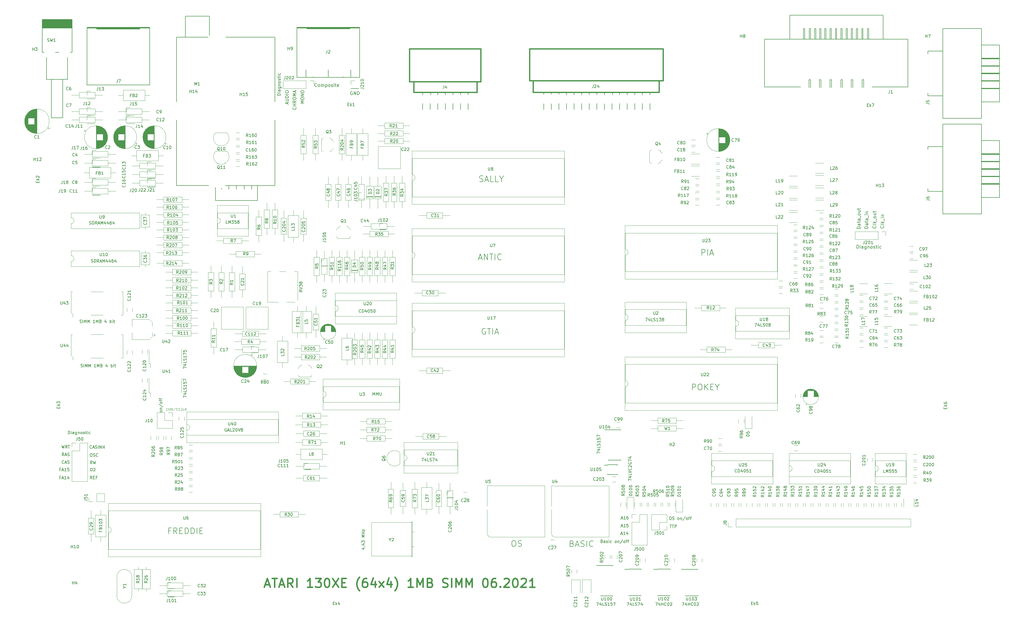
<source format=gto>
G04 #@! TF.GenerationSoftware,KiCad,Pcbnew,(5.1.0)-1*
G04 #@! TF.CreationDate,2021-08-03T21:10:52+02:00*
G04 #@! TF.ProjectId,Atari 130XE 1MB,41746172-6920-4313-9330-584520314d42,rev?*
G04 #@! TF.SameCoordinates,Original*
G04 #@! TF.FileFunction,Legend,Top*
G04 #@! TF.FilePolarity,Positive*
%FSLAX46Y46*%
G04 Gerber Fmt 4.6, Leading zero omitted, Abs format (unit mm)*
G04 Created by KiCad (PCBNEW (5.1.0)-1) date 2021-08-03 21:10:52*
%MOMM*%
%LPD*%
G04 APERTURE LIST*
%ADD10C,0.150000*%
%ADD11C,0.120000*%
%ADD12C,0.500000*%
%ADD13C,0.160000*%
%ADD14C,0.200000*%
%ADD15C,0.400000*%
%ADD16C,0.100000*%
%ADD17C,1.527000*%
%ADD18O,1.802000X1.802000*%
%ADD19R,1.802000X1.802000*%
%ADD20R,1.152000X1.602000*%
%ADD21O,1.152000X1.602000*%
%ADD22C,1.702000*%
%ADD23R,1.702000X1.702000*%
%ADD24C,1.402000*%
%ADD25O,1.702000X1.702000*%
%ADD26R,1.202000X0.502000*%
%ADD27R,1.602000X0.702000*%
%ADD28C,1.602000*%
%ADD29C,1.524400*%
%ADD30R,1.524400X1.524400*%
%ADD31C,0.802000*%
%ADD32R,0.902000X1.402000*%
%ADD33R,1.452000X1.452000*%
%ADD34C,2.602000*%
%ADD35C,3.602000*%
%ADD36R,1.602000X1.602000*%
%ADD37C,3.102000*%
%ADD38O,1.702000X2.502000*%
%ADD39C,2.102000*%
%ADD40O,3.602000X7.602000*%
%ADD41C,3.302000*%
%ADD42C,2.502000*%
%ADD43O,6.602000X3.102000*%
%ADD44C,4.102000*%
%ADD45C,2.442000*%
%ADD46R,1.402000X1.402000*%
%ADD47R,1.702000X2.502000*%
%ADD48C,2.202000*%
%ADD49O,6.102000X3.102000*%
%ADD50O,6.102000X3.602000*%
%ADD51O,4.102000X7.102000*%
%ADD52C,4.602000*%
%ADD53C,4.502000*%
%ADD54C,3.502000*%
%ADD55O,12.102000X15.102000*%
%ADD56O,10.102000X5.102000*%
%ADD57O,5.102000X10.102000*%
%ADD58C,0.254000*%
G04 APERTURE END LIST*
D10*
X239177580Y-185668847D02*
X239177580Y-185002180D01*
X240177580Y-185430752D01*
X239510914Y-184192657D02*
X240177580Y-184192657D01*
X239129961Y-184430752D02*
X239844247Y-184668847D01*
X239844247Y-184049800D01*
X240177580Y-183192657D02*
X240177580Y-183668847D01*
X239177580Y-183668847D01*
X240129961Y-182906942D02*
X240177580Y-182764085D01*
X240177580Y-182525990D01*
X240129961Y-182430752D01*
X240082342Y-182383133D01*
X239987104Y-182335514D01*
X239891866Y-182335514D01*
X239796628Y-182383133D01*
X239749009Y-182430752D01*
X239701390Y-182525990D01*
X239653771Y-182716466D01*
X239606152Y-182811704D01*
X239558533Y-182859323D01*
X239463295Y-182906942D01*
X239368057Y-182906942D01*
X239272819Y-182859323D01*
X239225200Y-182811704D01*
X239177580Y-182716466D01*
X239177580Y-182478371D01*
X239225200Y-182335514D01*
X240177580Y-181383133D02*
X240177580Y-181954561D01*
X240177580Y-181668847D02*
X239177580Y-181668847D01*
X239320438Y-181764085D01*
X239415676Y-181859323D01*
X239463295Y-181954561D01*
X239177580Y-180478371D02*
X239177580Y-180954561D01*
X239653771Y-181002180D01*
X239606152Y-180954561D01*
X239558533Y-180859323D01*
X239558533Y-180621228D01*
X239606152Y-180525990D01*
X239653771Y-180478371D01*
X239749009Y-180430752D01*
X239987104Y-180430752D01*
X240082342Y-180478371D01*
X240129961Y-180525990D01*
X240177580Y-180621228D01*
X240177580Y-180859323D01*
X240129961Y-180954561D01*
X240082342Y-181002180D01*
X239177580Y-180097419D02*
X239177580Y-179430752D01*
X240177580Y-179859323D01*
X249667780Y-194800028D02*
X249667780Y-194133361D01*
X250667780Y-194561933D01*
X250001114Y-193323838D02*
X250667780Y-193323838D01*
X249620161Y-193561933D02*
X250334447Y-193800028D01*
X250334447Y-193180980D01*
X250667780Y-192323838D02*
X250667780Y-192800028D01*
X249667780Y-192800028D01*
X249667780Y-192133361D02*
X250667780Y-191800028D01*
X249667780Y-191466695D01*
X250572542Y-190561933D02*
X250620161Y-190609552D01*
X250667780Y-190752409D01*
X250667780Y-190847647D01*
X250620161Y-190990504D01*
X250524923Y-191085742D01*
X250429685Y-191133361D01*
X250239209Y-191180980D01*
X250096352Y-191180980D01*
X249905876Y-191133361D01*
X249810638Y-191085742D01*
X249715400Y-190990504D01*
X249667780Y-190847647D01*
X249667780Y-190752409D01*
X249715400Y-190609552D01*
X249763019Y-190561933D01*
X249763019Y-190180980D02*
X249715400Y-190133361D01*
X249667780Y-190038123D01*
X249667780Y-189800028D01*
X249715400Y-189704790D01*
X249763019Y-189657171D01*
X249858257Y-189609552D01*
X249953495Y-189609552D01*
X250096352Y-189657171D01*
X250667780Y-190228600D01*
X250667780Y-189609552D01*
X249715400Y-188657171D02*
X249667780Y-188752409D01*
X249667780Y-188895266D01*
X249715400Y-189038123D01*
X249810638Y-189133361D01*
X249905876Y-189180980D01*
X250096352Y-189228600D01*
X250239209Y-189228600D01*
X250429685Y-189180980D01*
X250524923Y-189133361D01*
X250620161Y-189038123D01*
X250667780Y-188895266D01*
X250667780Y-188800028D01*
X250620161Y-188657171D01*
X250572542Y-188609552D01*
X250239209Y-188609552D01*
X250239209Y-188800028D01*
X249667780Y-188276219D02*
X249667780Y-187609552D01*
X250667780Y-188038123D01*
X250001114Y-186800028D02*
X250667780Y-186800028D01*
X249620161Y-187038123D02*
X250334447Y-187276219D01*
X250334447Y-186657171D01*
X62119333Y-179090580D02*
X62119333Y-178090580D01*
X62357428Y-178090580D01*
X62500285Y-178138200D01*
X62595523Y-178233438D01*
X62643142Y-178328676D01*
X62690761Y-178519152D01*
X62690761Y-178662009D01*
X62643142Y-178852485D01*
X62595523Y-178947723D01*
X62500285Y-179042961D01*
X62357428Y-179090580D01*
X62119333Y-179090580D01*
X63119333Y-179090580D02*
X63119333Y-178423914D01*
X63119333Y-178090580D02*
X63071714Y-178138200D01*
X63119333Y-178185819D01*
X63166952Y-178138200D01*
X63119333Y-178090580D01*
X63119333Y-178185819D01*
X64024095Y-179090580D02*
X64024095Y-178566771D01*
X63976476Y-178471533D01*
X63881238Y-178423914D01*
X63690761Y-178423914D01*
X63595523Y-178471533D01*
X64024095Y-179042961D02*
X63928857Y-179090580D01*
X63690761Y-179090580D01*
X63595523Y-179042961D01*
X63547904Y-178947723D01*
X63547904Y-178852485D01*
X63595523Y-178757247D01*
X63690761Y-178709628D01*
X63928857Y-178709628D01*
X64024095Y-178662009D01*
X64928857Y-178423914D02*
X64928857Y-179233438D01*
X64881238Y-179328676D01*
X64833619Y-179376295D01*
X64738380Y-179423914D01*
X64595523Y-179423914D01*
X64500285Y-179376295D01*
X64928857Y-179042961D02*
X64833619Y-179090580D01*
X64643142Y-179090580D01*
X64547904Y-179042961D01*
X64500285Y-178995342D01*
X64452666Y-178900104D01*
X64452666Y-178614390D01*
X64500285Y-178519152D01*
X64547904Y-178471533D01*
X64643142Y-178423914D01*
X64833619Y-178423914D01*
X64928857Y-178471533D01*
X65405047Y-178423914D02*
X65405047Y-179090580D01*
X65405047Y-178519152D02*
X65452666Y-178471533D01*
X65547904Y-178423914D01*
X65690761Y-178423914D01*
X65786000Y-178471533D01*
X65833619Y-178566771D01*
X65833619Y-179090580D01*
X66452666Y-179090580D02*
X66357428Y-179042961D01*
X66309809Y-178995342D01*
X66262190Y-178900104D01*
X66262190Y-178614390D01*
X66309809Y-178519152D01*
X66357428Y-178471533D01*
X66452666Y-178423914D01*
X66595523Y-178423914D01*
X66690761Y-178471533D01*
X66738380Y-178519152D01*
X66786000Y-178614390D01*
X66786000Y-178900104D01*
X66738380Y-178995342D01*
X66690761Y-179042961D01*
X66595523Y-179090580D01*
X66452666Y-179090580D01*
X67166952Y-179042961D02*
X67262190Y-179090580D01*
X67452666Y-179090580D01*
X67547904Y-179042961D01*
X67595523Y-178947723D01*
X67595523Y-178900104D01*
X67547904Y-178804866D01*
X67452666Y-178757247D01*
X67309809Y-178757247D01*
X67214571Y-178709628D01*
X67166952Y-178614390D01*
X67166952Y-178566771D01*
X67214571Y-178471533D01*
X67309809Y-178423914D01*
X67452666Y-178423914D01*
X67547904Y-178471533D01*
X67881238Y-178423914D02*
X68262190Y-178423914D01*
X68024095Y-178090580D02*
X68024095Y-178947723D01*
X68071714Y-179042961D01*
X68166952Y-179090580D01*
X68262190Y-179090580D01*
X68595523Y-179090580D02*
X68595523Y-178423914D01*
X68595523Y-178090580D02*
X68547904Y-178138200D01*
X68595523Y-178185819D01*
X68643142Y-178138200D01*
X68595523Y-178090580D01*
X68595523Y-178185819D01*
X69500285Y-179042961D02*
X69405047Y-179090580D01*
X69214571Y-179090580D01*
X69119333Y-179042961D01*
X69071714Y-178995342D01*
X69024095Y-178900104D01*
X69024095Y-178614390D01*
X69071714Y-178519152D01*
X69119333Y-178471533D01*
X69214571Y-178423914D01*
X69405047Y-178423914D01*
X69500285Y-178471533D01*
X160694714Y-217307752D02*
X161361380Y-217307752D01*
X160313761Y-217545847D02*
X161028047Y-217783942D01*
X161028047Y-217164895D01*
X161313761Y-216736323D02*
X161361380Y-216736323D01*
X161456619Y-216783942D01*
X161504238Y-216831561D01*
X160694714Y-215879180D02*
X161361380Y-215879180D01*
X160313761Y-216117276D02*
X161028047Y-216355371D01*
X161028047Y-215736323D01*
X160361380Y-215450609D02*
X160361380Y-214831561D01*
X160742333Y-215164895D01*
X160742333Y-215022038D01*
X160789952Y-214926800D01*
X160837571Y-214879180D01*
X160932809Y-214831561D01*
X161170904Y-214831561D01*
X161266142Y-214879180D01*
X161313761Y-214926800D01*
X161361380Y-215022038D01*
X161361380Y-215307752D01*
X161313761Y-215402990D01*
X161266142Y-215450609D01*
X161361380Y-213641085D02*
X160361380Y-213641085D01*
X161075666Y-213307752D01*
X160361380Y-212974419D01*
X161361380Y-212974419D01*
X161361380Y-212498228D02*
X160361380Y-212498228D01*
X160837571Y-212498228D02*
X160837571Y-211926800D01*
X161361380Y-211926800D02*
X160361380Y-211926800D01*
X160694714Y-211545847D02*
X160694714Y-211022038D01*
X161361380Y-211545847D01*
X161361380Y-211022038D01*
X164103228Y-166161980D02*
X164103228Y-165161980D01*
X164436561Y-165876266D01*
X164769895Y-165161980D01*
X164769895Y-166161980D01*
X165246085Y-166161980D02*
X165246085Y-165161980D01*
X165579419Y-165876266D01*
X165912752Y-165161980D01*
X165912752Y-166161980D01*
X166388942Y-165161980D02*
X166388942Y-165971504D01*
X166436561Y-166066742D01*
X166484180Y-166114361D01*
X166579419Y-166161980D01*
X166769895Y-166161980D01*
X166865133Y-166114361D01*
X166912752Y-166066742D01*
X166960371Y-165971504D01*
X166960371Y-165161980D01*
X115097228Y-177274600D02*
X115001990Y-177226980D01*
X114859133Y-177226980D01*
X114716276Y-177274600D01*
X114621038Y-177369838D01*
X114573419Y-177465076D01*
X114525800Y-177655552D01*
X114525800Y-177798409D01*
X114573419Y-177988885D01*
X114621038Y-178084123D01*
X114716276Y-178179361D01*
X114859133Y-178226980D01*
X114954371Y-178226980D01*
X115097228Y-178179361D01*
X115144847Y-178131742D01*
X115144847Y-177798409D01*
X114954371Y-177798409D01*
X115525800Y-177941266D02*
X116001990Y-177941266D01*
X115430561Y-178226980D02*
X115763895Y-177226980D01*
X116097228Y-178226980D01*
X116906752Y-178226980D02*
X116430561Y-178226980D01*
X116430561Y-177226980D01*
X117192466Y-177322219D02*
X117240085Y-177274600D01*
X117335323Y-177226980D01*
X117573419Y-177226980D01*
X117668657Y-177274600D01*
X117716276Y-177322219D01*
X117763895Y-177417457D01*
X117763895Y-177512695D01*
X117716276Y-177655552D01*
X117144847Y-178226980D01*
X117763895Y-178226980D01*
X118382942Y-177226980D02*
X118478180Y-177226980D01*
X118573419Y-177274600D01*
X118621038Y-177322219D01*
X118668657Y-177417457D01*
X118716276Y-177607933D01*
X118716276Y-177846028D01*
X118668657Y-178036504D01*
X118621038Y-178131742D01*
X118573419Y-178179361D01*
X118478180Y-178226980D01*
X118382942Y-178226980D01*
X118287704Y-178179361D01*
X118240085Y-178131742D01*
X118192466Y-178036504D01*
X118144847Y-177846028D01*
X118144847Y-177607933D01*
X118192466Y-177417457D01*
X118240085Y-177322219D01*
X118287704Y-177274600D01*
X118382942Y-177226980D01*
X119001990Y-177226980D02*
X119335323Y-178226980D01*
X119668657Y-177226980D01*
X120144847Y-177655552D02*
X120049609Y-177607933D01*
X120001990Y-177560314D01*
X119954371Y-177465076D01*
X119954371Y-177417457D01*
X120001990Y-177322219D01*
X120049609Y-177274600D01*
X120144847Y-177226980D01*
X120335323Y-177226980D01*
X120430561Y-177274600D01*
X120478180Y-177322219D01*
X120525800Y-177417457D01*
X120525800Y-177465076D01*
X120478180Y-177560314D01*
X120430561Y-177607933D01*
X120335323Y-177655552D01*
X120144847Y-177655552D01*
X120049609Y-177703171D01*
X120001990Y-177750790D01*
X119954371Y-177846028D01*
X119954371Y-178036504D01*
X120001990Y-178131742D01*
X120049609Y-178179361D01*
X120144847Y-178226980D01*
X120335323Y-178226980D01*
X120430561Y-178179361D01*
X120478180Y-178131742D01*
X120525800Y-178036504D01*
X120525800Y-177846028D01*
X120478180Y-177750790D01*
X120430561Y-177703171D01*
X120335323Y-177655552D01*
X65996276Y-141806561D02*
X66139133Y-141854180D01*
X66377228Y-141854180D01*
X66472466Y-141806561D01*
X66520085Y-141758942D01*
X66567704Y-141663704D01*
X66567704Y-141568466D01*
X66520085Y-141473228D01*
X66472466Y-141425609D01*
X66377228Y-141377990D01*
X66186752Y-141330371D01*
X66091514Y-141282752D01*
X66043895Y-141235133D01*
X65996276Y-141139895D01*
X65996276Y-141044657D01*
X66043895Y-140949419D01*
X66091514Y-140901800D01*
X66186752Y-140854180D01*
X66424847Y-140854180D01*
X66567704Y-140901800D01*
X66996276Y-141854180D02*
X66996276Y-140854180D01*
X67472466Y-141854180D02*
X67472466Y-140854180D01*
X67805800Y-141568466D01*
X68139133Y-140854180D01*
X68139133Y-141854180D01*
X68615323Y-141854180D02*
X68615323Y-140854180D01*
X68948657Y-141568466D01*
X69281990Y-140854180D01*
X69281990Y-141854180D01*
X71043895Y-141854180D02*
X70472466Y-141854180D01*
X70758180Y-141854180D02*
X70758180Y-140854180D01*
X70662942Y-140997038D01*
X70567704Y-141092276D01*
X70472466Y-141139895D01*
X71472466Y-141854180D02*
X71472466Y-140854180D01*
X71805800Y-141568466D01*
X72139133Y-140854180D01*
X72139133Y-141854180D01*
X72948657Y-141330371D02*
X73091514Y-141377990D01*
X73139133Y-141425609D01*
X73186752Y-141520847D01*
X73186752Y-141663704D01*
X73139133Y-141758942D01*
X73091514Y-141806561D01*
X72996276Y-141854180D01*
X72615323Y-141854180D01*
X72615323Y-140854180D01*
X72948657Y-140854180D01*
X73043895Y-140901800D01*
X73091514Y-140949419D01*
X73139133Y-141044657D01*
X73139133Y-141139895D01*
X73091514Y-141235133D01*
X73043895Y-141282752D01*
X72948657Y-141330371D01*
X72615323Y-141330371D01*
X74805800Y-141187514D02*
X74805800Y-141854180D01*
X74567704Y-140806561D02*
X74329609Y-141520847D01*
X74948657Y-141520847D01*
X76091514Y-141854180D02*
X76091514Y-140854180D01*
X76091514Y-141235133D02*
X76186752Y-141187514D01*
X76377228Y-141187514D01*
X76472466Y-141235133D01*
X76520085Y-141282752D01*
X76567704Y-141377990D01*
X76567704Y-141663704D01*
X76520085Y-141758942D01*
X76472466Y-141806561D01*
X76377228Y-141854180D01*
X76186752Y-141854180D01*
X76091514Y-141806561D01*
X76996276Y-141854180D02*
X76996276Y-141187514D01*
X76996276Y-140854180D02*
X76948657Y-140901800D01*
X76996276Y-140949419D01*
X77043895Y-140901800D01*
X76996276Y-140854180D01*
X76996276Y-140949419D01*
X77329609Y-141187514D02*
X77710561Y-141187514D01*
X77472466Y-140854180D02*
X77472466Y-141711323D01*
X77520085Y-141806561D01*
X77615323Y-141854180D01*
X77710561Y-141854180D01*
X66326476Y-156665561D02*
X66469333Y-156713180D01*
X66707428Y-156713180D01*
X66802666Y-156665561D01*
X66850285Y-156617942D01*
X66897904Y-156522704D01*
X66897904Y-156427466D01*
X66850285Y-156332228D01*
X66802666Y-156284609D01*
X66707428Y-156236990D01*
X66516952Y-156189371D01*
X66421714Y-156141752D01*
X66374095Y-156094133D01*
X66326476Y-155998895D01*
X66326476Y-155903657D01*
X66374095Y-155808419D01*
X66421714Y-155760800D01*
X66516952Y-155713180D01*
X66755047Y-155713180D01*
X66897904Y-155760800D01*
X67326476Y-156713180D02*
X67326476Y-155713180D01*
X67802666Y-156713180D02*
X67802666Y-155713180D01*
X68136000Y-156427466D01*
X68469333Y-155713180D01*
X68469333Y-156713180D01*
X68945523Y-156713180D02*
X68945523Y-155713180D01*
X69278857Y-156427466D01*
X69612190Y-155713180D01*
X69612190Y-156713180D01*
X71374095Y-156713180D02*
X70802666Y-156713180D01*
X71088380Y-156713180D02*
X71088380Y-155713180D01*
X70993142Y-155856038D01*
X70897904Y-155951276D01*
X70802666Y-155998895D01*
X71802666Y-156713180D02*
X71802666Y-155713180D01*
X72136000Y-156427466D01*
X72469333Y-155713180D01*
X72469333Y-156713180D01*
X73278857Y-156189371D02*
X73421714Y-156236990D01*
X73469333Y-156284609D01*
X73516952Y-156379847D01*
X73516952Y-156522704D01*
X73469333Y-156617942D01*
X73421714Y-156665561D01*
X73326476Y-156713180D01*
X72945523Y-156713180D01*
X72945523Y-155713180D01*
X73278857Y-155713180D01*
X73374095Y-155760800D01*
X73421714Y-155808419D01*
X73469333Y-155903657D01*
X73469333Y-155998895D01*
X73421714Y-156094133D01*
X73374095Y-156141752D01*
X73278857Y-156189371D01*
X72945523Y-156189371D01*
X75136000Y-156046514D02*
X75136000Y-156713180D01*
X74897904Y-155665561D02*
X74659809Y-156379847D01*
X75278857Y-156379847D01*
X76421714Y-156713180D02*
X76421714Y-155713180D01*
X76421714Y-156094133D02*
X76516952Y-156046514D01*
X76707428Y-156046514D01*
X76802666Y-156094133D01*
X76850285Y-156141752D01*
X76897904Y-156236990D01*
X76897904Y-156522704D01*
X76850285Y-156617942D01*
X76802666Y-156665561D01*
X76707428Y-156713180D01*
X76516952Y-156713180D01*
X76421714Y-156665561D01*
X77326476Y-156713180D02*
X77326476Y-156046514D01*
X77326476Y-155713180D02*
X77278857Y-155760800D01*
X77326476Y-155808419D01*
X77374095Y-155760800D01*
X77326476Y-155713180D01*
X77326476Y-155808419D01*
X77659809Y-156046514D02*
X78040761Y-156046514D01*
X77802666Y-155713180D02*
X77802666Y-156570323D01*
X77850285Y-156665561D01*
X77945523Y-156713180D01*
X78040761Y-156713180D01*
X100696780Y-166898247D02*
X100696780Y-166231580D01*
X101696780Y-166660152D01*
X101030114Y-165422057D02*
X101696780Y-165422057D01*
X100649161Y-165660152D02*
X101363447Y-165898247D01*
X101363447Y-165279200D01*
X101696780Y-164422057D02*
X101696780Y-164898247D01*
X100696780Y-164898247D01*
X101649161Y-164136342D02*
X101696780Y-163993485D01*
X101696780Y-163755390D01*
X101649161Y-163660152D01*
X101601542Y-163612533D01*
X101506304Y-163564914D01*
X101411066Y-163564914D01*
X101315828Y-163612533D01*
X101268209Y-163660152D01*
X101220590Y-163755390D01*
X101172971Y-163945866D01*
X101125352Y-164041104D01*
X101077733Y-164088723D01*
X100982495Y-164136342D01*
X100887257Y-164136342D01*
X100792019Y-164088723D01*
X100744400Y-164041104D01*
X100696780Y-163945866D01*
X100696780Y-163707771D01*
X100744400Y-163564914D01*
X101696780Y-162612533D02*
X101696780Y-163183961D01*
X101696780Y-162898247D02*
X100696780Y-162898247D01*
X100839638Y-162993485D01*
X100934876Y-163088723D01*
X100982495Y-163183961D01*
X100696780Y-161707771D02*
X100696780Y-162183961D01*
X101172971Y-162231580D01*
X101125352Y-162183961D01*
X101077733Y-162088723D01*
X101077733Y-161850628D01*
X101125352Y-161755390D01*
X101172971Y-161707771D01*
X101268209Y-161660152D01*
X101506304Y-161660152D01*
X101601542Y-161707771D01*
X101649161Y-161755390D01*
X101696780Y-161850628D01*
X101696780Y-162088723D01*
X101649161Y-162183961D01*
X101601542Y-162231580D01*
X100696780Y-161326819D02*
X100696780Y-160660152D01*
X101696780Y-161088723D01*
X100645980Y-157220847D02*
X100645980Y-156554180D01*
X101645980Y-156982752D01*
X100979314Y-155744657D02*
X101645980Y-155744657D01*
X100598361Y-155982752D02*
X101312647Y-156220847D01*
X101312647Y-155601800D01*
X101645980Y-154744657D02*
X101645980Y-155220847D01*
X100645980Y-155220847D01*
X101598361Y-154458942D02*
X101645980Y-154316085D01*
X101645980Y-154077990D01*
X101598361Y-153982752D01*
X101550742Y-153935133D01*
X101455504Y-153887514D01*
X101360266Y-153887514D01*
X101265028Y-153935133D01*
X101217409Y-153982752D01*
X101169790Y-154077990D01*
X101122171Y-154268466D01*
X101074552Y-154363704D01*
X101026933Y-154411323D01*
X100931695Y-154458942D01*
X100836457Y-154458942D01*
X100741219Y-154411323D01*
X100693600Y-154363704D01*
X100645980Y-154268466D01*
X100645980Y-154030371D01*
X100693600Y-153887514D01*
X101645980Y-152935133D02*
X101645980Y-153506561D01*
X101645980Y-153220847D02*
X100645980Y-153220847D01*
X100788838Y-153316085D01*
X100884076Y-153411323D01*
X100931695Y-153506561D01*
X100645980Y-152601800D02*
X100645980Y-151935133D01*
X101645980Y-152363704D01*
X100645980Y-151077990D02*
X100645980Y-151554180D01*
X101122171Y-151601800D01*
X101074552Y-151554180D01*
X101026933Y-151458942D01*
X101026933Y-151220847D01*
X101074552Y-151125609D01*
X101122171Y-151077990D01*
X101217409Y-151030371D01*
X101455504Y-151030371D01*
X101550742Y-151077990D01*
X101598361Y-151125609D01*
X101645980Y-151220847D01*
X101645980Y-151458942D01*
X101598361Y-151554180D01*
X101550742Y-151601800D01*
X267622685Y-235570780D02*
X268289352Y-235570780D01*
X267860780Y-236570780D01*
X269098876Y-235904114D02*
X269098876Y-236570780D01*
X268860780Y-235523161D02*
X268622685Y-236237447D01*
X269241733Y-236237447D01*
X269622685Y-236570780D02*
X269622685Y-235570780D01*
X269622685Y-236046971D02*
X270194114Y-236046971D01*
X270194114Y-236570780D02*
X270194114Y-235570780D01*
X271241733Y-236475542D02*
X271194114Y-236523161D01*
X271051257Y-236570780D01*
X270956019Y-236570780D01*
X270813161Y-236523161D01*
X270717923Y-236427923D01*
X270670304Y-236332685D01*
X270622685Y-236142209D01*
X270622685Y-235999352D01*
X270670304Y-235808876D01*
X270717923Y-235713638D01*
X270813161Y-235618400D01*
X270956019Y-235570780D01*
X271051257Y-235570780D01*
X271194114Y-235618400D01*
X271241733Y-235666019D01*
X271860780Y-235570780D02*
X271956019Y-235570780D01*
X272051257Y-235618400D01*
X272098876Y-235666019D01*
X272146495Y-235761257D01*
X272194114Y-235951733D01*
X272194114Y-236189828D01*
X272146495Y-236380304D01*
X272098876Y-236475542D01*
X272051257Y-236523161D01*
X271956019Y-236570780D01*
X271860780Y-236570780D01*
X271765542Y-236523161D01*
X271717923Y-236475542D01*
X271670304Y-236380304D01*
X271622685Y-236189828D01*
X271622685Y-235951733D01*
X271670304Y-235761257D01*
X271717923Y-235666019D01*
X271765542Y-235618400D01*
X271860780Y-235570780D01*
X272575066Y-235666019D02*
X272622685Y-235618400D01*
X272717923Y-235570780D01*
X272956019Y-235570780D01*
X273051257Y-235618400D01*
X273098876Y-235666019D01*
X273146495Y-235761257D01*
X273146495Y-235856495D01*
X273098876Y-235999352D01*
X272527447Y-236570780D01*
X273146495Y-236570780D01*
X258707285Y-235570780D02*
X259373952Y-235570780D01*
X258945380Y-236570780D01*
X260183476Y-235904114D02*
X260183476Y-236570780D01*
X259945380Y-235523161D02*
X259707285Y-236237447D01*
X260326333Y-236237447D01*
X260707285Y-236570780D02*
X260707285Y-235570780D01*
X260707285Y-236046971D02*
X261278714Y-236046971D01*
X261278714Y-236570780D02*
X261278714Y-235570780D01*
X262326333Y-236475542D02*
X262278714Y-236523161D01*
X262135857Y-236570780D01*
X262040619Y-236570780D01*
X261897761Y-236523161D01*
X261802523Y-236427923D01*
X261754904Y-236332685D01*
X261707285Y-236142209D01*
X261707285Y-235999352D01*
X261754904Y-235808876D01*
X261802523Y-235713638D01*
X261897761Y-235618400D01*
X262040619Y-235570780D01*
X262135857Y-235570780D01*
X262278714Y-235618400D01*
X262326333Y-235666019D01*
X262945380Y-235570780D02*
X263040619Y-235570780D01*
X263135857Y-235618400D01*
X263183476Y-235666019D01*
X263231095Y-235761257D01*
X263278714Y-235951733D01*
X263278714Y-236189828D01*
X263231095Y-236380304D01*
X263183476Y-236475542D01*
X263135857Y-236523161D01*
X263040619Y-236570780D01*
X262945380Y-236570780D01*
X262850142Y-236523161D01*
X262802523Y-236475542D01*
X262754904Y-236380304D01*
X262707285Y-236189828D01*
X262707285Y-235951733D01*
X262754904Y-235761257D01*
X262802523Y-235666019D01*
X262850142Y-235618400D01*
X262945380Y-235570780D01*
X263659666Y-235666019D02*
X263707285Y-235618400D01*
X263802523Y-235570780D01*
X264040619Y-235570780D01*
X264135857Y-235618400D01*
X264183476Y-235666019D01*
X264231095Y-235761257D01*
X264231095Y-235856495D01*
X264183476Y-235999352D01*
X263612047Y-236570780D01*
X264231095Y-236570780D01*
X249172742Y-235570780D02*
X249839409Y-235570780D01*
X249410838Y-236570780D01*
X250648933Y-235904114D02*
X250648933Y-236570780D01*
X250410838Y-235523161D02*
X250172742Y-236237447D01*
X250791790Y-236237447D01*
X251648933Y-236570780D02*
X251172742Y-236570780D01*
X251172742Y-235570780D01*
X251934647Y-236523161D02*
X252077504Y-236570780D01*
X252315600Y-236570780D01*
X252410838Y-236523161D01*
X252458457Y-236475542D01*
X252506076Y-236380304D01*
X252506076Y-236285066D01*
X252458457Y-236189828D01*
X252410838Y-236142209D01*
X252315600Y-236094590D01*
X252125123Y-236046971D01*
X252029885Y-235999352D01*
X251982266Y-235951733D01*
X251934647Y-235856495D01*
X251934647Y-235761257D01*
X251982266Y-235666019D01*
X252029885Y-235618400D01*
X252125123Y-235570780D01*
X252363219Y-235570780D01*
X252506076Y-235618400D01*
X252839409Y-235570780D02*
X253506076Y-235570780D01*
X253077504Y-236570780D01*
X254315600Y-235904114D02*
X254315600Y-236570780D01*
X254077504Y-235523161D02*
X253839409Y-236237447D01*
X254458457Y-236237447D01*
X239044552Y-235570780D02*
X239711219Y-235570780D01*
X239282647Y-236570780D01*
X240520742Y-235904114D02*
X240520742Y-236570780D01*
X240282647Y-235523161D02*
X240044552Y-236237447D01*
X240663600Y-236237447D01*
X241520742Y-236570780D02*
X241044552Y-236570780D01*
X241044552Y-235570780D01*
X241806457Y-236523161D02*
X241949314Y-236570780D01*
X242187409Y-236570780D01*
X242282647Y-236523161D01*
X242330266Y-236475542D01*
X242377885Y-236380304D01*
X242377885Y-236285066D01*
X242330266Y-236189828D01*
X242282647Y-236142209D01*
X242187409Y-236094590D01*
X241996933Y-236046971D01*
X241901695Y-235999352D01*
X241854076Y-235951733D01*
X241806457Y-235856495D01*
X241806457Y-235761257D01*
X241854076Y-235666019D01*
X241901695Y-235618400D01*
X241996933Y-235570780D01*
X242235028Y-235570780D01*
X242377885Y-235618400D01*
X243330266Y-236570780D02*
X242758838Y-236570780D01*
X243044552Y-236570780D02*
X243044552Y-235570780D01*
X242949314Y-235713638D01*
X242854076Y-235808876D01*
X242758838Y-235856495D01*
X244235028Y-235570780D02*
X243758838Y-235570780D01*
X243711219Y-236046971D01*
X243758838Y-235999352D01*
X243854076Y-235951733D01*
X244092171Y-235951733D01*
X244187409Y-235999352D01*
X244235028Y-236046971D01*
X244282647Y-236142209D01*
X244282647Y-236380304D01*
X244235028Y-236475542D01*
X244187409Y-236523161D01*
X244092171Y-236570780D01*
X243854076Y-236570780D01*
X243758838Y-236523161D01*
X243711219Y-236475542D01*
X244615980Y-235570780D02*
X245282647Y-235570780D01*
X244854076Y-236570780D01*
X263600038Y-206817980D02*
X263790514Y-206817980D01*
X263885752Y-206865600D01*
X263980990Y-206960838D01*
X264028609Y-207151314D01*
X264028609Y-207484647D01*
X263980990Y-207675123D01*
X263885752Y-207770361D01*
X263790514Y-207817980D01*
X263600038Y-207817980D01*
X263504800Y-207770361D01*
X263409561Y-207675123D01*
X263361942Y-207484647D01*
X263361942Y-207151314D01*
X263409561Y-206960838D01*
X263504800Y-206865600D01*
X263600038Y-206817980D01*
X264409561Y-207770361D02*
X264552419Y-207817980D01*
X264790514Y-207817980D01*
X264885752Y-207770361D01*
X264933371Y-207722742D01*
X264980990Y-207627504D01*
X264980990Y-207532266D01*
X264933371Y-207437028D01*
X264885752Y-207389409D01*
X264790514Y-207341790D01*
X264600038Y-207294171D01*
X264504800Y-207246552D01*
X264457180Y-207198933D01*
X264409561Y-207103695D01*
X264409561Y-207008457D01*
X264457180Y-206913219D01*
X264504800Y-206865600D01*
X264600038Y-206817980D01*
X264838133Y-206817980D01*
X264980990Y-206865600D01*
X266314323Y-207817980D02*
X266219085Y-207770361D01*
X266171466Y-207722742D01*
X266123847Y-207627504D01*
X266123847Y-207341790D01*
X266171466Y-207246552D01*
X266219085Y-207198933D01*
X266314323Y-207151314D01*
X266457180Y-207151314D01*
X266552419Y-207198933D01*
X266600038Y-207246552D01*
X266647657Y-207341790D01*
X266647657Y-207627504D01*
X266600038Y-207722742D01*
X266552419Y-207770361D01*
X266457180Y-207817980D01*
X266314323Y-207817980D01*
X267076228Y-207151314D02*
X267076228Y-207817980D01*
X267076228Y-207246552D02*
X267123847Y-207198933D01*
X267219085Y-207151314D01*
X267361942Y-207151314D01*
X267457180Y-207198933D01*
X267504800Y-207294171D01*
X267504800Y-207817980D01*
X268695276Y-206770361D02*
X267838133Y-208056076D01*
X269171466Y-207817980D02*
X269076228Y-207770361D01*
X269028609Y-207722742D01*
X268980990Y-207627504D01*
X268980990Y-207341790D01*
X269028609Y-207246552D01*
X269076228Y-207198933D01*
X269171466Y-207151314D01*
X269314323Y-207151314D01*
X269409561Y-207198933D01*
X269457180Y-207246552D01*
X269504800Y-207341790D01*
X269504800Y-207627504D01*
X269457180Y-207722742D01*
X269409561Y-207770361D01*
X269314323Y-207817980D01*
X269171466Y-207817980D01*
X269790514Y-207151314D02*
X270171466Y-207151314D01*
X269933371Y-207817980D02*
X269933371Y-206960838D01*
X269980990Y-206865600D01*
X270076228Y-206817980D01*
X270171466Y-206817980D01*
X270361942Y-207151314D02*
X270742895Y-207151314D01*
X270504800Y-207817980D02*
X270504800Y-206960838D01*
X270552419Y-206865600D01*
X270647657Y-206817980D01*
X270742895Y-206817980D01*
X263552133Y-209510380D02*
X264123561Y-209510380D01*
X263837847Y-210510380D02*
X263837847Y-209510380D01*
X264314038Y-209510380D02*
X264885466Y-209510380D01*
X264599752Y-210510380D02*
X264599752Y-209510380D01*
X265218800Y-210510380D02*
X265218800Y-209510380D01*
X265599752Y-209510380D01*
X265694990Y-209558000D01*
X265742609Y-209605619D01*
X265790228Y-209700857D01*
X265790228Y-209843714D01*
X265742609Y-209938952D01*
X265694990Y-209986571D01*
X265599752Y-210034190D01*
X265218800Y-210034190D01*
X240748085Y-215015771D02*
X240890942Y-215063390D01*
X240938561Y-215111009D01*
X240986180Y-215206247D01*
X240986180Y-215349104D01*
X240938561Y-215444342D01*
X240890942Y-215491961D01*
X240795704Y-215539580D01*
X240414752Y-215539580D01*
X240414752Y-214539580D01*
X240748085Y-214539580D01*
X240843323Y-214587200D01*
X240890942Y-214634819D01*
X240938561Y-214730057D01*
X240938561Y-214825295D01*
X240890942Y-214920533D01*
X240843323Y-214968152D01*
X240748085Y-215015771D01*
X240414752Y-215015771D01*
X241843323Y-215539580D02*
X241843323Y-215015771D01*
X241795704Y-214920533D01*
X241700466Y-214872914D01*
X241509990Y-214872914D01*
X241414752Y-214920533D01*
X241843323Y-215491961D02*
X241748085Y-215539580D01*
X241509990Y-215539580D01*
X241414752Y-215491961D01*
X241367133Y-215396723D01*
X241367133Y-215301485D01*
X241414752Y-215206247D01*
X241509990Y-215158628D01*
X241748085Y-215158628D01*
X241843323Y-215111009D01*
X242271895Y-215491961D02*
X242367133Y-215539580D01*
X242557609Y-215539580D01*
X242652847Y-215491961D01*
X242700466Y-215396723D01*
X242700466Y-215349104D01*
X242652847Y-215253866D01*
X242557609Y-215206247D01*
X242414752Y-215206247D01*
X242319514Y-215158628D01*
X242271895Y-215063390D01*
X242271895Y-215015771D01*
X242319514Y-214920533D01*
X242414752Y-214872914D01*
X242557609Y-214872914D01*
X242652847Y-214920533D01*
X243129038Y-215539580D02*
X243129038Y-214872914D01*
X243129038Y-214539580D02*
X243081419Y-214587200D01*
X243129038Y-214634819D01*
X243176657Y-214587200D01*
X243129038Y-214539580D01*
X243129038Y-214634819D01*
X244033800Y-215491961D02*
X243938561Y-215539580D01*
X243748085Y-215539580D01*
X243652847Y-215491961D01*
X243605228Y-215444342D01*
X243557609Y-215349104D01*
X243557609Y-215063390D01*
X243605228Y-214968152D01*
X243652847Y-214920533D01*
X243748085Y-214872914D01*
X243938561Y-214872914D01*
X244033800Y-214920533D01*
X245367133Y-215539580D02*
X245271895Y-215491961D01*
X245224276Y-215444342D01*
X245176657Y-215349104D01*
X245176657Y-215063390D01*
X245224276Y-214968152D01*
X245271895Y-214920533D01*
X245367133Y-214872914D01*
X245509990Y-214872914D01*
X245605228Y-214920533D01*
X245652847Y-214968152D01*
X245700466Y-215063390D01*
X245700466Y-215349104D01*
X245652847Y-215444342D01*
X245605228Y-215491961D01*
X245509990Y-215539580D01*
X245367133Y-215539580D01*
X246129038Y-214872914D02*
X246129038Y-215539580D01*
X246129038Y-214968152D02*
X246176657Y-214920533D01*
X246271895Y-214872914D01*
X246414752Y-214872914D01*
X246509990Y-214920533D01*
X246557609Y-215015771D01*
X246557609Y-215539580D01*
X247748085Y-214491961D02*
X246890942Y-215777676D01*
X248224276Y-215539580D02*
X248129038Y-215491961D01*
X248081419Y-215444342D01*
X248033800Y-215349104D01*
X248033800Y-215063390D01*
X248081419Y-214968152D01*
X248129038Y-214920533D01*
X248224276Y-214872914D01*
X248367133Y-214872914D01*
X248462371Y-214920533D01*
X248509990Y-214968152D01*
X248557609Y-215063390D01*
X248557609Y-215349104D01*
X248509990Y-215444342D01*
X248462371Y-215491961D01*
X248367133Y-215539580D01*
X248224276Y-215539580D01*
X248843323Y-214872914D02*
X249224276Y-214872914D01*
X248986180Y-215539580D02*
X248986180Y-214682438D01*
X249033800Y-214587200D01*
X249129038Y-214539580D01*
X249224276Y-214539580D01*
X249414752Y-214872914D02*
X249795704Y-214872914D01*
X249557609Y-215539580D02*
X249557609Y-214682438D01*
X249605228Y-214587200D01*
X249700466Y-214539580D01*
X249795704Y-214539580D01*
X247170723Y-212561466D02*
X247646914Y-212561466D01*
X247075485Y-212847180D02*
X247408819Y-211847180D01*
X247742152Y-212847180D01*
X248599295Y-212847180D02*
X248027866Y-212847180D01*
X248313580Y-212847180D02*
X248313580Y-211847180D01*
X248218342Y-211990038D01*
X248123104Y-212085276D01*
X248027866Y-212132895D01*
X249456438Y-212180514D02*
X249456438Y-212847180D01*
X249218342Y-211799561D02*
X248980247Y-212513847D01*
X249599295Y-212513847D01*
X247221523Y-209970666D02*
X247697714Y-209970666D01*
X247126285Y-210256380D02*
X247459619Y-209256380D01*
X247792952Y-210256380D01*
X248650095Y-210256380D02*
X248078666Y-210256380D01*
X248364380Y-210256380D02*
X248364380Y-209256380D01*
X248269142Y-209399238D01*
X248173904Y-209494476D01*
X248078666Y-209542095D01*
X249554857Y-209256380D02*
X249078666Y-209256380D01*
X249031047Y-209732571D01*
X249078666Y-209684952D01*
X249173904Y-209637333D01*
X249412000Y-209637333D01*
X249507238Y-209684952D01*
X249554857Y-209732571D01*
X249602476Y-209827809D01*
X249602476Y-210065904D01*
X249554857Y-210161142D01*
X249507238Y-210208761D01*
X249412000Y-210256380D01*
X249173904Y-210256380D01*
X249078666Y-210208761D01*
X249031047Y-210161142D01*
X247221523Y-207354466D02*
X247697714Y-207354466D01*
X247126285Y-207640180D02*
X247459619Y-206640180D01*
X247792952Y-207640180D01*
X248650095Y-207640180D02*
X248078666Y-207640180D01*
X248364380Y-207640180D02*
X248364380Y-206640180D01*
X248269142Y-206783038D01*
X248173904Y-206878276D01*
X248078666Y-206925895D01*
X249507238Y-206640180D02*
X249316761Y-206640180D01*
X249221523Y-206687800D01*
X249173904Y-206735419D01*
X249078666Y-206878276D01*
X249031047Y-207068752D01*
X249031047Y-207449704D01*
X249078666Y-207544942D01*
X249126285Y-207592561D01*
X249221523Y-207640180D01*
X249412000Y-207640180D01*
X249507238Y-207592561D01*
X249554857Y-207544942D01*
X249602476Y-207449704D01*
X249602476Y-207211609D01*
X249554857Y-207116371D01*
X249507238Y-207068752D01*
X249412000Y-207021133D01*
X249221523Y-207021133D01*
X249126285Y-207068752D01*
X249078666Y-207116371D01*
X249031047Y-207211609D01*
D11*
X95345614Y-171237864D02*
X94888471Y-171237864D01*
X95117042Y-171237864D02*
X95117042Y-170437864D01*
X95040852Y-170552150D01*
X94964661Y-170628340D01*
X94888471Y-170666436D01*
X95688471Y-171237864D02*
X95688471Y-170437864D01*
X95955138Y-171009293D01*
X96221804Y-170437864D01*
X96221804Y-171237864D01*
X96869423Y-170818817D02*
X96983709Y-170856912D01*
X97021804Y-170895007D01*
X97059900Y-170971198D01*
X97059900Y-171085483D01*
X97021804Y-171161674D01*
X96983709Y-171199769D01*
X96907519Y-171237864D01*
X96602757Y-171237864D01*
X96602757Y-170437864D01*
X96869423Y-170437864D01*
X96945614Y-170475960D01*
X96983709Y-170514055D01*
X97021804Y-170590245D01*
X97021804Y-170666436D01*
X96983709Y-170742626D01*
X96945614Y-170780721D01*
X96869423Y-170818817D01*
X96602757Y-170818817D01*
X97974185Y-170399769D02*
X97288471Y-171428340D01*
X98621804Y-170437864D02*
X98240852Y-170437864D01*
X98202757Y-170818817D01*
X98240852Y-170780721D01*
X98317042Y-170742626D01*
X98507519Y-170742626D01*
X98583709Y-170780721D01*
X98621804Y-170818817D01*
X98659900Y-170895007D01*
X98659900Y-171085483D01*
X98621804Y-171161674D01*
X98583709Y-171199769D01*
X98507519Y-171237864D01*
X98317042Y-171237864D01*
X98240852Y-171199769D01*
X98202757Y-171161674D01*
X99421804Y-171237864D02*
X98964661Y-171237864D01*
X99193233Y-171237864D02*
X99193233Y-170437864D01*
X99117042Y-170552150D01*
X99040852Y-170628340D01*
X98964661Y-170666436D01*
X99726566Y-170514055D02*
X99764661Y-170475960D01*
X99840852Y-170437864D01*
X100031328Y-170437864D01*
X100107519Y-170475960D01*
X100145614Y-170514055D01*
X100183709Y-170590245D01*
X100183709Y-170666436D01*
X100145614Y-170780721D01*
X99688471Y-171237864D01*
X100183709Y-171237864D01*
X100526566Y-171237864D02*
X100526566Y-170437864D01*
X100602757Y-170933102D02*
X100831328Y-171237864D01*
X100831328Y-170704531D02*
X100526566Y-171009293D01*
X101440852Y-170818817D02*
X101555138Y-170856912D01*
X101593233Y-170895007D01*
X101631328Y-170971198D01*
X101631328Y-171085483D01*
X101593233Y-171161674D01*
X101555138Y-171199769D01*
X101478947Y-171237864D01*
X101174185Y-171237864D01*
X101174185Y-170437864D01*
X101440852Y-170437864D01*
X101517042Y-170475960D01*
X101555138Y-170514055D01*
X101593233Y-170590245D01*
X101593233Y-170666436D01*
X101555138Y-170742626D01*
X101517042Y-170780721D01*
X101440852Y-170818817D01*
X101174185Y-170818817D01*
D10*
X93530680Y-171537688D02*
X93483061Y-171632926D01*
X93435442Y-171680545D01*
X93340204Y-171728164D01*
X93054490Y-171728164D01*
X92959252Y-171680545D01*
X92911633Y-171632926D01*
X92864014Y-171537688D01*
X92864014Y-171394831D01*
X92911633Y-171299593D01*
X92959252Y-171251974D01*
X93054490Y-171204355D01*
X93340204Y-171204355D01*
X93435442Y-171251974D01*
X93483061Y-171299593D01*
X93530680Y-171394831D01*
X93530680Y-171537688D01*
X92864014Y-170775783D02*
X93530680Y-170775783D01*
X92959252Y-170775783D02*
X92911633Y-170728164D01*
X92864014Y-170632926D01*
X92864014Y-170490069D01*
X92911633Y-170394831D01*
X93006871Y-170347212D01*
X93530680Y-170347212D01*
X92483061Y-169156736D02*
X93768776Y-170013879D01*
X93530680Y-168680545D02*
X93483061Y-168775783D01*
X93435442Y-168823402D01*
X93340204Y-168871021D01*
X93054490Y-168871021D01*
X92959252Y-168823402D01*
X92911633Y-168775783D01*
X92864014Y-168680545D01*
X92864014Y-168537688D01*
X92911633Y-168442450D01*
X92959252Y-168394831D01*
X93054490Y-168347212D01*
X93340204Y-168347212D01*
X93435442Y-168394831D01*
X93483061Y-168442450D01*
X93530680Y-168537688D01*
X93530680Y-168680545D01*
X92864014Y-168061498D02*
X92864014Y-167680545D01*
X93530680Y-167918640D02*
X92673538Y-167918640D01*
X92578300Y-167871021D01*
X92530680Y-167775783D01*
X92530680Y-167680545D01*
X92864014Y-167490069D02*
X92864014Y-167109117D01*
X93530680Y-167347212D02*
X92673538Y-167347212D01*
X92578300Y-167299593D01*
X92530680Y-167204355D01*
X92530680Y-167109117D01*
X59569504Y-193679771D02*
X59236171Y-193679771D01*
X59236171Y-194203580D02*
X59236171Y-193203580D01*
X59712361Y-193203580D01*
X60045695Y-193917866D02*
X60521885Y-193917866D01*
X59950457Y-194203580D02*
X60283790Y-193203580D01*
X60617123Y-194203580D01*
X61474266Y-194203580D02*
X60902838Y-194203580D01*
X61188552Y-194203580D02*
X61188552Y-193203580D01*
X61093314Y-193346438D01*
X60998076Y-193441676D01*
X60902838Y-193489295D01*
X62331409Y-193536914D02*
X62331409Y-194203580D01*
X62093314Y-193155961D02*
X61855219Y-193870247D01*
X62474266Y-193870247D01*
X59569504Y-190987371D02*
X59236171Y-190987371D01*
X59236171Y-191511180D02*
X59236171Y-190511180D01*
X59712361Y-190511180D01*
X60045695Y-191225466D02*
X60521885Y-191225466D01*
X59950457Y-191511180D02*
X60283790Y-190511180D01*
X60617123Y-191511180D01*
X61474266Y-191511180D02*
X60902838Y-191511180D01*
X61188552Y-191511180D02*
X61188552Y-190511180D01*
X61093314Y-190654038D01*
X60998076Y-190749276D01*
X60902838Y-190796895D01*
X62379028Y-190511180D02*
X61902838Y-190511180D01*
X61855219Y-190987371D01*
X61902838Y-190939752D01*
X61998076Y-190892133D01*
X62236171Y-190892133D01*
X62331409Y-190939752D01*
X62379028Y-190987371D01*
X62426647Y-191082609D01*
X62426647Y-191320704D01*
X62379028Y-191415942D01*
X62331409Y-191463561D01*
X62236171Y-191511180D01*
X61998076Y-191511180D01*
X61902838Y-191463561D01*
X61855219Y-191415942D01*
X70091371Y-194178180D02*
X69758038Y-193701990D01*
X69519942Y-194178180D02*
X69519942Y-193178180D01*
X69900895Y-193178180D01*
X69996133Y-193225800D01*
X70043752Y-193273419D01*
X70091371Y-193368657D01*
X70091371Y-193511514D01*
X70043752Y-193606752D01*
X69996133Y-193654371D01*
X69900895Y-193701990D01*
X69519942Y-193701990D01*
X70519942Y-193654371D02*
X70853276Y-193654371D01*
X70996133Y-194178180D02*
X70519942Y-194178180D01*
X70519942Y-193178180D01*
X70996133Y-193178180D01*
X71758038Y-193654371D02*
X71424704Y-193654371D01*
X71424704Y-194178180D02*
X71424704Y-193178180D01*
X71900895Y-193178180D01*
X69735771Y-190536580D02*
X69926247Y-190536580D01*
X70021485Y-190584200D01*
X70116723Y-190679438D01*
X70164342Y-190869914D01*
X70164342Y-191203247D01*
X70116723Y-191393723D01*
X70021485Y-191488961D01*
X69926247Y-191536580D01*
X69735771Y-191536580D01*
X69640533Y-191488961D01*
X69545295Y-191393723D01*
X69497676Y-191203247D01*
X69497676Y-190869914D01*
X69545295Y-190679438D01*
X69640533Y-190584200D01*
X69735771Y-190536580D01*
X70545295Y-190631819D02*
X70592914Y-190584200D01*
X70688152Y-190536580D01*
X70926247Y-190536580D01*
X71021485Y-190584200D01*
X71069104Y-190631819D01*
X71116723Y-190727057D01*
X71116723Y-190822295D01*
X71069104Y-190965152D01*
X70497676Y-191536580D01*
X71116723Y-191536580D01*
X70121495Y-189148980D02*
X69788161Y-188672790D01*
X69550066Y-189148980D02*
X69550066Y-188148980D01*
X69931019Y-188148980D01*
X70026257Y-188196600D01*
X70073876Y-188244219D01*
X70121495Y-188339457D01*
X70121495Y-188482314D01*
X70073876Y-188577552D01*
X70026257Y-188625171D01*
X69931019Y-188672790D01*
X69550066Y-188672790D01*
X70454828Y-188148980D02*
X70692923Y-189148980D01*
X70883400Y-188434695D01*
X71073876Y-189148980D01*
X71311971Y-188148980D01*
X69692971Y-185634380D02*
X69883447Y-185634380D01*
X69978685Y-185682000D01*
X70073923Y-185777238D01*
X70121542Y-185967714D01*
X70121542Y-186301047D01*
X70073923Y-186491523D01*
X69978685Y-186586761D01*
X69883447Y-186634380D01*
X69692971Y-186634380D01*
X69597733Y-186586761D01*
X69502495Y-186491523D01*
X69454876Y-186301047D01*
X69454876Y-185967714D01*
X69502495Y-185777238D01*
X69597733Y-185682000D01*
X69692971Y-185634380D01*
X70502495Y-186586761D02*
X70645352Y-186634380D01*
X70883447Y-186634380D01*
X70978685Y-186586761D01*
X71026304Y-186539142D01*
X71073923Y-186443904D01*
X71073923Y-186348666D01*
X71026304Y-186253428D01*
X70978685Y-186205809D01*
X70883447Y-186158190D01*
X70692971Y-186110571D01*
X70597733Y-186062952D01*
X70550114Y-186015333D01*
X70502495Y-185920095D01*
X70502495Y-185824857D01*
X70550114Y-185729619D01*
X70597733Y-185682000D01*
X70692971Y-185634380D01*
X70931066Y-185634380D01*
X71073923Y-185682000D01*
X72073923Y-186539142D02*
X72026304Y-186586761D01*
X71883447Y-186634380D01*
X71788209Y-186634380D01*
X71645352Y-186586761D01*
X71550114Y-186491523D01*
X71502495Y-186396285D01*
X71454876Y-186205809D01*
X71454876Y-186062952D01*
X71502495Y-185872476D01*
X71550114Y-185777238D01*
X71645352Y-185682000D01*
X71788209Y-185634380D01*
X71883447Y-185634380D01*
X72026304Y-185682000D01*
X72073923Y-185729619D01*
X69950247Y-183846742D02*
X69902628Y-183894361D01*
X69759771Y-183941980D01*
X69664533Y-183941980D01*
X69521676Y-183894361D01*
X69426438Y-183799123D01*
X69378819Y-183703885D01*
X69331200Y-183513409D01*
X69331200Y-183370552D01*
X69378819Y-183180076D01*
X69426438Y-183084838D01*
X69521676Y-182989600D01*
X69664533Y-182941980D01*
X69759771Y-182941980D01*
X69902628Y-182989600D01*
X69950247Y-183037219D01*
X70331200Y-183656266D02*
X70807390Y-183656266D01*
X70235961Y-183941980D02*
X70569295Y-182941980D01*
X70902628Y-183941980D01*
X71188342Y-183894361D02*
X71331200Y-183941980D01*
X71569295Y-183941980D01*
X71664533Y-183894361D01*
X71712152Y-183846742D01*
X71759771Y-183751504D01*
X71759771Y-183656266D01*
X71712152Y-183561028D01*
X71664533Y-183513409D01*
X71569295Y-183465790D01*
X71378819Y-183418171D01*
X71283580Y-183370552D01*
X71235961Y-183322933D01*
X71188342Y-183227695D01*
X71188342Y-183132457D01*
X71235961Y-183037219D01*
X71283580Y-182989600D01*
X71378819Y-182941980D01*
X71616914Y-182941980D01*
X71759771Y-182989600D01*
X72188342Y-183941980D02*
X72188342Y-182941980D01*
X72664533Y-183941980D02*
X72664533Y-182941980D01*
X73235961Y-183941980D01*
X73235961Y-182941980D01*
X73712152Y-183941980D02*
X73712152Y-182941980D01*
X73712152Y-183418171D02*
X74283580Y-183418171D01*
X74283580Y-183941980D02*
X74283580Y-182941980D01*
X60644161Y-188926742D02*
X60596542Y-188974361D01*
X60453685Y-189021980D01*
X60358447Y-189021980D01*
X60215590Y-188974361D01*
X60120352Y-188879123D01*
X60072733Y-188783885D01*
X60025114Y-188593409D01*
X60025114Y-188450552D01*
X60072733Y-188260076D01*
X60120352Y-188164838D01*
X60215590Y-188069600D01*
X60358447Y-188021980D01*
X60453685Y-188021980D01*
X60596542Y-188069600D01*
X60644161Y-188117219D01*
X61025114Y-188736266D02*
X61501304Y-188736266D01*
X60929876Y-189021980D02*
X61263209Y-188021980D01*
X61596542Y-189021980D01*
X61882257Y-188974361D02*
X62025114Y-189021980D01*
X62263209Y-189021980D01*
X62358447Y-188974361D01*
X62406066Y-188926742D01*
X62453685Y-188831504D01*
X62453685Y-188736266D01*
X62406066Y-188641028D01*
X62358447Y-188593409D01*
X62263209Y-188545790D01*
X62072733Y-188498171D01*
X61977495Y-188450552D01*
X61929876Y-188402933D01*
X61882257Y-188307695D01*
X61882257Y-188212457D01*
X61929876Y-188117219D01*
X61977495Y-188069600D01*
X62072733Y-188021980D01*
X62310828Y-188021980D01*
X62453685Y-188069600D01*
X60644161Y-186431180D02*
X60310828Y-185954990D01*
X60072733Y-186431180D02*
X60072733Y-185431180D01*
X60453685Y-185431180D01*
X60548923Y-185478800D01*
X60596542Y-185526419D01*
X60644161Y-185621657D01*
X60644161Y-185764514D01*
X60596542Y-185859752D01*
X60548923Y-185907371D01*
X60453685Y-185954990D01*
X60072733Y-185954990D01*
X61025114Y-186145466D02*
X61501304Y-186145466D01*
X60929876Y-186431180D02*
X61263209Y-185431180D01*
X61596542Y-186431180D01*
X61882257Y-186383561D02*
X62025114Y-186431180D01*
X62263209Y-186431180D01*
X62358447Y-186383561D01*
X62406066Y-186335942D01*
X62453685Y-186240704D01*
X62453685Y-186145466D01*
X62406066Y-186050228D01*
X62358447Y-186002609D01*
X62263209Y-185954990D01*
X62072733Y-185907371D01*
X61977495Y-185859752D01*
X61929876Y-185812133D01*
X61882257Y-185716895D01*
X61882257Y-185621657D01*
X61929876Y-185526419D01*
X61977495Y-185478800D01*
X62072733Y-185431180D01*
X62310828Y-185431180D01*
X62453685Y-185478800D01*
X59955276Y-182865780D02*
X60193371Y-183865780D01*
X60383847Y-183151495D01*
X60574323Y-183865780D01*
X60812419Y-182865780D01*
X61764800Y-183865780D02*
X61431466Y-183389590D01*
X61193371Y-183865780D02*
X61193371Y-182865780D01*
X61574323Y-182865780D01*
X61669561Y-182913400D01*
X61717180Y-182961019D01*
X61764800Y-183056257D01*
X61764800Y-183199114D01*
X61717180Y-183294352D01*
X61669561Y-183341971D01*
X61574323Y-183389590D01*
X61193371Y-183389590D01*
X62050514Y-182865780D02*
X62621942Y-182865780D01*
X62336228Y-183865780D02*
X62336228Y-182865780D01*
D12*
X128059742Y-229633400D02*
X129488314Y-229633400D01*
X127774028Y-230490542D02*
X128774028Y-227490542D01*
X129774028Y-230490542D01*
X130345457Y-227490542D02*
X132059742Y-227490542D01*
X131202600Y-230490542D02*
X131202600Y-227490542D01*
X132916885Y-229633400D02*
X134345457Y-229633400D01*
X132631171Y-230490542D02*
X133631171Y-227490542D01*
X134631171Y-230490542D01*
X137345457Y-230490542D02*
X136345457Y-229061971D01*
X135631171Y-230490542D02*
X135631171Y-227490542D01*
X136774028Y-227490542D01*
X137059742Y-227633400D01*
X137202600Y-227776257D01*
X137345457Y-228061971D01*
X137345457Y-228490542D01*
X137202600Y-228776257D01*
X137059742Y-228919114D01*
X136774028Y-229061971D01*
X135631171Y-229061971D01*
X138631171Y-230490542D02*
X138631171Y-227490542D01*
X143916885Y-230490542D02*
X142202600Y-230490542D01*
X143059742Y-230490542D02*
X143059742Y-227490542D01*
X142774028Y-227919114D01*
X142488314Y-228204828D01*
X142202600Y-228347685D01*
X144916885Y-227490542D02*
X146774028Y-227490542D01*
X145774028Y-228633400D01*
X146202600Y-228633400D01*
X146488314Y-228776257D01*
X146631171Y-228919114D01*
X146774028Y-229204828D01*
X146774028Y-229919114D01*
X146631171Y-230204828D01*
X146488314Y-230347685D01*
X146202600Y-230490542D01*
X145345457Y-230490542D01*
X145059742Y-230347685D01*
X144916885Y-230204828D01*
X148631171Y-227490542D02*
X148916885Y-227490542D01*
X149202600Y-227633400D01*
X149345457Y-227776257D01*
X149488314Y-228061971D01*
X149631171Y-228633400D01*
X149631171Y-229347685D01*
X149488314Y-229919114D01*
X149345457Y-230204828D01*
X149202600Y-230347685D01*
X148916885Y-230490542D01*
X148631171Y-230490542D01*
X148345457Y-230347685D01*
X148202600Y-230204828D01*
X148059742Y-229919114D01*
X147916885Y-229347685D01*
X147916885Y-228633400D01*
X148059742Y-228061971D01*
X148202600Y-227776257D01*
X148345457Y-227633400D01*
X148631171Y-227490542D01*
X150631171Y-227490542D02*
X152631171Y-230490542D01*
X152631171Y-227490542D02*
X150631171Y-230490542D01*
X153774028Y-228919114D02*
X154774028Y-228919114D01*
X155202600Y-230490542D02*
X153774028Y-230490542D01*
X153774028Y-227490542D01*
X155202600Y-227490542D01*
X159631171Y-231633400D02*
X159488314Y-231490542D01*
X159202600Y-231061971D01*
X159059742Y-230776257D01*
X158916885Y-230347685D01*
X158774028Y-229633400D01*
X158774028Y-229061971D01*
X158916885Y-228347685D01*
X159059742Y-227919114D01*
X159202600Y-227633400D01*
X159488314Y-227204828D01*
X159631171Y-227061971D01*
X162059742Y-227490542D02*
X161488314Y-227490542D01*
X161202600Y-227633400D01*
X161059742Y-227776257D01*
X160774028Y-228204828D01*
X160631171Y-228776257D01*
X160631171Y-229919114D01*
X160774028Y-230204828D01*
X160916885Y-230347685D01*
X161202600Y-230490542D01*
X161774028Y-230490542D01*
X162059742Y-230347685D01*
X162202600Y-230204828D01*
X162345457Y-229919114D01*
X162345457Y-229204828D01*
X162202600Y-228919114D01*
X162059742Y-228776257D01*
X161774028Y-228633400D01*
X161202600Y-228633400D01*
X160916885Y-228776257D01*
X160774028Y-228919114D01*
X160631171Y-229204828D01*
X164916885Y-228490542D02*
X164916885Y-230490542D01*
X164202600Y-227347685D02*
X163488314Y-229490542D01*
X165345457Y-229490542D01*
X166202600Y-230490542D02*
X167774028Y-228490542D01*
X166202600Y-228490542D02*
X167774028Y-230490542D01*
X170202600Y-228490542D02*
X170202600Y-230490542D01*
X169488314Y-227347685D02*
X168774028Y-229490542D01*
X170631171Y-229490542D01*
X171488314Y-231633400D02*
X171631171Y-231490542D01*
X171916885Y-231061971D01*
X172059742Y-230776257D01*
X172202600Y-230347685D01*
X172345457Y-229633400D01*
X172345457Y-229061971D01*
X172202600Y-228347685D01*
X172059742Y-227919114D01*
X171916885Y-227633400D01*
X171631171Y-227204828D01*
X171488314Y-227061971D01*
X177631171Y-230490542D02*
X175916885Y-230490542D01*
X176774028Y-230490542D02*
X176774028Y-227490542D01*
X176488314Y-227919114D01*
X176202600Y-228204828D01*
X175916885Y-228347685D01*
X178916885Y-230490542D02*
X178916885Y-227490542D01*
X179916885Y-229633400D01*
X180916885Y-227490542D01*
X180916885Y-230490542D01*
X183345457Y-228919114D02*
X183774028Y-229061971D01*
X183916885Y-229204828D01*
X184059742Y-229490542D01*
X184059742Y-229919114D01*
X183916885Y-230204828D01*
X183774028Y-230347685D01*
X183488314Y-230490542D01*
X182345457Y-230490542D01*
X182345457Y-227490542D01*
X183345457Y-227490542D01*
X183631171Y-227633400D01*
X183774028Y-227776257D01*
X183916885Y-228061971D01*
X183916885Y-228347685D01*
X183774028Y-228633400D01*
X183631171Y-228776257D01*
X183345457Y-228919114D01*
X182345457Y-228919114D01*
X187488314Y-230347685D02*
X187916885Y-230490542D01*
X188631171Y-230490542D01*
X188916885Y-230347685D01*
X189059742Y-230204828D01*
X189202600Y-229919114D01*
X189202600Y-229633400D01*
X189059742Y-229347685D01*
X188916885Y-229204828D01*
X188631171Y-229061971D01*
X188059742Y-228919114D01*
X187774028Y-228776257D01*
X187631171Y-228633400D01*
X187488314Y-228347685D01*
X187488314Y-228061971D01*
X187631171Y-227776257D01*
X187774028Y-227633400D01*
X188059742Y-227490542D01*
X188774028Y-227490542D01*
X189202600Y-227633400D01*
X190488314Y-230490542D02*
X190488314Y-227490542D01*
X191916885Y-230490542D02*
X191916885Y-227490542D01*
X192916885Y-229633400D01*
X193916885Y-227490542D01*
X193916885Y-230490542D01*
X195345457Y-230490542D02*
X195345457Y-227490542D01*
X196345457Y-229633400D01*
X197345457Y-227490542D01*
X197345457Y-230490542D01*
X201631171Y-227490542D02*
X201916885Y-227490542D01*
X202202600Y-227633400D01*
X202345457Y-227776257D01*
X202488314Y-228061971D01*
X202631171Y-228633400D01*
X202631171Y-229347685D01*
X202488314Y-229919114D01*
X202345457Y-230204828D01*
X202202600Y-230347685D01*
X201916885Y-230490542D01*
X201631171Y-230490542D01*
X201345457Y-230347685D01*
X201202600Y-230204828D01*
X201059742Y-229919114D01*
X200916885Y-229347685D01*
X200916885Y-228633400D01*
X201059742Y-228061971D01*
X201202600Y-227776257D01*
X201345457Y-227633400D01*
X201631171Y-227490542D01*
X205202600Y-227490542D02*
X204631171Y-227490542D01*
X204345457Y-227633400D01*
X204202600Y-227776257D01*
X203916885Y-228204828D01*
X203774028Y-228776257D01*
X203774028Y-229919114D01*
X203916885Y-230204828D01*
X204059742Y-230347685D01*
X204345457Y-230490542D01*
X204916885Y-230490542D01*
X205202600Y-230347685D01*
X205345457Y-230204828D01*
X205488314Y-229919114D01*
X205488314Y-229204828D01*
X205345457Y-228919114D01*
X205202600Y-228776257D01*
X204916885Y-228633400D01*
X204345457Y-228633400D01*
X204059742Y-228776257D01*
X203916885Y-228919114D01*
X203774028Y-229204828D01*
X206774028Y-230204828D02*
X206916885Y-230347685D01*
X206774028Y-230490542D01*
X206631171Y-230347685D01*
X206774028Y-230204828D01*
X206774028Y-230490542D01*
X208059742Y-227776257D02*
X208202600Y-227633400D01*
X208488314Y-227490542D01*
X209202600Y-227490542D01*
X209488314Y-227633400D01*
X209631171Y-227776257D01*
X209774028Y-228061971D01*
X209774028Y-228347685D01*
X209631171Y-228776257D01*
X207916885Y-230490542D01*
X209774028Y-230490542D01*
X211631171Y-227490542D02*
X211916885Y-227490542D01*
X212202600Y-227633400D01*
X212345457Y-227776257D01*
X212488314Y-228061971D01*
X212631171Y-228633400D01*
X212631171Y-229347685D01*
X212488314Y-229919114D01*
X212345457Y-230204828D01*
X212202600Y-230347685D01*
X211916885Y-230490542D01*
X211631171Y-230490542D01*
X211345457Y-230347685D01*
X211202600Y-230204828D01*
X211059742Y-229919114D01*
X210916885Y-229347685D01*
X210916885Y-228633400D01*
X211059742Y-228061971D01*
X211202600Y-227776257D01*
X211345457Y-227633400D01*
X211631171Y-227490542D01*
X213774028Y-227776257D02*
X213916885Y-227633400D01*
X214202600Y-227490542D01*
X214916885Y-227490542D01*
X215202600Y-227633400D01*
X215345457Y-227776257D01*
X215488314Y-228061971D01*
X215488314Y-228347685D01*
X215345457Y-228776257D01*
X213631171Y-230490542D01*
X215488314Y-230490542D01*
X218345457Y-230490542D02*
X216631171Y-230490542D01*
X217488314Y-230490542D02*
X217488314Y-227490542D01*
X217202600Y-227919114D01*
X216916885Y-228204828D01*
X216631171Y-228347685D01*
D13*
X157251504Y-64448600D02*
X157146742Y-64396219D01*
X156989600Y-64396219D01*
X156832457Y-64448600D01*
X156727695Y-64553361D01*
X156675314Y-64658123D01*
X156622933Y-64867647D01*
X156622933Y-65024790D01*
X156675314Y-65234314D01*
X156727695Y-65339076D01*
X156832457Y-65443838D01*
X156989600Y-65496219D01*
X157094361Y-65496219D01*
X157251504Y-65443838D01*
X157303885Y-65391457D01*
X157303885Y-65024790D01*
X157094361Y-65024790D01*
X157775314Y-65496219D02*
X157775314Y-64396219D01*
X158403885Y-65496219D01*
X158403885Y-64396219D01*
X158927695Y-65496219D02*
X158927695Y-64396219D01*
X159189600Y-64396219D01*
X159346742Y-64448600D01*
X159451504Y-64553361D01*
X159503885Y-64658123D01*
X159556266Y-64867647D01*
X159556266Y-65024790D01*
X159503885Y-65234314D01*
X159451504Y-65339076D01*
X159346742Y-65443838D01*
X159189600Y-65496219D01*
X158927695Y-65496219D01*
X145313028Y-62699057D02*
X145260647Y-62751438D01*
X145103504Y-62803819D01*
X144998742Y-62803819D01*
X144841600Y-62751438D01*
X144736838Y-62646676D01*
X144684457Y-62541914D01*
X144632076Y-62332390D01*
X144632076Y-62175247D01*
X144684457Y-61965723D01*
X144736838Y-61860961D01*
X144841600Y-61756200D01*
X144998742Y-61703819D01*
X145103504Y-61703819D01*
X145260647Y-61756200D01*
X145313028Y-61808580D01*
X145941600Y-62803819D02*
X145836838Y-62751438D01*
X145784457Y-62699057D01*
X145732076Y-62594295D01*
X145732076Y-62280009D01*
X145784457Y-62175247D01*
X145836838Y-62122866D01*
X145941600Y-62070485D01*
X146098742Y-62070485D01*
X146203504Y-62122866D01*
X146255885Y-62175247D01*
X146308266Y-62280009D01*
X146308266Y-62594295D01*
X146255885Y-62699057D01*
X146203504Y-62751438D01*
X146098742Y-62803819D01*
X145941600Y-62803819D01*
X146779695Y-62803819D02*
X146779695Y-62070485D01*
X146779695Y-62175247D02*
X146832076Y-62122866D01*
X146936838Y-62070485D01*
X147093980Y-62070485D01*
X147198742Y-62122866D01*
X147251123Y-62227628D01*
X147251123Y-62803819D01*
X147251123Y-62227628D02*
X147303504Y-62122866D01*
X147408266Y-62070485D01*
X147565409Y-62070485D01*
X147670171Y-62122866D01*
X147722552Y-62227628D01*
X147722552Y-62803819D01*
X148246361Y-62070485D02*
X148246361Y-63170485D01*
X148246361Y-62122866D02*
X148351123Y-62070485D01*
X148560647Y-62070485D01*
X148665409Y-62122866D01*
X148717790Y-62175247D01*
X148770171Y-62280009D01*
X148770171Y-62594295D01*
X148717790Y-62699057D01*
X148665409Y-62751438D01*
X148560647Y-62803819D01*
X148351123Y-62803819D01*
X148246361Y-62751438D01*
X149398742Y-62803819D02*
X149293980Y-62751438D01*
X149241600Y-62699057D01*
X149189219Y-62594295D01*
X149189219Y-62280009D01*
X149241600Y-62175247D01*
X149293980Y-62122866D01*
X149398742Y-62070485D01*
X149555885Y-62070485D01*
X149660647Y-62122866D01*
X149713028Y-62175247D01*
X149765409Y-62280009D01*
X149765409Y-62594295D01*
X149713028Y-62699057D01*
X149660647Y-62751438D01*
X149555885Y-62803819D01*
X149398742Y-62803819D01*
X150184457Y-62751438D02*
X150289219Y-62803819D01*
X150498742Y-62803819D01*
X150603504Y-62751438D01*
X150655885Y-62646676D01*
X150655885Y-62594295D01*
X150603504Y-62489533D01*
X150498742Y-62437152D01*
X150341600Y-62437152D01*
X150236838Y-62384771D01*
X150184457Y-62280009D01*
X150184457Y-62227628D01*
X150236838Y-62122866D01*
X150341600Y-62070485D01*
X150498742Y-62070485D01*
X150603504Y-62122866D01*
X151127314Y-62803819D02*
X151127314Y-62070485D01*
X151127314Y-61703819D02*
X151074933Y-61756200D01*
X151127314Y-61808580D01*
X151179695Y-61756200D01*
X151127314Y-61703819D01*
X151127314Y-61808580D01*
X151493980Y-62070485D02*
X151913028Y-62070485D01*
X151651123Y-61703819D02*
X151651123Y-62646676D01*
X151703504Y-62751438D01*
X151808266Y-62803819D01*
X151913028Y-62803819D01*
X152698742Y-62751438D02*
X152593980Y-62803819D01*
X152384457Y-62803819D01*
X152279695Y-62751438D01*
X152227314Y-62646676D01*
X152227314Y-62227628D01*
X152279695Y-62122866D01*
X152384457Y-62070485D01*
X152593980Y-62070485D01*
X152698742Y-62122866D01*
X152751123Y-62227628D01*
X152751123Y-62332390D01*
X152227314Y-62437152D01*
X141061219Y-68313038D02*
X139961219Y-68313038D01*
X140746933Y-67946371D01*
X139961219Y-67579704D01*
X141061219Y-67579704D01*
X139961219Y-66846371D02*
X139961219Y-66636847D01*
X140013600Y-66532085D01*
X140118361Y-66427323D01*
X140327885Y-66374942D01*
X140694552Y-66374942D01*
X140904076Y-66427323D01*
X141008838Y-66532085D01*
X141061219Y-66636847D01*
X141061219Y-66846371D01*
X141008838Y-66951133D01*
X140904076Y-67055895D01*
X140694552Y-67108276D01*
X140327885Y-67108276D01*
X140118361Y-67055895D01*
X140013600Y-66951133D01*
X139961219Y-66846371D01*
X141061219Y-65903514D02*
X139961219Y-65903514D01*
X141061219Y-65274942D01*
X139961219Y-65274942D01*
X139961219Y-64541609D02*
X139961219Y-64332085D01*
X140013600Y-64227323D01*
X140118361Y-64122561D01*
X140327885Y-64070180D01*
X140694552Y-64070180D01*
X140904076Y-64122561D01*
X141008838Y-64227323D01*
X141061219Y-64332085D01*
X141061219Y-64541609D01*
X141008838Y-64646371D01*
X140904076Y-64751133D01*
X140694552Y-64803514D01*
X140327885Y-64803514D01*
X140118361Y-64751133D01*
X140013600Y-64646371D01*
X139961219Y-64541609D01*
X138289457Y-69746504D02*
X138341838Y-69798885D01*
X138394219Y-69956028D01*
X138394219Y-70060790D01*
X138341838Y-70217933D01*
X138237076Y-70322695D01*
X138132314Y-70375076D01*
X137922790Y-70427457D01*
X137765647Y-70427457D01*
X137556123Y-70375076D01*
X137451361Y-70322695D01*
X137346600Y-70217933D01*
X137294219Y-70060790D01*
X137294219Y-69956028D01*
X137346600Y-69798885D01*
X137398980Y-69746504D01*
X138394219Y-69275076D02*
X137294219Y-69275076D01*
X137818028Y-69275076D02*
X137818028Y-68646504D01*
X138394219Y-68646504D02*
X137294219Y-68646504D01*
X138394219Y-67494123D02*
X137870409Y-67860790D01*
X138394219Y-68122695D02*
X137294219Y-68122695D01*
X137294219Y-67703647D01*
X137346600Y-67598885D01*
X137398980Y-67546504D01*
X137503742Y-67494123D01*
X137660885Y-67494123D01*
X137765647Y-67546504D01*
X137818028Y-67598885D01*
X137870409Y-67703647D01*
X137870409Y-68122695D01*
X137294219Y-66813171D02*
X137294219Y-66603647D01*
X137346600Y-66498885D01*
X137451361Y-66394123D01*
X137660885Y-66341742D01*
X138027552Y-66341742D01*
X138237076Y-66394123D01*
X138341838Y-66498885D01*
X138394219Y-66603647D01*
X138394219Y-66813171D01*
X138341838Y-66917933D01*
X138237076Y-67022695D01*
X138027552Y-67075076D01*
X137660885Y-67075076D01*
X137451361Y-67022695D01*
X137346600Y-66917933D01*
X137294219Y-66813171D01*
X138394219Y-65870314D02*
X137294219Y-65870314D01*
X138079933Y-65503647D01*
X137294219Y-65136980D01*
X138394219Y-65136980D01*
X138079933Y-64665552D02*
X138079933Y-64141742D01*
X138394219Y-64770314D02*
X137294219Y-64403647D01*
X138394219Y-64036980D01*
X135565333Y-68570990D02*
X135565333Y-68047180D01*
X135879619Y-68675752D02*
X134779619Y-68309085D01*
X135879619Y-67942419D01*
X134779619Y-67575752D02*
X135670095Y-67575752D01*
X135774857Y-67523371D01*
X135827238Y-67470990D01*
X135879619Y-67366228D01*
X135879619Y-67156704D01*
X135827238Y-67051942D01*
X135774857Y-66999561D01*
X135670095Y-66947180D01*
X134779619Y-66947180D01*
X135879619Y-66423371D02*
X134779619Y-66423371D01*
X134779619Y-66161466D01*
X134832000Y-66004323D01*
X134936761Y-65899561D01*
X135041523Y-65847180D01*
X135251047Y-65794800D01*
X135408190Y-65794800D01*
X135617714Y-65847180D01*
X135722476Y-65899561D01*
X135827238Y-66004323D01*
X135879619Y-66161466D01*
X135879619Y-66423371D01*
X135879619Y-65323371D02*
X134779619Y-65323371D01*
X134779619Y-64590038D02*
X134779619Y-64380514D01*
X134832000Y-64275752D01*
X134936761Y-64170990D01*
X135146285Y-64118609D01*
X135512952Y-64118609D01*
X135722476Y-64170990D01*
X135827238Y-64275752D01*
X135879619Y-64380514D01*
X135879619Y-64590038D01*
X135827238Y-64694800D01*
X135722476Y-64799561D01*
X135512952Y-64851942D01*
X135146285Y-64851942D01*
X134936761Y-64799561D01*
X134832000Y-64694800D01*
X134779619Y-64590038D01*
D10*
X133141980Y-65693466D02*
X132141980Y-65693466D01*
X132141980Y-65455371D01*
X132189600Y-65312514D01*
X132284838Y-65217276D01*
X132380076Y-65169657D01*
X132570552Y-65122038D01*
X132713409Y-65122038D01*
X132903885Y-65169657D01*
X132999123Y-65217276D01*
X133094361Y-65312514D01*
X133141980Y-65455371D01*
X133141980Y-65693466D01*
X133141980Y-64693466D02*
X132475314Y-64693466D01*
X132141980Y-64693466D02*
X132189600Y-64741085D01*
X132237219Y-64693466D01*
X132189600Y-64645847D01*
X132141980Y-64693466D01*
X132237219Y-64693466D01*
X133141980Y-63788704D02*
X132618171Y-63788704D01*
X132522933Y-63836323D01*
X132475314Y-63931561D01*
X132475314Y-64122038D01*
X132522933Y-64217276D01*
X133094361Y-63788704D02*
X133141980Y-63883942D01*
X133141980Y-64122038D01*
X133094361Y-64217276D01*
X132999123Y-64264895D01*
X132903885Y-64264895D01*
X132808647Y-64217276D01*
X132761028Y-64122038D01*
X132761028Y-63883942D01*
X132713409Y-63788704D01*
X132475314Y-62883942D02*
X133284838Y-62883942D01*
X133380076Y-62931561D01*
X133427695Y-62979180D01*
X133475314Y-63074419D01*
X133475314Y-63217276D01*
X133427695Y-63312514D01*
X133094361Y-62883942D02*
X133141980Y-62979180D01*
X133141980Y-63169657D01*
X133094361Y-63264895D01*
X133046742Y-63312514D01*
X132951504Y-63360133D01*
X132665790Y-63360133D01*
X132570552Y-63312514D01*
X132522933Y-63264895D01*
X132475314Y-63169657D01*
X132475314Y-62979180D01*
X132522933Y-62883942D01*
X132475314Y-62407752D02*
X133141980Y-62407752D01*
X132570552Y-62407752D02*
X132522933Y-62360133D01*
X132475314Y-62264895D01*
X132475314Y-62122038D01*
X132522933Y-62026800D01*
X132618171Y-61979180D01*
X133141980Y-61979180D01*
X133141980Y-61360133D02*
X133094361Y-61455371D01*
X133046742Y-61502990D01*
X132951504Y-61550609D01*
X132665790Y-61550609D01*
X132570552Y-61502990D01*
X132522933Y-61455371D01*
X132475314Y-61360133D01*
X132475314Y-61217276D01*
X132522933Y-61122038D01*
X132570552Y-61074419D01*
X132665790Y-61026800D01*
X132951504Y-61026800D01*
X133046742Y-61074419D01*
X133094361Y-61122038D01*
X133141980Y-61217276D01*
X133141980Y-61360133D01*
X133094361Y-60645847D02*
X133141980Y-60550609D01*
X133141980Y-60360133D01*
X133094361Y-60264895D01*
X132999123Y-60217276D01*
X132951504Y-60217276D01*
X132856266Y-60264895D01*
X132808647Y-60360133D01*
X132808647Y-60502990D01*
X132761028Y-60598228D01*
X132665790Y-60645847D01*
X132618171Y-60645847D01*
X132522933Y-60598228D01*
X132475314Y-60502990D01*
X132475314Y-60360133D01*
X132522933Y-60264895D01*
X132475314Y-59931561D02*
X132475314Y-59550609D01*
X132141980Y-59788704D02*
X132999123Y-59788704D01*
X133094361Y-59741085D01*
X133141980Y-59645847D01*
X133141980Y-59550609D01*
X133141980Y-59217276D02*
X132475314Y-59217276D01*
X132141980Y-59217276D02*
X132189600Y-59264895D01*
X132237219Y-59217276D01*
X132189600Y-59169657D01*
X132141980Y-59217276D01*
X132237219Y-59217276D01*
X133094361Y-58312514D02*
X133141980Y-58407752D01*
X133141980Y-58598228D01*
X133094361Y-58693466D01*
X133046742Y-58741085D01*
X132951504Y-58788704D01*
X132665790Y-58788704D01*
X132570552Y-58741085D01*
X132522933Y-58693466D01*
X132475314Y-58598228D01*
X132475314Y-58407752D01*
X132522933Y-58312514D01*
D13*
X335042937Y-109483328D02*
X335095318Y-109535709D01*
X335147699Y-109692852D01*
X335147699Y-109797614D01*
X335095318Y-109954757D01*
X334990556Y-110059519D01*
X334885794Y-110111900D01*
X334676270Y-110164280D01*
X334519127Y-110164280D01*
X334309603Y-110111900D01*
X334204841Y-110059519D01*
X334100080Y-109954757D01*
X334047699Y-109797614D01*
X334047699Y-109692852D01*
X334100080Y-109535709D01*
X334152460Y-109483328D01*
X335147699Y-108854757D02*
X335095318Y-108959519D01*
X334990556Y-109011900D01*
X334047699Y-109011900D01*
X335147699Y-108435709D02*
X334047699Y-108435709D01*
X334728651Y-108330947D02*
X335147699Y-108016661D01*
X334414365Y-108016661D02*
X334833413Y-108435709D01*
X335252460Y-107807138D02*
X335252460Y-106969042D01*
X335147699Y-106707138D02*
X334414365Y-106707138D01*
X334047699Y-106707138D02*
X334100080Y-106759519D01*
X334152460Y-106707138D01*
X334100080Y-106654757D01*
X334047699Y-106707138D01*
X334152460Y-106707138D01*
X334414365Y-106183328D02*
X335147699Y-106183328D01*
X334519127Y-106183328D02*
X334466746Y-106130947D01*
X334414365Y-106026185D01*
X334414365Y-105869042D01*
X334466746Y-105764280D01*
X334571508Y-105711900D01*
X335147699Y-105711900D01*
X332426737Y-109525328D02*
X332479118Y-109577709D01*
X332531499Y-109734852D01*
X332531499Y-109839614D01*
X332479118Y-109996757D01*
X332374356Y-110101519D01*
X332269594Y-110153900D01*
X332060070Y-110206280D01*
X331902927Y-110206280D01*
X331693403Y-110153900D01*
X331588641Y-110101519D01*
X331483880Y-109996757D01*
X331431499Y-109839614D01*
X331431499Y-109734852D01*
X331483880Y-109577709D01*
X331536260Y-109525328D01*
X332531499Y-108896757D02*
X332479118Y-109001519D01*
X332374356Y-109053900D01*
X331431499Y-109053900D01*
X332531499Y-108477709D02*
X331431499Y-108477709D01*
X332112451Y-108372947D02*
X332531499Y-108058661D01*
X331798165Y-108058661D02*
X332217213Y-108477709D01*
X332636260Y-107849138D02*
X332636260Y-107011042D01*
X332531499Y-106591995D02*
X332479118Y-106696757D01*
X332426737Y-106749138D01*
X332321975Y-106801519D01*
X332007689Y-106801519D01*
X331902927Y-106749138D01*
X331850546Y-106696757D01*
X331798165Y-106591995D01*
X331798165Y-106434852D01*
X331850546Y-106330090D01*
X331902927Y-106277709D01*
X332007689Y-106225328D01*
X332321975Y-106225328D01*
X332426737Y-106277709D01*
X332479118Y-106330090D01*
X332531499Y-106434852D01*
X332531499Y-106591995D01*
X331798165Y-105282471D02*
X332531499Y-105282471D01*
X331798165Y-105753900D02*
X332374356Y-105753900D01*
X332479118Y-105701519D01*
X332531499Y-105596757D01*
X332531499Y-105439614D01*
X332479118Y-105334852D01*
X332426737Y-105282471D01*
X331798165Y-104915804D02*
X331798165Y-104496757D01*
X331431499Y-104758661D02*
X332374356Y-104758661D01*
X332479118Y-104706280D01*
X332531499Y-104601519D01*
X332531499Y-104496757D01*
X329889899Y-110205490D02*
X328789899Y-110205490D01*
X328789899Y-109943585D01*
X328842280Y-109786442D01*
X328947041Y-109681680D01*
X329051803Y-109629300D01*
X329261327Y-109576919D01*
X329418470Y-109576919D01*
X329627994Y-109629300D01*
X329732756Y-109681680D01*
X329837518Y-109786442D01*
X329889899Y-109943585D01*
X329889899Y-110205490D01*
X329889899Y-108634061D02*
X329313708Y-108634061D01*
X329208946Y-108686442D01*
X329156565Y-108791204D01*
X329156565Y-109000728D01*
X329208946Y-109105490D01*
X329837518Y-108634061D02*
X329889899Y-108738823D01*
X329889899Y-109000728D01*
X329837518Y-109105490D01*
X329732756Y-109157871D01*
X329627994Y-109157871D01*
X329523232Y-109105490D01*
X329470851Y-109000728D01*
X329470851Y-108738823D01*
X329418470Y-108634061D01*
X329156565Y-108267395D02*
X329156565Y-107848347D01*
X328789899Y-108110252D02*
X329732756Y-108110252D01*
X329837518Y-108057871D01*
X329889899Y-107953109D01*
X329889899Y-107848347D01*
X329889899Y-107010252D02*
X329313708Y-107010252D01*
X329208946Y-107062633D01*
X329156565Y-107167395D01*
X329156565Y-107376919D01*
X329208946Y-107481680D01*
X329837518Y-107010252D02*
X329889899Y-107115014D01*
X329889899Y-107376919D01*
X329837518Y-107481680D01*
X329732756Y-107534061D01*
X329627994Y-107534061D01*
X329523232Y-107481680D01*
X329470851Y-107376919D01*
X329470851Y-107115014D01*
X329418470Y-107010252D01*
X329994660Y-106748347D02*
X329994660Y-105910252D01*
X329889899Y-105648347D02*
X329156565Y-105648347D01*
X328789899Y-105648347D02*
X328842280Y-105700728D01*
X328894660Y-105648347D01*
X328842280Y-105595966D01*
X328789899Y-105648347D01*
X328894660Y-105648347D01*
X329156565Y-105124538D02*
X329889899Y-105124538D01*
X329261327Y-105124538D02*
X329208946Y-105072157D01*
X329156565Y-104967395D01*
X329156565Y-104810252D01*
X329208946Y-104705490D01*
X329313708Y-104653109D01*
X329889899Y-104653109D01*
X327299099Y-110323690D02*
X326199099Y-110323690D01*
X326199099Y-110061785D01*
X326251480Y-109904642D01*
X326356241Y-109799880D01*
X326461003Y-109747500D01*
X326670527Y-109695119D01*
X326827670Y-109695119D01*
X327037194Y-109747500D01*
X327141956Y-109799880D01*
X327246718Y-109904642D01*
X327299099Y-110061785D01*
X327299099Y-110323690D01*
X327299099Y-108752261D02*
X326722908Y-108752261D01*
X326618146Y-108804642D01*
X326565765Y-108909404D01*
X326565765Y-109118928D01*
X326618146Y-109223690D01*
X327246718Y-108752261D02*
X327299099Y-108857023D01*
X327299099Y-109118928D01*
X327246718Y-109223690D01*
X327141956Y-109276071D01*
X327037194Y-109276071D01*
X326932432Y-109223690D01*
X326880051Y-109118928D01*
X326880051Y-108857023D01*
X326827670Y-108752261D01*
X326565765Y-108385595D02*
X326565765Y-107966547D01*
X326199099Y-108228452D02*
X327141956Y-108228452D01*
X327246718Y-108176071D01*
X327299099Y-108071309D01*
X327299099Y-107966547D01*
X327299099Y-107128452D02*
X326722908Y-107128452D01*
X326618146Y-107180833D01*
X326565765Y-107285595D01*
X326565765Y-107495119D01*
X326618146Y-107599880D01*
X327246718Y-107128452D02*
X327299099Y-107233214D01*
X327299099Y-107495119D01*
X327246718Y-107599880D01*
X327141956Y-107652261D01*
X327037194Y-107652261D01*
X326932432Y-107599880D01*
X326880051Y-107495119D01*
X326880051Y-107233214D01*
X326827670Y-107128452D01*
X327403860Y-106866547D02*
X327403860Y-106028452D01*
X327299099Y-105609404D02*
X327246718Y-105714166D01*
X327194337Y-105766547D01*
X327089575Y-105818928D01*
X326775289Y-105818928D01*
X326670527Y-105766547D01*
X326618146Y-105714166D01*
X326565765Y-105609404D01*
X326565765Y-105452261D01*
X326618146Y-105347500D01*
X326670527Y-105295119D01*
X326775289Y-105242738D01*
X327089575Y-105242738D01*
X327194337Y-105295119D01*
X327246718Y-105347500D01*
X327299099Y-105452261D01*
X327299099Y-105609404D01*
X326565765Y-104299880D02*
X327299099Y-104299880D01*
X326565765Y-104771309D02*
X327141956Y-104771309D01*
X327246718Y-104718928D01*
X327299099Y-104614166D01*
X327299099Y-104457023D01*
X327246718Y-104352261D01*
X327194337Y-104299880D01*
X326565765Y-103933214D02*
X326565765Y-103514166D01*
X326199099Y-103776071D02*
X327141956Y-103776071D01*
X327246718Y-103723690D01*
X327299099Y-103618928D01*
X327299099Y-103514166D01*
X326148886Y-116943919D02*
X326148886Y-115843919D01*
X326410791Y-115843919D01*
X326567934Y-115896300D01*
X326672696Y-116001061D01*
X326725077Y-116105823D01*
X326777458Y-116315347D01*
X326777458Y-116472490D01*
X326725077Y-116682014D01*
X326672696Y-116786776D01*
X326567934Y-116891538D01*
X326410791Y-116943919D01*
X326148886Y-116943919D01*
X327248886Y-116943919D02*
X327248886Y-116210585D01*
X327248886Y-115843919D02*
X327196505Y-115896300D01*
X327248886Y-115948680D01*
X327301267Y-115896300D01*
X327248886Y-115843919D01*
X327248886Y-115948680D01*
X328244124Y-116943919D02*
X328244124Y-116367728D01*
X328191743Y-116262966D01*
X328086981Y-116210585D01*
X327877458Y-116210585D01*
X327772696Y-116262966D01*
X328244124Y-116891538D02*
X328139362Y-116943919D01*
X327877458Y-116943919D01*
X327772696Y-116891538D01*
X327720315Y-116786776D01*
X327720315Y-116682014D01*
X327772696Y-116577252D01*
X327877458Y-116524871D01*
X328139362Y-116524871D01*
X328244124Y-116472490D01*
X329239362Y-116210585D02*
X329239362Y-117101061D01*
X329186981Y-117205823D01*
X329134600Y-117258204D01*
X329029839Y-117310585D01*
X328872696Y-117310585D01*
X328767934Y-117258204D01*
X329239362Y-116891538D02*
X329134600Y-116943919D01*
X328925077Y-116943919D01*
X328820315Y-116891538D01*
X328767934Y-116839157D01*
X328715553Y-116734395D01*
X328715553Y-116420109D01*
X328767934Y-116315347D01*
X328820315Y-116262966D01*
X328925077Y-116210585D01*
X329134600Y-116210585D01*
X329239362Y-116262966D01*
X329763172Y-116210585D02*
X329763172Y-116943919D01*
X329763172Y-116315347D02*
X329815553Y-116262966D01*
X329920315Y-116210585D01*
X330077458Y-116210585D01*
X330182220Y-116262966D01*
X330234600Y-116367728D01*
X330234600Y-116943919D01*
X330915553Y-116943919D02*
X330810791Y-116891538D01*
X330758410Y-116839157D01*
X330706029Y-116734395D01*
X330706029Y-116420109D01*
X330758410Y-116315347D01*
X330810791Y-116262966D01*
X330915553Y-116210585D01*
X331072696Y-116210585D01*
X331177458Y-116262966D01*
X331229839Y-116315347D01*
X331282220Y-116420109D01*
X331282220Y-116734395D01*
X331229839Y-116839157D01*
X331177458Y-116891538D01*
X331072696Y-116943919D01*
X330915553Y-116943919D01*
X331701267Y-116891538D02*
X331806029Y-116943919D01*
X332015553Y-116943919D01*
X332120315Y-116891538D01*
X332172696Y-116786776D01*
X332172696Y-116734395D01*
X332120315Y-116629633D01*
X332015553Y-116577252D01*
X331858410Y-116577252D01*
X331753648Y-116524871D01*
X331701267Y-116420109D01*
X331701267Y-116367728D01*
X331753648Y-116262966D01*
X331858410Y-116210585D01*
X332015553Y-116210585D01*
X332120315Y-116262966D01*
X332486981Y-116210585D02*
X332906029Y-116210585D01*
X332644124Y-115843919D02*
X332644124Y-116786776D01*
X332696505Y-116891538D01*
X332801267Y-116943919D01*
X332906029Y-116943919D01*
X333272696Y-116943919D02*
X333272696Y-116210585D01*
X333272696Y-115843919D02*
X333220315Y-115896300D01*
X333272696Y-115948680D01*
X333325077Y-115896300D01*
X333272696Y-115843919D01*
X333272696Y-115948680D01*
X334267934Y-116891538D02*
X334163172Y-116943919D01*
X333953648Y-116943919D01*
X333848886Y-116891538D01*
X333796505Y-116839157D01*
X333744124Y-116734395D01*
X333744124Y-116420109D01*
X333796505Y-116315347D01*
X333848886Y-116262966D01*
X333953648Y-116210585D01*
X334163172Y-116210585D01*
X334267934Y-116262966D01*
D10*
X69825123Y-121562761D02*
X69967980Y-121610380D01*
X70206076Y-121610380D01*
X70301314Y-121562761D01*
X70348933Y-121515142D01*
X70396552Y-121419904D01*
X70396552Y-121324666D01*
X70348933Y-121229428D01*
X70301314Y-121181809D01*
X70206076Y-121134190D01*
X70015600Y-121086571D01*
X69920361Y-121038952D01*
X69872742Y-120991333D01*
X69825123Y-120896095D01*
X69825123Y-120800857D01*
X69872742Y-120705619D01*
X69920361Y-120658000D01*
X70015600Y-120610380D01*
X70253695Y-120610380D01*
X70396552Y-120658000D01*
X70825123Y-121610380D02*
X70825123Y-120610380D01*
X71063219Y-120610380D01*
X71206076Y-120658000D01*
X71301314Y-120753238D01*
X71348933Y-120848476D01*
X71396552Y-121038952D01*
X71396552Y-121181809D01*
X71348933Y-121372285D01*
X71301314Y-121467523D01*
X71206076Y-121562761D01*
X71063219Y-121610380D01*
X70825123Y-121610380D01*
X72396552Y-121610380D02*
X72063219Y-121134190D01*
X71825123Y-121610380D02*
X71825123Y-120610380D01*
X72206076Y-120610380D01*
X72301314Y-120658000D01*
X72348933Y-120705619D01*
X72396552Y-120800857D01*
X72396552Y-120943714D01*
X72348933Y-121038952D01*
X72301314Y-121086571D01*
X72206076Y-121134190D01*
X71825123Y-121134190D01*
X72777504Y-121324666D02*
X73253695Y-121324666D01*
X72682266Y-121610380D02*
X73015600Y-120610380D01*
X73348933Y-121610380D01*
X73682266Y-121610380D02*
X73682266Y-120610380D01*
X74015600Y-121324666D01*
X74348933Y-120610380D01*
X74348933Y-121610380D01*
X75253695Y-120943714D02*
X75253695Y-121610380D01*
X75015599Y-120562761D02*
X74777504Y-121277047D01*
X75396552Y-121277047D01*
X76206076Y-120943714D02*
X76206076Y-121610380D01*
X75967980Y-120562761D02*
X75729885Y-121277047D01*
X76348933Y-121277047D01*
X77158457Y-120610380D02*
X76967980Y-120610380D01*
X76872742Y-120658000D01*
X76825123Y-120705619D01*
X76729885Y-120848476D01*
X76682266Y-121038952D01*
X76682266Y-121419904D01*
X76729885Y-121515142D01*
X76777504Y-121562761D01*
X76872742Y-121610380D01*
X77063219Y-121610380D01*
X77158457Y-121562761D01*
X77206076Y-121515142D01*
X77253695Y-121419904D01*
X77253695Y-121181809D01*
X77206076Y-121086571D01*
X77158457Y-121038952D01*
X77063219Y-120991333D01*
X76872742Y-120991333D01*
X76777504Y-121038952D01*
X76729885Y-121086571D01*
X76682266Y-121181809D01*
X78110838Y-120943714D02*
X78110838Y-121610380D01*
X77872742Y-120562761D02*
X77634647Y-121277047D01*
X78253695Y-121277047D01*
X69190123Y-108837361D02*
X69332980Y-108884980D01*
X69571076Y-108884980D01*
X69666314Y-108837361D01*
X69713933Y-108789742D01*
X69761552Y-108694504D01*
X69761552Y-108599266D01*
X69713933Y-108504028D01*
X69666314Y-108456409D01*
X69571076Y-108408790D01*
X69380600Y-108361171D01*
X69285361Y-108313552D01*
X69237742Y-108265933D01*
X69190123Y-108170695D01*
X69190123Y-108075457D01*
X69237742Y-107980219D01*
X69285361Y-107932600D01*
X69380600Y-107884980D01*
X69618695Y-107884980D01*
X69761552Y-107932600D01*
X70190123Y-108884980D02*
X70190123Y-107884980D01*
X70428219Y-107884980D01*
X70571076Y-107932600D01*
X70666314Y-108027838D01*
X70713933Y-108123076D01*
X70761552Y-108313552D01*
X70761552Y-108456409D01*
X70713933Y-108646885D01*
X70666314Y-108742123D01*
X70571076Y-108837361D01*
X70428219Y-108884980D01*
X70190123Y-108884980D01*
X71761552Y-108884980D02*
X71428219Y-108408790D01*
X71190123Y-108884980D02*
X71190123Y-107884980D01*
X71571076Y-107884980D01*
X71666314Y-107932600D01*
X71713933Y-107980219D01*
X71761552Y-108075457D01*
X71761552Y-108218314D01*
X71713933Y-108313552D01*
X71666314Y-108361171D01*
X71571076Y-108408790D01*
X71190123Y-108408790D01*
X72142504Y-108599266D02*
X72618695Y-108599266D01*
X72047266Y-108884980D02*
X72380600Y-107884980D01*
X72713933Y-108884980D01*
X73047266Y-108884980D02*
X73047266Y-107884980D01*
X73380600Y-108599266D01*
X73713933Y-107884980D01*
X73713933Y-108884980D01*
X74618695Y-108218314D02*
X74618695Y-108884980D01*
X74380599Y-107837361D02*
X74142504Y-108551647D01*
X74761552Y-108551647D01*
X75571076Y-108218314D02*
X75571076Y-108884980D01*
X75332980Y-107837361D02*
X75094885Y-108551647D01*
X75713933Y-108551647D01*
X76523457Y-107884980D02*
X76332980Y-107884980D01*
X76237742Y-107932600D01*
X76190123Y-107980219D01*
X76094885Y-108123076D01*
X76047266Y-108313552D01*
X76047266Y-108694504D01*
X76094885Y-108789742D01*
X76142504Y-108837361D01*
X76237742Y-108884980D01*
X76428219Y-108884980D01*
X76523457Y-108837361D01*
X76571076Y-108789742D01*
X76618695Y-108694504D01*
X76618695Y-108456409D01*
X76571076Y-108361171D01*
X76523457Y-108313552D01*
X76428219Y-108265933D01*
X76237742Y-108265933D01*
X76142504Y-108313552D01*
X76094885Y-108361171D01*
X76047266Y-108456409D01*
X77475838Y-108218314D02*
X77475838Y-108884980D01*
X77237742Y-107837361D02*
X76999647Y-108551647D01*
X77618695Y-108551647D01*
X115454323Y-108630980D02*
X114978133Y-108630980D01*
X114978133Y-107630980D01*
X115787657Y-108630980D02*
X115787657Y-107630980D01*
X116120990Y-108345266D01*
X116454323Y-107630980D01*
X116454323Y-108630980D01*
X116835276Y-107630980D02*
X117454323Y-107630980D01*
X117120990Y-108011933D01*
X117263847Y-108011933D01*
X117359085Y-108059552D01*
X117406704Y-108107171D01*
X117454323Y-108202409D01*
X117454323Y-108440504D01*
X117406704Y-108535742D01*
X117359085Y-108583361D01*
X117263847Y-108630980D01*
X116978133Y-108630980D01*
X116882895Y-108583361D01*
X116835276Y-108535742D01*
X118359085Y-107630980D02*
X117882895Y-107630980D01*
X117835276Y-108107171D01*
X117882895Y-108059552D01*
X117978133Y-108011933D01*
X118216228Y-108011933D01*
X118311466Y-108059552D01*
X118359085Y-108107171D01*
X118406704Y-108202409D01*
X118406704Y-108440504D01*
X118359085Y-108535742D01*
X118311466Y-108583361D01*
X118216228Y-108630980D01*
X117978133Y-108630980D01*
X117882895Y-108583361D01*
X117835276Y-108535742D01*
X118978133Y-108059552D02*
X118882895Y-108011933D01*
X118835276Y-107964314D01*
X118787657Y-107869076D01*
X118787657Y-107821457D01*
X118835276Y-107726219D01*
X118882895Y-107678600D01*
X118978133Y-107630980D01*
X119168609Y-107630980D01*
X119263847Y-107678600D01*
X119311466Y-107726219D01*
X119359085Y-107821457D01*
X119359085Y-107869076D01*
X119311466Y-107964314D01*
X119263847Y-108011933D01*
X119168609Y-108059552D01*
X118978133Y-108059552D01*
X118882895Y-108107171D01*
X118835276Y-108154790D01*
X118787657Y-108250028D01*
X118787657Y-108440504D01*
X118835276Y-108535742D01*
X118882895Y-108583361D01*
X118978133Y-108630980D01*
X119168609Y-108630980D01*
X119263847Y-108583361D01*
X119311466Y-108535742D01*
X119359085Y-108440504D01*
X119359085Y-108250028D01*
X119311466Y-108154790D01*
X119263847Y-108107171D01*
X119168609Y-108059552D01*
X160083761Y-138304542D02*
X160036142Y-138352161D01*
X159893285Y-138399780D01*
X159798047Y-138399780D01*
X159655190Y-138352161D01*
X159559952Y-138256923D01*
X159512333Y-138161685D01*
X159464714Y-137971209D01*
X159464714Y-137828352D01*
X159512333Y-137637876D01*
X159559952Y-137542638D01*
X159655190Y-137447400D01*
X159798047Y-137399780D01*
X159893285Y-137399780D01*
X160036142Y-137447400D01*
X160083761Y-137495019D01*
X160512333Y-138399780D02*
X160512333Y-137399780D01*
X160750428Y-137399780D01*
X160893285Y-137447400D01*
X160988523Y-137542638D01*
X161036142Y-137637876D01*
X161083761Y-137828352D01*
X161083761Y-137971209D01*
X161036142Y-138161685D01*
X160988523Y-138256923D01*
X160893285Y-138352161D01*
X160750428Y-138399780D01*
X160512333Y-138399780D01*
X161940904Y-137733114D02*
X161940904Y-138399780D01*
X161702809Y-137352161D02*
X161464714Y-138066447D01*
X162083761Y-138066447D01*
X162655190Y-137399780D02*
X162750428Y-137399780D01*
X162845666Y-137447400D01*
X162893285Y-137495019D01*
X162940904Y-137590257D01*
X162988523Y-137780733D01*
X162988523Y-138018828D01*
X162940904Y-138209304D01*
X162893285Y-138304542D01*
X162845666Y-138352161D01*
X162750428Y-138399780D01*
X162655190Y-138399780D01*
X162559952Y-138352161D01*
X162512333Y-138304542D01*
X162464714Y-138209304D01*
X162417095Y-138018828D01*
X162417095Y-137780733D01*
X162464714Y-137590257D01*
X162512333Y-137495019D01*
X162559952Y-137447400D01*
X162655190Y-137399780D01*
X163893285Y-137399780D02*
X163417095Y-137399780D01*
X163369476Y-137875971D01*
X163417095Y-137828352D01*
X163512333Y-137780733D01*
X163750428Y-137780733D01*
X163845666Y-137828352D01*
X163893285Y-137875971D01*
X163940904Y-137971209D01*
X163940904Y-138209304D01*
X163893285Y-138304542D01*
X163845666Y-138352161D01*
X163750428Y-138399780D01*
X163512333Y-138399780D01*
X163417095Y-138352161D01*
X163369476Y-138304542D01*
X164559952Y-137399780D02*
X164655190Y-137399780D01*
X164750428Y-137447400D01*
X164798047Y-137495019D01*
X164845666Y-137590257D01*
X164893285Y-137780733D01*
X164893285Y-138018828D01*
X164845666Y-138209304D01*
X164798047Y-138304542D01*
X164750428Y-138352161D01*
X164655190Y-138399780D01*
X164559952Y-138399780D01*
X164464714Y-138352161D01*
X164417095Y-138304542D01*
X164369476Y-138209304D01*
X164321857Y-138018828D01*
X164321857Y-137780733D01*
X164369476Y-137590257D01*
X164417095Y-137495019D01*
X164464714Y-137447400D01*
X164559952Y-137399780D01*
D14*
X96371400Y-211489942D02*
X95704733Y-211489942D01*
X95704733Y-212537561D02*
X95704733Y-210537561D01*
X96657114Y-210537561D01*
X98561876Y-212537561D02*
X97895209Y-211585180D01*
X97419019Y-212537561D02*
X97419019Y-210537561D01*
X98180923Y-210537561D01*
X98371400Y-210632800D01*
X98466638Y-210728038D01*
X98561876Y-210918514D01*
X98561876Y-211204228D01*
X98466638Y-211394704D01*
X98371400Y-211489942D01*
X98180923Y-211585180D01*
X97419019Y-211585180D01*
X99419019Y-211489942D02*
X100085685Y-211489942D01*
X100371400Y-212537561D02*
X99419019Y-212537561D01*
X99419019Y-210537561D01*
X100371400Y-210537561D01*
X101228542Y-212537561D02*
X101228542Y-210537561D01*
X101704733Y-210537561D01*
X101990447Y-210632800D01*
X102180923Y-210823276D01*
X102276161Y-211013752D01*
X102371400Y-211394704D01*
X102371400Y-211680419D01*
X102276161Y-212061371D01*
X102180923Y-212251847D01*
X101990447Y-212442323D01*
X101704733Y-212537561D01*
X101228542Y-212537561D01*
X103228542Y-212537561D02*
X103228542Y-210537561D01*
X103704733Y-210537561D01*
X103990447Y-210632800D01*
X104180923Y-210823276D01*
X104276161Y-211013752D01*
X104371400Y-211394704D01*
X104371400Y-211680419D01*
X104276161Y-212061371D01*
X104180923Y-212251847D01*
X103990447Y-212442323D01*
X103704733Y-212537561D01*
X103228542Y-212537561D01*
X105228542Y-212537561D02*
X105228542Y-210537561D01*
X106180923Y-211489942D02*
X106847590Y-211489942D01*
X107133304Y-212537561D02*
X106180923Y-212537561D01*
X106180923Y-210537561D01*
X107133304Y-210537561D01*
D10*
X180414942Y-187209180D02*
X181081609Y-187209180D01*
X180653038Y-188209180D01*
X181891133Y-187542514D02*
X181891133Y-188209180D01*
X181653038Y-187161561D02*
X181414942Y-187875847D01*
X182033990Y-187875847D01*
X182891133Y-188209180D02*
X182414942Y-188209180D01*
X182414942Y-187209180D01*
X183176847Y-188161561D02*
X183319704Y-188209180D01*
X183557800Y-188209180D01*
X183653038Y-188161561D01*
X183700657Y-188113942D01*
X183748276Y-188018704D01*
X183748276Y-187923466D01*
X183700657Y-187828228D01*
X183653038Y-187780609D01*
X183557800Y-187732990D01*
X183367323Y-187685371D01*
X183272085Y-187637752D01*
X183224466Y-187590133D01*
X183176847Y-187494895D01*
X183176847Y-187399657D01*
X183224466Y-187304419D01*
X183272085Y-187256800D01*
X183367323Y-187209180D01*
X183605419Y-187209180D01*
X183748276Y-187256800D01*
X184081609Y-187209180D02*
X184748276Y-187209180D01*
X184319704Y-188209180D01*
X185557800Y-187542514D02*
X185557800Y-188209180D01*
X185319704Y-187161561D02*
X185081609Y-187875847D01*
X185700657Y-187875847D01*
X335570723Y-192019180D02*
X335094533Y-192019180D01*
X335094533Y-191019180D01*
X335904057Y-192019180D02*
X335904057Y-191019180D01*
X336237390Y-191733466D01*
X336570723Y-191019180D01*
X336570723Y-192019180D01*
X337523104Y-191019180D02*
X337046914Y-191019180D01*
X336999295Y-191495371D01*
X337046914Y-191447752D01*
X337142152Y-191400133D01*
X337380247Y-191400133D01*
X337475485Y-191447752D01*
X337523104Y-191495371D01*
X337570723Y-191590609D01*
X337570723Y-191828704D01*
X337523104Y-191923942D01*
X337475485Y-191971561D01*
X337380247Y-192019180D01*
X337142152Y-192019180D01*
X337046914Y-191971561D01*
X336999295Y-191923942D01*
X338475485Y-191019180D02*
X337999295Y-191019180D01*
X337951676Y-191495371D01*
X337999295Y-191447752D01*
X338094533Y-191400133D01*
X338332628Y-191400133D01*
X338427866Y-191447752D01*
X338475485Y-191495371D01*
X338523104Y-191590609D01*
X338523104Y-191828704D01*
X338475485Y-191923942D01*
X338427866Y-191971561D01*
X338332628Y-192019180D01*
X338094533Y-192019180D01*
X337999295Y-191971561D01*
X337951676Y-191923942D01*
X339427866Y-191019180D02*
X338951676Y-191019180D01*
X338904057Y-191495371D01*
X338951676Y-191447752D01*
X339046914Y-191400133D01*
X339285009Y-191400133D01*
X339380247Y-191447752D01*
X339427866Y-191495371D01*
X339475485Y-191590609D01*
X339475485Y-191828704D01*
X339427866Y-191923942D01*
X339380247Y-191971561D01*
X339285009Y-192019180D01*
X339046914Y-192019180D01*
X338951676Y-191971561D01*
X338904057Y-191923942D01*
X291971742Y-142047980D02*
X292638409Y-142047980D01*
X292209838Y-143047980D01*
X293447933Y-142381314D02*
X293447933Y-143047980D01*
X293209838Y-142000361D02*
X292971742Y-142714647D01*
X293590790Y-142714647D01*
X294447933Y-143047980D02*
X293971742Y-143047980D01*
X293971742Y-142047980D01*
X294733647Y-143000361D02*
X294876504Y-143047980D01*
X295114600Y-143047980D01*
X295209838Y-143000361D01*
X295257457Y-142952742D01*
X295305076Y-142857504D01*
X295305076Y-142762266D01*
X295257457Y-142667028D01*
X295209838Y-142619409D01*
X295114600Y-142571790D01*
X294924123Y-142524171D01*
X294828885Y-142476552D01*
X294781266Y-142428933D01*
X294733647Y-142333695D01*
X294733647Y-142238457D01*
X294781266Y-142143219D01*
X294828885Y-142095600D01*
X294924123Y-142047980D01*
X295162219Y-142047980D01*
X295305076Y-142095600D01*
X295924123Y-142047980D02*
X296019361Y-142047980D01*
X296114600Y-142095600D01*
X296162219Y-142143219D01*
X296209838Y-142238457D01*
X296257457Y-142428933D01*
X296257457Y-142667028D01*
X296209838Y-142857504D01*
X296162219Y-142952742D01*
X296114600Y-143000361D01*
X296019361Y-143047980D01*
X295924123Y-143047980D01*
X295828885Y-143000361D01*
X295781266Y-142952742D01*
X295733647Y-142857504D01*
X295686028Y-142667028D01*
X295686028Y-142428933D01*
X295733647Y-142238457D01*
X295781266Y-142143219D01*
X295828885Y-142095600D01*
X295924123Y-142047980D01*
X296828885Y-142476552D02*
X296733647Y-142428933D01*
X296686028Y-142381314D01*
X296638409Y-142286076D01*
X296638409Y-142238457D01*
X296686028Y-142143219D01*
X296733647Y-142095600D01*
X296828885Y-142047980D01*
X297019361Y-142047980D01*
X297114600Y-142095600D01*
X297162219Y-142143219D01*
X297209838Y-142238457D01*
X297209838Y-142286076D01*
X297162219Y-142381314D01*
X297114600Y-142428933D01*
X297019361Y-142476552D01*
X296828885Y-142476552D01*
X296733647Y-142524171D01*
X296686028Y-142571790D01*
X296638409Y-142667028D01*
X296638409Y-142857504D01*
X296686028Y-142952742D01*
X296733647Y-143000361D01*
X296828885Y-143047980D01*
X297019361Y-143047980D01*
X297114600Y-143000361D01*
X297162219Y-142952742D01*
X297209838Y-142857504D01*
X297209838Y-142667028D01*
X297162219Y-142571790D01*
X297114600Y-142524171D01*
X297019361Y-142476552D01*
X255325952Y-140269980D02*
X255992619Y-140269980D01*
X255564047Y-141269980D01*
X256802142Y-140603314D02*
X256802142Y-141269980D01*
X256564047Y-140222361D02*
X256325952Y-140936647D01*
X256945000Y-140936647D01*
X257802142Y-141269980D02*
X257325952Y-141269980D01*
X257325952Y-140269980D01*
X258087857Y-141222361D02*
X258230714Y-141269980D01*
X258468809Y-141269980D01*
X258564047Y-141222361D01*
X258611666Y-141174742D01*
X258659285Y-141079504D01*
X258659285Y-140984266D01*
X258611666Y-140889028D01*
X258564047Y-140841409D01*
X258468809Y-140793790D01*
X258278333Y-140746171D01*
X258183095Y-140698552D01*
X258135476Y-140650933D01*
X258087857Y-140555695D01*
X258087857Y-140460457D01*
X258135476Y-140365219D01*
X258183095Y-140317600D01*
X258278333Y-140269980D01*
X258516428Y-140269980D01*
X258659285Y-140317600D01*
X259611666Y-141269980D02*
X259040238Y-141269980D01*
X259325952Y-141269980D02*
X259325952Y-140269980D01*
X259230714Y-140412838D01*
X259135476Y-140508076D01*
X259040238Y-140555695D01*
X259945000Y-140269980D02*
X260564047Y-140269980D01*
X260230714Y-140650933D01*
X260373571Y-140650933D01*
X260468809Y-140698552D01*
X260516428Y-140746171D01*
X260564047Y-140841409D01*
X260564047Y-141079504D01*
X260516428Y-141174742D01*
X260468809Y-141222361D01*
X260373571Y-141269980D01*
X260087857Y-141269980D01*
X259992619Y-141222361D01*
X259945000Y-141174742D01*
X261135476Y-140698552D02*
X261040238Y-140650933D01*
X260992619Y-140603314D01*
X260945000Y-140508076D01*
X260945000Y-140460457D01*
X260992619Y-140365219D01*
X261040238Y-140317600D01*
X261135476Y-140269980D01*
X261325952Y-140269980D01*
X261421190Y-140317600D01*
X261468809Y-140365219D01*
X261516428Y-140460457D01*
X261516428Y-140508076D01*
X261468809Y-140603314D01*
X261421190Y-140650933D01*
X261325952Y-140698552D01*
X261135476Y-140698552D01*
X261040238Y-140746171D01*
X260992619Y-140793790D01*
X260945000Y-140889028D01*
X260945000Y-141079504D01*
X260992619Y-141174742D01*
X261040238Y-141222361D01*
X261135476Y-141269980D01*
X261325952Y-141269980D01*
X261421190Y-141222361D01*
X261468809Y-141174742D01*
X261516428Y-141079504D01*
X261516428Y-140889028D01*
X261468809Y-140793790D01*
X261421190Y-140746171D01*
X261325952Y-140698552D01*
X285940761Y-191822342D02*
X285893142Y-191869961D01*
X285750285Y-191917580D01*
X285655047Y-191917580D01*
X285512190Y-191869961D01*
X285416952Y-191774723D01*
X285369333Y-191679485D01*
X285321714Y-191489009D01*
X285321714Y-191346152D01*
X285369333Y-191155676D01*
X285416952Y-191060438D01*
X285512190Y-190965200D01*
X285655047Y-190917580D01*
X285750285Y-190917580D01*
X285893142Y-190965200D01*
X285940761Y-191012819D01*
X286369333Y-191917580D02*
X286369333Y-190917580D01*
X286607428Y-190917580D01*
X286750285Y-190965200D01*
X286845523Y-191060438D01*
X286893142Y-191155676D01*
X286940761Y-191346152D01*
X286940761Y-191489009D01*
X286893142Y-191679485D01*
X286845523Y-191774723D01*
X286750285Y-191869961D01*
X286607428Y-191917580D01*
X286369333Y-191917580D01*
X287797904Y-191250914D02*
X287797904Y-191917580D01*
X287559809Y-190869961D02*
X287321714Y-191584247D01*
X287940761Y-191584247D01*
X288512190Y-190917580D02*
X288607428Y-190917580D01*
X288702666Y-190965200D01*
X288750285Y-191012819D01*
X288797904Y-191108057D01*
X288845523Y-191298533D01*
X288845523Y-191536628D01*
X288797904Y-191727104D01*
X288750285Y-191822342D01*
X288702666Y-191869961D01*
X288607428Y-191917580D01*
X288512190Y-191917580D01*
X288416952Y-191869961D01*
X288369333Y-191822342D01*
X288321714Y-191727104D01*
X288274095Y-191536628D01*
X288274095Y-191298533D01*
X288321714Y-191108057D01*
X288369333Y-191012819D01*
X288416952Y-190965200D01*
X288512190Y-190917580D01*
X289750285Y-190917580D02*
X289274095Y-190917580D01*
X289226476Y-191393771D01*
X289274095Y-191346152D01*
X289369333Y-191298533D01*
X289607428Y-191298533D01*
X289702666Y-191346152D01*
X289750285Y-191393771D01*
X289797904Y-191489009D01*
X289797904Y-191727104D01*
X289750285Y-191822342D01*
X289702666Y-191869961D01*
X289607428Y-191917580D01*
X289369333Y-191917580D01*
X289274095Y-191869961D01*
X289226476Y-191822342D01*
X290750285Y-191917580D02*
X290178857Y-191917580D01*
X290464571Y-191917580D02*
X290464571Y-190917580D01*
X290369333Y-191060438D01*
X290274095Y-191155676D01*
X290178857Y-191203295D01*
X312636161Y-191898542D02*
X312588542Y-191946161D01*
X312445685Y-191993780D01*
X312350447Y-191993780D01*
X312207590Y-191946161D01*
X312112352Y-191850923D01*
X312064733Y-191755685D01*
X312017114Y-191565209D01*
X312017114Y-191422352D01*
X312064733Y-191231876D01*
X312112352Y-191136638D01*
X312207590Y-191041400D01*
X312350447Y-190993780D01*
X312445685Y-190993780D01*
X312588542Y-191041400D01*
X312636161Y-191089019D01*
X313064733Y-191993780D02*
X313064733Y-190993780D01*
X313302828Y-190993780D01*
X313445685Y-191041400D01*
X313540923Y-191136638D01*
X313588542Y-191231876D01*
X313636161Y-191422352D01*
X313636161Y-191565209D01*
X313588542Y-191755685D01*
X313540923Y-191850923D01*
X313445685Y-191946161D01*
X313302828Y-191993780D01*
X313064733Y-191993780D01*
X314493304Y-191327114D02*
X314493304Y-191993780D01*
X314255209Y-190946161D02*
X314017114Y-191660447D01*
X314636161Y-191660447D01*
X315207590Y-190993780D02*
X315302828Y-190993780D01*
X315398066Y-191041400D01*
X315445685Y-191089019D01*
X315493304Y-191184257D01*
X315540923Y-191374733D01*
X315540923Y-191612828D01*
X315493304Y-191803304D01*
X315445685Y-191898542D01*
X315398066Y-191946161D01*
X315302828Y-191993780D01*
X315207590Y-191993780D01*
X315112352Y-191946161D01*
X315064733Y-191898542D01*
X315017114Y-191803304D01*
X314969495Y-191612828D01*
X314969495Y-191374733D01*
X315017114Y-191184257D01*
X315064733Y-191089019D01*
X315112352Y-191041400D01*
X315207590Y-190993780D01*
X316445685Y-190993780D02*
X315969495Y-190993780D01*
X315921876Y-191469971D01*
X315969495Y-191422352D01*
X316064733Y-191374733D01*
X316302828Y-191374733D01*
X316398066Y-191422352D01*
X316445685Y-191469971D01*
X316493304Y-191565209D01*
X316493304Y-191803304D01*
X316445685Y-191898542D01*
X316398066Y-191946161D01*
X316302828Y-191993780D01*
X316064733Y-191993780D01*
X315969495Y-191946161D01*
X315921876Y-191898542D01*
X317445685Y-191993780D02*
X316874257Y-191993780D01*
X317159971Y-191993780D02*
X317159971Y-190993780D01*
X317064733Y-191136638D01*
X316969495Y-191231876D01*
X316874257Y-191279495D01*
D14*
X271078866Y-164353761D02*
X271078866Y-162353761D01*
X271840771Y-162353761D01*
X272031247Y-162449000D01*
X272126485Y-162544238D01*
X272221723Y-162734714D01*
X272221723Y-163020428D01*
X272126485Y-163210904D01*
X272031247Y-163306142D01*
X271840771Y-163401380D01*
X271078866Y-163401380D01*
X273459819Y-162353761D02*
X273840771Y-162353761D01*
X274031247Y-162449000D01*
X274221723Y-162639476D01*
X274316961Y-163020428D01*
X274316961Y-163687095D01*
X274221723Y-164068047D01*
X274031247Y-164258523D01*
X273840771Y-164353761D01*
X273459819Y-164353761D01*
X273269342Y-164258523D01*
X273078866Y-164068047D01*
X272983628Y-163687095D01*
X272983628Y-163020428D01*
X273078866Y-162639476D01*
X273269342Y-162449000D01*
X273459819Y-162353761D01*
X275174104Y-164353761D02*
X275174104Y-162353761D01*
X276316961Y-164353761D02*
X275459819Y-163210904D01*
X276316961Y-162353761D02*
X275174104Y-163496619D01*
X277174104Y-163306142D02*
X277840771Y-163306142D01*
X278126485Y-164353761D02*
X277174104Y-164353761D01*
X277174104Y-162353761D01*
X278126485Y-162353761D01*
X279364580Y-163401380D02*
X279364580Y-164353761D01*
X278697914Y-162353761D02*
X279364580Y-163401380D01*
X280031247Y-162353761D01*
X274190057Y-119268761D02*
X274190057Y-117268761D01*
X274951961Y-117268761D01*
X275142438Y-117364000D01*
X275237676Y-117459238D01*
X275332914Y-117649714D01*
X275332914Y-117935428D01*
X275237676Y-118125904D01*
X275142438Y-118221142D01*
X274951961Y-118316380D01*
X274190057Y-118316380D01*
X276190057Y-119268761D02*
X276190057Y-117268761D01*
X277047200Y-118697333D02*
X277999580Y-118697333D01*
X276856723Y-119268761D02*
X277523390Y-117268761D01*
X278190057Y-119268761D01*
X230765742Y-215782542D02*
X231051457Y-215877780D01*
X231146695Y-215973019D01*
X231241933Y-216163495D01*
X231241933Y-216449209D01*
X231146695Y-216639685D01*
X231051457Y-216734923D01*
X230860980Y-216830161D01*
X230099076Y-216830161D01*
X230099076Y-214830161D01*
X230765742Y-214830161D01*
X230956219Y-214925400D01*
X231051457Y-215020638D01*
X231146695Y-215211114D01*
X231146695Y-215401590D01*
X231051457Y-215592066D01*
X230956219Y-215687304D01*
X230765742Y-215782542D01*
X230099076Y-215782542D01*
X232003838Y-216258733D02*
X232956219Y-216258733D01*
X231813361Y-216830161D02*
X232480028Y-214830161D01*
X233146695Y-216830161D01*
X233718123Y-216734923D02*
X234003838Y-216830161D01*
X234480028Y-216830161D01*
X234670504Y-216734923D01*
X234765742Y-216639685D01*
X234860980Y-216449209D01*
X234860980Y-216258733D01*
X234765742Y-216068257D01*
X234670504Y-215973019D01*
X234480028Y-215877780D01*
X234099076Y-215782542D01*
X233908600Y-215687304D01*
X233813361Y-215592066D01*
X233718123Y-215401590D01*
X233718123Y-215211114D01*
X233813361Y-215020638D01*
X233908600Y-214925400D01*
X234099076Y-214830161D01*
X234575266Y-214830161D01*
X234860980Y-214925400D01*
X235718123Y-216830161D02*
X235718123Y-214830161D01*
X237813361Y-216639685D02*
X237718123Y-216734923D01*
X237432409Y-216830161D01*
X237241933Y-216830161D01*
X236956219Y-216734923D01*
X236765742Y-216544447D01*
X236670504Y-216353971D01*
X236575266Y-215973019D01*
X236575266Y-215687304D01*
X236670504Y-215306352D01*
X236765742Y-215115876D01*
X236956219Y-214925400D01*
X237241933Y-214830161D01*
X237432409Y-214830161D01*
X237718123Y-214925400D01*
X237813361Y-215020638D01*
X211124942Y-214753961D02*
X211505895Y-214753961D01*
X211696371Y-214849200D01*
X211886847Y-215039676D01*
X211982085Y-215420628D01*
X211982085Y-216087295D01*
X211886847Y-216468247D01*
X211696371Y-216658723D01*
X211505895Y-216753961D01*
X211124942Y-216753961D01*
X210934466Y-216658723D01*
X210743990Y-216468247D01*
X210648752Y-216087295D01*
X210648752Y-215420628D01*
X210743990Y-215039676D01*
X210934466Y-214849200D01*
X211124942Y-214753961D01*
X212743990Y-216658723D02*
X213029704Y-216753961D01*
X213505895Y-216753961D01*
X213696371Y-216658723D01*
X213791609Y-216563485D01*
X213886847Y-216373009D01*
X213886847Y-216182533D01*
X213791609Y-215992057D01*
X213696371Y-215896819D01*
X213505895Y-215801580D01*
X213124942Y-215706342D01*
X212934466Y-215611104D01*
X212839228Y-215515866D01*
X212743990Y-215325390D01*
X212743990Y-215134914D01*
X212839228Y-214944438D01*
X212934466Y-214849200D01*
X213124942Y-214753961D01*
X213601133Y-214753961D01*
X213886847Y-214849200D01*
X201755571Y-143805400D02*
X201565095Y-143710161D01*
X201279380Y-143710161D01*
X200993666Y-143805400D01*
X200803190Y-143995876D01*
X200707952Y-144186352D01*
X200612714Y-144567304D01*
X200612714Y-144853019D01*
X200707952Y-145233971D01*
X200803190Y-145424447D01*
X200993666Y-145614923D01*
X201279380Y-145710161D01*
X201469857Y-145710161D01*
X201755571Y-145614923D01*
X201850809Y-145519685D01*
X201850809Y-144853019D01*
X201469857Y-144853019D01*
X202422238Y-143710161D02*
X203565095Y-143710161D01*
X202993666Y-145710161D02*
X202993666Y-143710161D01*
X204231761Y-145710161D02*
X204231761Y-143710161D01*
X205088904Y-145138733D02*
X206041285Y-145138733D01*
X204898428Y-145710161D02*
X205565095Y-143710161D01*
X206231761Y-145710161D01*
X199565095Y-120221333D02*
X200517476Y-120221333D01*
X199374619Y-120792761D02*
X200041285Y-118792761D01*
X200707952Y-120792761D01*
X201374619Y-120792761D02*
X201374619Y-118792761D01*
X202517476Y-120792761D01*
X202517476Y-118792761D01*
X203184142Y-118792761D02*
X204327000Y-118792761D01*
X203755571Y-120792761D02*
X203755571Y-118792761D01*
X204993666Y-120792761D02*
X204993666Y-118792761D01*
X207088904Y-120602285D02*
X206993666Y-120697523D01*
X206707952Y-120792761D01*
X206517476Y-120792761D01*
X206231761Y-120697523D01*
X206041285Y-120507047D01*
X205946047Y-120316571D01*
X205850809Y-119935619D01*
X205850809Y-119649904D01*
X205946047Y-119268952D01*
X206041285Y-119078476D01*
X206231761Y-118888000D01*
X206517476Y-118792761D01*
X206707952Y-118792761D01*
X206993666Y-118888000D01*
X207088904Y-118983238D01*
X199828638Y-94535523D02*
X200114352Y-94630761D01*
X200590542Y-94630761D01*
X200781019Y-94535523D01*
X200876257Y-94440285D01*
X200971495Y-94249809D01*
X200971495Y-94059333D01*
X200876257Y-93868857D01*
X200781019Y-93773619D01*
X200590542Y-93678380D01*
X200209590Y-93583142D01*
X200019114Y-93487904D01*
X199923876Y-93392666D01*
X199828638Y-93202190D01*
X199828638Y-93011714D01*
X199923876Y-92821238D01*
X200019114Y-92726000D01*
X200209590Y-92630761D01*
X200685780Y-92630761D01*
X200971495Y-92726000D01*
X201733400Y-94059333D02*
X202685780Y-94059333D01*
X201542923Y-94630761D02*
X202209590Y-92630761D01*
X202876257Y-94630761D01*
X204495304Y-94630761D02*
X203542923Y-94630761D01*
X203542923Y-92630761D01*
X206114352Y-94630761D02*
X205161971Y-94630761D01*
X205161971Y-92630761D01*
X207161971Y-93678380D02*
X207161971Y-94630761D01*
X206495304Y-92630761D02*
X207161971Y-93678380D01*
X207828638Y-92630761D01*
D11*
X246905864Y-175239000D02*
X245701736Y-175239000D01*
X246905864Y-177059000D02*
X245701736Y-177059000D01*
X69002600Y-201710600D02*
X69002600Y-200380600D01*
X70332600Y-201710600D02*
X69002600Y-201710600D01*
X71602600Y-201710600D02*
X71602600Y-199050600D01*
X71602600Y-199050600D02*
X74202600Y-199050600D01*
X71602600Y-201710600D02*
X74202600Y-201710600D01*
X74202600Y-201710600D02*
X74202600Y-199050600D01*
X63338400Y-182134200D02*
X64668400Y-182134200D01*
X63338400Y-183464200D02*
X63338400Y-182134200D01*
X65938400Y-182134200D02*
X68538400Y-182134200D01*
X65938400Y-184734200D02*
X65938400Y-182134200D01*
X63338400Y-184734200D02*
X65938400Y-184734200D01*
X68538400Y-182134200D02*
X68538400Y-194954200D01*
X63338400Y-184734200D02*
X63338400Y-194954200D01*
X63338400Y-194954200D02*
X68538400Y-194954200D01*
X118269936Y-87143000D02*
X119474064Y-87143000D01*
X118269936Y-85323000D02*
X119474064Y-85323000D01*
X119474064Y-87685200D02*
X118269936Y-87685200D01*
X119474064Y-89505200D02*
X118269936Y-89505200D01*
X118269936Y-82418600D02*
X119474064Y-82418600D01*
X118269936Y-80598600D02*
X119474064Y-80598600D01*
X118269936Y-80056400D02*
X119474064Y-80056400D01*
X118269936Y-78236400D02*
X119474064Y-78236400D01*
X111521722Y-84394522D02*
G75*
G03X113360200Y-88833000I1838478J-1838478D01*
G01*
X115198678Y-84394522D02*
G75*
G02X113360200Y-88833000I-1838478J-1838478D01*
G01*
X115160200Y-84383000D02*
X111560200Y-84383000D01*
X111496322Y-78196922D02*
G75*
G03X113334800Y-82635400I1838478J-1838478D01*
G01*
X115173278Y-78196922D02*
G75*
G02X113334800Y-82635400I-1838478J-1838478D01*
G01*
X115134800Y-78185400D02*
X111534800Y-78185400D01*
X118269936Y-84780800D02*
X119474064Y-84780800D01*
X118269936Y-82960800D02*
X119474064Y-82960800D01*
X88558400Y-93742200D02*
X89888400Y-93742200D01*
X88558400Y-95072200D02*
X88558400Y-93742200D01*
X88558400Y-96342200D02*
X91218400Y-96342200D01*
X91218400Y-96342200D02*
X91218400Y-96402200D01*
X88558400Y-96342200D02*
X88558400Y-96402200D01*
X88558400Y-96402200D02*
X91218400Y-96402200D01*
X88558400Y-90853200D02*
X89888400Y-90853200D01*
X88558400Y-92183200D02*
X88558400Y-90853200D01*
X88558400Y-93453200D02*
X91218400Y-93453200D01*
X91218400Y-93453200D02*
X91218400Y-93513200D01*
X88558400Y-93453200D02*
X88558400Y-93513200D01*
X88558400Y-93513200D02*
X91218400Y-93513200D01*
X88558400Y-87953200D02*
X89888400Y-87953200D01*
X88558400Y-89283200D02*
X88558400Y-87953200D01*
X88558400Y-90553200D02*
X91218400Y-90553200D01*
X91218400Y-90553200D02*
X91218400Y-90613200D01*
X88558400Y-90553200D02*
X88558400Y-90613200D01*
X88558400Y-90613200D02*
X91218400Y-90613200D01*
X70158400Y-96445200D02*
X71488400Y-96445200D01*
X70158400Y-97775200D02*
X70158400Y-96445200D01*
X70158400Y-99045200D02*
X72818400Y-99045200D01*
X72818400Y-99045200D02*
X72818400Y-99105200D01*
X70158400Y-99045200D02*
X70158400Y-99105200D01*
X70158400Y-99105200D02*
X72818400Y-99105200D01*
X70158400Y-93445200D02*
X71488400Y-93445200D01*
X70158400Y-94775200D02*
X70158400Y-93445200D01*
X70158400Y-96045200D02*
X72818400Y-96045200D01*
X72818400Y-96045200D02*
X72818400Y-96105200D01*
X70158400Y-96045200D02*
X70158400Y-96105200D01*
X70158400Y-96105200D02*
X72818400Y-96105200D01*
X70158400Y-87045200D02*
X71488400Y-87045200D01*
X70158400Y-88375200D02*
X70158400Y-87045200D01*
X70158400Y-89645200D02*
X72818400Y-89645200D01*
X72818400Y-89645200D02*
X72818400Y-89705200D01*
X70158400Y-89645200D02*
X70158400Y-89705200D01*
X70158400Y-89705200D02*
X72818400Y-89705200D01*
X70158400Y-84045200D02*
X71488400Y-84045200D01*
X70158400Y-85375200D02*
X70158400Y-84045200D01*
X70158400Y-86645200D02*
X72818400Y-86645200D01*
X72818400Y-86645200D02*
X72818400Y-86705200D01*
X70158400Y-86645200D02*
X70158400Y-86705200D01*
X70158400Y-86705200D02*
X72818400Y-86705200D01*
X81558400Y-69745200D02*
X82888400Y-69745200D01*
X81558400Y-71075200D02*
X81558400Y-69745200D01*
X81558400Y-72345200D02*
X84218400Y-72345200D01*
X84218400Y-72345200D02*
X84218400Y-72405200D01*
X81558400Y-72345200D02*
X81558400Y-72405200D01*
X81558400Y-72405200D02*
X84218400Y-72405200D01*
X81558400Y-72545200D02*
X82888400Y-72545200D01*
X81558400Y-73875200D02*
X81558400Y-72545200D01*
X81558400Y-75145200D02*
X84218400Y-75145200D01*
X84218400Y-75145200D02*
X84218400Y-75205200D01*
X81558400Y-75145200D02*
X81558400Y-75205200D01*
X81558400Y-75205200D02*
X84218400Y-75205200D01*
X84914811Y-82255200D02*
X84914811Y-81505200D01*
X85289811Y-81880200D02*
X84539811Y-81880200D01*
X77306600Y-80146200D02*
X77306600Y-79264200D01*
X77346600Y-80398200D02*
X77346600Y-79012200D01*
X77386600Y-80582200D02*
X77386600Y-78828200D01*
X77426600Y-80733200D02*
X77426600Y-78677200D01*
X77466600Y-80863200D02*
X77466600Y-78547200D01*
X77506600Y-80980200D02*
X77506600Y-78430200D01*
X77546600Y-81086200D02*
X77546600Y-78324200D01*
X77586600Y-81183200D02*
X77586600Y-78227200D01*
X77626600Y-81274200D02*
X77626600Y-78136200D01*
X77666600Y-81359200D02*
X77666600Y-78051200D01*
X77706600Y-81438200D02*
X77706600Y-77972200D01*
X77746600Y-81514200D02*
X77746600Y-77896200D01*
X77786600Y-81586200D02*
X77786600Y-77824200D01*
X77826600Y-81654200D02*
X77826600Y-77756200D01*
X77866600Y-81719200D02*
X77866600Y-77691200D01*
X77906600Y-81782200D02*
X77906600Y-77628200D01*
X77946600Y-81842200D02*
X77946600Y-77568200D01*
X77986600Y-81900200D02*
X77986600Y-77510200D01*
X78026600Y-81955200D02*
X78026600Y-77455200D01*
X78066600Y-82009200D02*
X78066600Y-77401200D01*
X78106600Y-82060200D02*
X78106600Y-77350200D01*
X78146600Y-82110200D02*
X78146600Y-77300200D01*
X78186600Y-82159200D02*
X78186600Y-77251200D01*
X78226600Y-82205200D02*
X78226600Y-77205200D01*
X78266600Y-82251200D02*
X78266600Y-77159200D01*
X78306600Y-82294200D02*
X78306600Y-77116200D01*
X78346600Y-82337200D02*
X78346600Y-77073200D01*
X78386600Y-82378200D02*
X78386600Y-77032200D01*
X78426600Y-82418200D02*
X78426600Y-76992200D01*
X78466600Y-82457200D02*
X78466600Y-76953200D01*
X78506600Y-82495200D02*
X78506600Y-76915200D01*
X78546600Y-82532200D02*
X78546600Y-76878200D01*
X78586600Y-82568200D02*
X78586600Y-76842200D01*
X78626600Y-82603200D02*
X78626600Y-76807200D01*
X78666600Y-82636200D02*
X78666600Y-76774200D01*
X78706600Y-82669200D02*
X78706600Y-76741200D01*
X78746600Y-82701200D02*
X78746600Y-76709200D01*
X78786600Y-82733200D02*
X78786600Y-76677200D01*
X78826600Y-82763200D02*
X78826600Y-76647200D01*
X78866600Y-78665200D02*
X78866600Y-76617200D01*
X78866600Y-82793200D02*
X78866600Y-80745200D01*
X78906600Y-78665200D02*
X78906600Y-76589200D01*
X78906600Y-82821200D02*
X78906600Y-80745200D01*
X78946600Y-78665200D02*
X78946600Y-76561200D01*
X78946600Y-82849200D02*
X78946600Y-80745200D01*
X78986600Y-78665200D02*
X78986600Y-76533200D01*
X78986600Y-82877200D02*
X78986600Y-80745200D01*
X79026600Y-78665200D02*
X79026600Y-76507200D01*
X79026600Y-82903200D02*
X79026600Y-80745200D01*
X79066600Y-78665200D02*
X79066600Y-76481200D01*
X79066600Y-82929200D02*
X79066600Y-80745200D01*
X79106600Y-78665200D02*
X79106600Y-76456200D01*
X79106600Y-82954200D02*
X79106600Y-80745200D01*
X79146600Y-78665200D02*
X79146600Y-76431200D01*
X79146600Y-82979200D02*
X79146600Y-80745200D01*
X79186600Y-78665200D02*
X79186600Y-76408200D01*
X79186600Y-83002200D02*
X79186600Y-80745200D01*
X79226600Y-78665200D02*
X79226600Y-76384200D01*
X79226600Y-83026200D02*
X79226600Y-80745200D01*
X79266600Y-78665200D02*
X79266600Y-76362200D01*
X79266600Y-83048200D02*
X79266600Y-80745200D01*
X79306600Y-78665200D02*
X79306600Y-76340200D01*
X79306600Y-83070200D02*
X79306600Y-80745200D01*
X79346600Y-78665200D02*
X79346600Y-76319200D01*
X79346600Y-83091200D02*
X79346600Y-80745200D01*
X79386600Y-78665200D02*
X79386600Y-76298200D01*
X79386600Y-83112200D02*
X79386600Y-80745200D01*
X79426600Y-78665200D02*
X79426600Y-76278200D01*
X79426600Y-83132200D02*
X79426600Y-80745200D01*
X79466600Y-78665200D02*
X79466600Y-76258200D01*
X79466600Y-83152200D02*
X79466600Y-80745200D01*
X79506600Y-78665200D02*
X79506600Y-76239200D01*
X79506600Y-83171200D02*
X79506600Y-80745200D01*
X79546600Y-78665200D02*
X79546600Y-76221200D01*
X79546600Y-83189200D02*
X79546600Y-80745200D01*
X79586600Y-78665200D02*
X79586600Y-76203200D01*
X79586600Y-83207200D02*
X79586600Y-80745200D01*
X79626600Y-78665200D02*
X79626600Y-76185200D01*
X79626600Y-83225200D02*
X79626600Y-80745200D01*
X79666600Y-78665200D02*
X79666600Y-76169200D01*
X79666600Y-83241200D02*
X79666600Y-80745200D01*
X79706600Y-78665200D02*
X79706600Y-76152200D01*
X79706600Y-83258200D02*
X79706600Y-80745200D01*
X79746600Y-78665200D02*
X79746600Y-76137200D01*
X79746600Y-83273200D02*
X79746600Y-80745200D01*
X79786600Y-78665200D02*
X79786600Y-76121200D01*
X79786600Y-83289200D02*
X79786600Y-80745200D01*
X79826600Y-78665200D02*
X79826600Y-76107200D01*
X79826600Y-83303200D02*
X79826600Y-80745200D01*
X79866600Y-78665200D02*
X79866600Y-76092200D01*
X79866600Y-83318200D02*
X79866600Y-80745200D01*
X79906600Y-78665200D02*
X79906600Y-76079200D01*
X79906600Y-83331200D02*
X79906600Y-80745200D01*
X79946600Y-78665200D02*
X79946600Y-76065200D01*
X79946600Y-83345200D02*
X79946600Y-80745200D01*
X79986600Y-78665200D02*
X79986600Y-76052200D01*
X79986600Y-83358200D02*
X79986600Y-80745200D01*
X80026600Y-78665200D02*
X80026600Y-76040200D01*
X80026600Y-83370200D02*
X80026600Y-80745200D01*
X80066600Y-78665200D02*
X80066600Y-76028200D01*
X80066600Y-83382200D02*
X80066600Y-80745200D01*
X80106600Y-78665200D02*
X80106600Y-76017200D01*
X80106600Y-83393200D02*
X80106600Y-80745200D01*
X80146600Y-78665200D02*
X80146600Y-76006200D01*
X80146600Y-83404200D02*
X80146600Y-80745200D01*
X80186600Y-78665200D02*
X80186600Y-75995200D01*
X80186600Y-83415200D02*
X80186600Y-80745200D01*
X80226600Y-78665200D02*
X80226600Y-75985200D01*
X80226600Y-83425200D02*
X80226600Y-80745200D01*
X80266600Y-78665200D02*
X80266600Y-75976200D01*
X80266600Y-83434200D02*
X80266600Y-80745200D01*
X80306600Y-78665200D02*
X80306600Y-75967200D01*
X80306600Y-83443200D02*
X80306600Y-80745200D01*
X80346600Y-78665200D02*
X80346600Y-75958200D01*
X80346600Y-83452200D02*
X80346600Y-80745200D01*
X80386600Y-78665200D02*
X80386600Y-75950200D01*
X80386600Y-83460200D02*
X80386600Y-80745200D01*
X80426600Y-78665200D02*
X80426600Y-75942200D01*
X80426600Y-83468200D02*
X80426600Y-80745200D01*
X80467600Y-78665200D02*
X80467600Y-75935200D01*
X80467600Y-83475200D02*
X80467600Y-80745200D01*
X80507600Y-78665200D02*
X80507600Y-75928200D01*
X80507600Y-83482200D02*
X80507600Y-80745200D01*
X80547600Y-78665200D02*
X80547600Y-75921200D01*
X80547600Y-83489200D02*
X80547600Y-80745200D01*
X80587600Y-78665200D02*
X80587600Y-75915200D01*
X80587600Y-83495200D02*
X80587600Y-80745200D01*
X80627600Y-78665200D02*
X80627600Y-75910200D01*
X80627600Y-83500200D02*
X80627600Y-80745200D01*
X80667600Y-78665200D02*
X80667600Y-75904200D01*
X80667600Y-83506200D02*
X80667600Y-80745200D01*
X80707600Y-78665200D02*
X80707600Y-75900200D01*
X80707600Y-83510200D02*
X80707600Y-80745200D01*
X80747600Y-78665200D02*
X80747600Y-75895200D01*
X80747600Y-83515200D02*
X80747600Y-80745200D01*
X80787600Y-78665200D02*
X80787600Y-75891200D01*
X80787600Y-83519200D02*
X80787600Y-80745200D01*
X80827600Y-78665200D02*
X80827600Y-75888200D01*
X80827600Y-83522200D02*
X80827600Y-80745200D01*
X80867600Y-78665200D02*
X80867600Y-75885200D01*
X80867600Y-83525200D02*
X80867600Y-80745200D01*
X80907600Y-78665200D02*
X80907600Y-75882200D01*
X80907600Y-83528200D02*
X80907600Y-80745200D01*
X80947600Y-83530200D02*
X80947600Y-75880200D01*
X80987600Y-83532200D02*
X80987600Y-75878200D01*
X81027600Y-83534200D02*
X81027600Y-75876200D01*
X81067600Y-83535200D02*
X81067600Y-75875200D01*
X81107600Y-83535200D02*
X81107600Y-75875200D01*
X81147600Y-83535200D02*
X81147600Y-75875200D01*
X85017600Y-79705200D02*
G75*
G03X85017600Y-79705200I-3870000J0D01*
G01*
X68358400Y-64245200D02*
X69688400Y-64245200D01*
X68358400Y-65575200D02*
X68358400Y-64245200D01*
X68358400Y-66845200D02*
X71018400Y-66845200D01*
X71018400Y-66845200D02*
X71018400Y-66905200D01*
X68358400Y-66845200D02*
X68358400Y-66905200D01*
X68358400Y-66905200D02*
X71018400Y-66905200D01*
X68358400Y-69745200D02*
X69688400Y-69745200D01*
X68358400Y-71075200D02*
X68358400Y-69745200D01*
X68358400Y-72345200D02*
X71018400Y-72345200D01*
X71018400Y-72345200D02*
X71018400Y-72405200D01*
X68358400Y-72345200D02*
X68358400Y-72405200D01*
X68358400Y-72405200D02*
X71018400Y-72405200D01*
X68358400Y-72545200D02*
X69688400Y-72545200D01*
X68358400Y-73875200D02*
X68358400Y-72545200D01*
X68358400Y-75145200D02*
X71018400Y-75145200D01*
X71018400Y-75145200D02*
X71018400Y-75205200D01*
X68358400Y-75145200D02*
X68358400Y-75205200D01*
X68358400Y-75205200D02*
X71018400Y-75205200D01*
X102750200Y-100609400D02*
X100250200Y-100609400D01*
X91563000Y-100609400D02*
X94023000Y-100609400D01*
X100203000Y-99689400D02*
X94023000Y-99689400D01*
X100203000Y-101529400D02*
X100203000Y-99689400D01*
X94023000Y-101529400D02*
X100203000Y-101529400D01*
X94023000Y-99689400D02*
X94023000Y-101529400D01*
X102750200Y-103149400D02*
X100250200Y-103149400D01*
X91563000Y-103149400D02*
X94023000Y-103149400D01*
X100203000Y-102229400D02*
X94023000Y-102229400D01*
X100203000Y-104069400D02*
X100203000Y-102229400D01*
X94023000Y-104069400D02*
X100203000Y-104069400D01*
X94023000Y-102229400D02*
X94023000Y-104069400D01*
X102750200Y-108229400D02*
X100250200Y-108229400D01*
X91563000Y-108229400D02*
X94023000Y-108229400D01*
X100203000Y-107309400D02*
X94023000Y-107309400D01*
X100203000Y-109149400D02*
X100203000Y-107309400D01*
X94023000Y-109149400D02*
X100203000Y-109149400D01*
X94023000Y-107309400D02*
X94023000Y-109149400D01*
X102750200Y-105689400D02*
X100250200Y-105689400D01*
X91563000Y-105689400D02*
X94023000Y-105689400D01*
X100203000Y-104769400D02*
X94023000Y-104769400D01*
X100203000Y-106609400D02*
X100203000Y-104769400D01*
X94023000Y-106609400D02*
X100203000Y-106609400D01*
X94023000Y-104769400D02*
X94023000Y-106609400D01*
X102750200Y-110769400D02*
X100250200Y-110769400D01*
X91563000Y-110769400D02*
X94023000Y-110769400D01*
X100203000Y-109849400D02*
X94023000Y-109849400D01*
X100203000Y-111689400D02*
X100203000Y-109849400D01*
X94023000Y-111689400D02*
X100203000Y-111689400D01*
X94023000Y-109849400D02*
X94023000Y-111689400D01*
X105775600Y-130098800D02*
X103275600Y-130098800D01*
X94588400Y-130098800D02*
X97048400Y-130098800D01*
X103228400Y-129178800D02*
X97048400Y-129178800D01*
X103228400Y-131018800D02*
X103228400Y-129178800D01*
X97048400Y-131018800D02*
X103228400Y-131018800D01*
X97048400Y-129178800D02*
X97048400Y-131018800D01*
X105775600Y-135178800D02*
X103275600Y-135178800D01*
X94588400Y-135178800D02*
X97048400Y-135178800D01*
X103228400Y-134258800D02*
X97048400Y-134258800D01*
X103228400Y-136098800D02*
X103228400Y-134258800D01*
X97048400Y-136098800D02*
X103228400Y-136098800D01*
X97048400Y-134258800D02*
X97048400Y-136098800D01*
X105775600Y-140258800D02*
X103275600Y-140258800D01*
X94588400Y-140258800D02*
X97048400Y-140258800D01*
X103228400Y-139338800D02*
X97048400Y-139338800D01*
X103228400Y-141178800D02*
X103228400Y-139338800D01*
X97048400Y-141178800D02*
X103228400Y-141178800D01*
X97048400Y-139338800D02*
X97048400Y-141178800D01*
X273420252Y-89323600D02*
X270647748Y-89323600D01*
X273420252Y-92743600D02*
X270647748Y-92743600D01*
X273432952Y-85310400D02*
X270660448Y-85310400D01*
X273432952Y-88730400D02*
X270660448Y-88730400D01*
X279026536Y-88260600D02*
X280230664Y-88260600D01*
X279026536Y-86440600D02*
X280230664Y-86440600D01*
X271988364Y-80560500D02*
X270784236Y-80560500D01*
X271988364Y-82380500D02*
X270784236Y-82380500D01*
X279026536Y-92985000D02*
X280230664Y-92985000D01*
X279026536Y-91165000D02*
X280230664Y-91165000D01*
X280230664Y-98277000D02*
X279026536Y-98277000D01*
X280230664Y-100097000D02*
X279026536Y-100097000D01*
X273268464Y-98315100D02*
X272064336Y-98315100D01*
X273268464Y-100135100D02*
X272064336Y-100135100D01*
X280230664Y-93539900D02*
X279026536Y-93539900D01*
X280230664Y-95359900D02*
X279026536Y-95359900D01*
X280230664Y-95927500D02*
X279026536Y-95927500D01*
X280230664Y-97747500D02*
X279026536Y-97747500D01*
X273258364Y-100639200D02*
X272054236Y-100639200D01*
X273258364Y-102459200D02*
X272054236Y-102459200D01*
X273283764Y-93654200D02*
X272079636Y-93654200D01*
X273283764Y-95474200D02*
X272079636Y-95474200D01*
X279026536Y-90610100D02*
X280230664Y-90610100D01*
X279026536Y-88790100D02*
X280230664Y-88790100D01*
X280230664Y-100588400D02*
X279026536Y-100588400D01*
X280230664Y-102408400D02*
X279026536Y-102408400D01*
X273271064Y-95991000D02*
X272066936Y-95991000D01*
X273271064Y-97811000D02*
X272066936Y-97811000D01*
X271988364Y-82897300D02*
X270784236Y-82897300D01*
X271988364Y-84717300D02*
X270784236Y-84717300D01*
X276006489Y-78107700D02*
X276006489Y-78857700D01*
X275631489Y-78482700D02*
X276381489Y-78482700D01*
X283614700Y-80216700D02*
X283614700Y-81098700D01*
X283574700Y-79964700D02*
X283574700Y-81350700D01*
X283534700Y-79780700D02*
X283534700Y-81534700D01*
X283494700Y-79629700D02*
X283494700Y-81685700D01*
X283454700Y-79499700D02*
X283454700Y-81815700D01*
X283414700Y-79382700D02*
X283414700Y-81932700D01*
X283374700Y-79276700D02*
X283374700Y-82038700D01*
X283334700Y-79179700D02*
X283334700Y-82135700D01*
X283294700Y-79088700D02*
X283294700Y-82226700D01*
X283254700Y-79003700D02*
X283254700Y-82311700D01*
X283214700Y-78924700D02*
X283214700Y-82390700D01*
X283174700Y-78848700D02*
X283174700Y-82466700D01*
X283134700Y-78776700D02*
X283134700Y-82538700D01*
X283094700Y-78708700D02*
X283094700Y-82606700D01*
X283054700Y-78643700D02*
X283054700Y-82671700D01*
X283014700Y-78580700D02*
X283014700Y-82734700D01*
X282974700Y-78520700D02*
X282974700Y-82794700D01*
X282934700Y-78462700D02*
X282934700Y-82852700D01*
X282894700Y-78407700D02*
X282894700Y-82907700D01*
X282854700Y-78353700D02*
X282854700Y-82961700D01*
X282814700Y-78302700D02*
X282814700Y-83012700D01*
X282774700Y-78252700D02*
X282774700Y-83062700D01*
X282734700Y-78203700D02*
X282734700Y-83111700D01*
X282694700Y-78157700D02*
X282694700Y-83157700D01*
X282654700Y-78111700D02*
X282654700Y-83203700D01*
X282614700Y-78068700D02*
X282614700Y-83246700D01*
X282574700Y-78025700D02*
X282574700Y-83289700D01*
X282534700Y-77984700D02*
X282534700Y-83330700D01*
X282494700Y-77944700D02*
X282494700Y-83370700D01*
X282454700Y-77905700D02*
X282454700Y-83409700D01*
X282414700Y-77867700D02*
X282414700Y-83447700D01*
X282374700Y-77830700D02*
X282374700Y-83484700D01*
X282334700Y-77794700D02*
X282334700Y-83520700D01*
X282294700Y-77759700D02*
X282294700Y-83555700D01*
X282254700Y-77726700D02*
X282254700Y-83588700D01*
X282214700Y-77693700D02*
X282214700Y-83621700D01*
X282174700Y-77661700D02*
X282174700Y-83653700D01*
X282134700Y-77629700D02*
X282134700Y-83685700D01*
X282094700Y-77599700D02*
X282094700Y-83715700D01*
X282054700Y-81697700D02*
X282054700Y-83745700D01*
X282054700Y-77569700D02*
X282054700Y-79617700D01*
X282014700Y-81697700D02*
X282014700Y-83773700D01*
X282014700Y-77541700D02*
X282014700Y-79617700D01*
X281974700Y-81697700D02*
X281974700Y-83801700D01*
X281974700Y-77513700D02*
X281974700Y-79617700D01*
X281934700Y-81697700D02*
X281934700Y-83829700D01*
X281934700Y-77485700D02*
X281934700Y-79617700D01*
X281894700Y-81697700D02*
X281894700Y-83855700D01*
X281894700Y-77459700D02*
X281894700Y-79617700D01*
X281854700Y-81697700D02*
X281854700Y-83881700D01*
X281854700Y-77433700D02*
X281854700Y-79617700D01*
X281814700Y-81697700D02*
X281814700Y-83906700D01*
X281814700Y-77408700D02*
X281814700Y-79617700D01*
X281774700Y-81697700D02*
X281774700Y-83931700D01*
X281774700Y-77383700D02*
X281774700Y-79617700D01*
X281734700Y-81697700D02*
X281734700Y-83954700D01*
X281734700Y-77360700D02*
X281734700Y-79617700D01*
X281694700Y-81697700D02*
X281694700Y-83978700D01*
X281694700Y-77336700D02*
X281694700Y-79617700D01*
X281654700Y-81697700D02*
X281654700Y-84000700D01*
X281654700Y-77314700D02*
X281654700Y-79617700D01*
X281614700Y-81697700D02*
X281614700Y-84022700D01*
X281614700Y-77292700D02*
X281614700Y-79617700D01*
X281574700Y-81697700D02*
X281574700Y-84043700D01*
X281574700Y-77271700D02*
X281574700Y-79617700D01*
X281534700Y-81697700D02*
X281534700Y-84064700D01*
X281534700Y-77250700D02*
X281534700Y-79617700D01*
X281494700Y-81697700D02*
X281494700Y-84084700D01*
X281494700Y-77230700D02*
X281494700Y-79617700D01*
X281454700Y-81697700D02*
X281454700Y-84104700D01*
X281454700Y-77210700D02*
X281454700Y-79617700D01*
X281414700Y-81697700D02*
X281414700Y-84123700D01*
X281414700Y-77191700D02*
X281414700Y-79617700D01*
X281374700Y-81697700D02*
X281374700Y-84141700D01*
X281374700Y-77173700D02*
X281374700Y-79617700D01*
X281334700Y-81697700D02*
X281334700Y-84159700D01*
X281334700Y-77155700D02*
X281334700Y-79617700D01*
X281294700Y-81697700D02*
X281294700Y-84177700D01*
X281294700Y-77137700D02*
X281294700Y-79617700D01*
X281254700Y-81697700D02*
X281254700Y-84193700D01*
X281254700Y-77121700D02*
X281254700Y-79617700D01*
X281214700Y-81697700D02*
X281214700Y-84210700D01*
X281214700Y-77104700D02*
X281214700Y-79617700D01*
X281174700Y-81697700D02*
X281174700Y-84225700D01*
X281174700Y-77089700D02*
X281174700Y-79617700D01*
X281134700Y-81697700D02*
X281134700Y-84241700D01*
X281134700Y-77073700D02*
X281134700Y-79617700D01*
X281094700Y-81697700D02*
X281094700Y-84255700D01*
X281094700Y-77059700D02*
X281094700Y-79617700D01*
X281054700Y-81697700D02*
X281054700Y-84270700D01*
X281054700Y-77044700D02*
X281054700Y-79617700D01*
X281014700Y-81697700D02*
X281014700Y-84283700D01*
X281014700Y-77031700D02*
X281014700Y-79617700D01*
X280974700Y-81697700D02*
X280974700Y-84297700D01*
X280974700Y-77017700D02*
X280974700Y-79617700D01*
X280934700Y-81697700D02*
X280934700Y-84310700D01*
X280934700Y-77004700D02*
X280934700Y-79617700D01*
X280894700Y-81697700D02*
X280894700Y-84322700D01*
X280894700Y-76992700D02*
X280894700Y-79617700D01*
X280854700Y-81697700D02*
X280854700Y-84334700D01*
X280854700Y-76980700D02*
X280854700Y-79617700D01*
X280814700Y-81697700D02*
X280814700Y-84345700D01*
X280814700Y-76969700D02*
X280814700Y-79617700D01*
X280774700Y-81697700D02*
X280774700Y-84356700D01*
X280774700Y-76958700D02*
X280774700Y-79617700D01*
X280734700Y-81697700D02*
X280734700Y-84367700D01*
X280734700Y-76947700D02*
X280734700Y-79617700D01*
X280694700Y-81697700D02*
X280694700Y-84377700D01*
X280694700Y-76937700D02*
X280694700Y-79617700D01*
X280654700Y-81697700D02*
X280654700Y-84386700D01*
X280654700Y-76928700D02*
X280654700Y-79617700D01*
X280614700Y-81697700D02*
X280614700Y-84395700D01*
X280614700Y-76919700D02*
X280614700Y-79617700D01*
X280574700Y-81697700D02*
X280574700Y-84404700D01*
X280574700Y-76910700D02*
X280574700Y-79617700D01*
X280534700Y-81697700D02*
X280534700Y-84412700D01*
X280534700Y-76902700D02*
X280534700Y-79617700D01*
X280494700Y-81697700D02*
X280494700Y-84420700D01*
X280494700Y-76894700D02*
X280494700Y-79617700D01*
X280453700Y-81697700D02*
X280453700Y-84427700D01*
X280453700Y-76887700D02*
X280453700Y-79617700D01*
X280413700Y-81697700D02*
X280413700Y-84434700D01*
X280413700Y-76880700D02*
X280413700Y-79617700D01*
X280373700Y-81697700D02*
X280373700Y-84441700D01*
X280373700Y-76873700D02*
X280373700Y-79617700D01*
X280333700Y-81697700D02*
X280333700Y-84447700D01*
X280333700Y-76867700D02*
X280333700Y-79617700D01*
X280293700Y-81697700D02*
X280293700Y-84452700D01*
X280293700Y-76862700D02*
X280293700Y-79617700D01*
X280253700Y-81697700D02*
X280253700Y-84458700D01*
X280253700Y-76856700D02*
X280253700Y-79617700D01*
X280213700Y-81697700D02*
X280213700Y-84462700D01*
X280213700Y-76852700D02*
X280213700Y-79617700D01*
X280173700Y-81697700D02*
X280173700Y-84467700D01*
X280173700Y-76847700D02*
X280173700Y-79617700D01*
X280133700Y-81697700D02*
X280133700Y-84471700D01*
X280133700Y-76843700D02*
X280133700Y-79617700D01*
X280093700Y-81697700D02*
X280093700Y-84474700D01*
X280093700Y-76840700D02*
X280093700Y-79617700D01*
X280053700Y-81697700D02*
X280053700Y-84477700D01*
X280053700Y-76837700D02*
X280053700Y-79617700D01*
X280013700Y-81697700D02*
X280013700Y-84480700D01*
X280013700Y-76834700D02*
X280013700Y-79617700D01*
X279973700Y-76832700D02*
X279973700Y-84482700D01*
X279933700Y-76830700D02*
X279933700Y-84484700D01*
X279893700Y-76828700D02*
X279893700Y-84486700D01*
X279853700Y-76827700D02*
X279853700Y-84487700D01*
X279813700Y-76827700D02*
X279813700Y-84487700D01*
X279773700Y-76827700D02*
X279773700Y-84487700D01*
X283643700Y-80657700D02*
G75*
G03X283643700Y-80657700I-3870000J0D01*
G01*
X314901664Y-123550000D02*
X313697536Y-123550000D01*
X314901664Y-125370000D02*
X313697536Y-125370000D01*
X314901664Y-125886800D02*
X313697536Y-125886800D01*
X314901664Y-127706800D02*
X313697536Y-127706800D01*
X346460452Y-124870900D02*
X343687948Y-124870900D01*
X346460452Y-128290900D02*
X343687948Y-128290900D01*
X346470652Y-120883100D02*
X343698148Y-120883100D01*
X346470652Y-124303100D02*
X343698148Y-124303100D01*
X345026064Y-116196700D02*
X343821936Y-116196700D01*
X345026064Y-118016700D02*
X343821936Y-118016700D01*
X345026064Y-118533500D02*
X343821936Y-118533500D01*
X345026064Y-120353500D02*
X343821936Y-120353500D01*
X123911200Y-152549789D02*
X123161200Y-152549789D01*
X123536200Y-152174789D02*
X123536200Y-152924789D01*
X121802200Y-160158000D02*
X120920200Y-160158000D01*
X122054200Y-160118000D02*
X120668200Y-160118000D01*
X122238200Y-160078000D02*
X120484200Y-160078000D01*
X122389200Y-160038000D02*
X120333200Y-160038000D01*
X122519200Y-159998000D02*
X120203200Y-159998000D01*
X122636200Y-159958000D02*
X120086200Y-159958000D01*
X122742200Y-159918000D02*
X119980200Y-159918000D01*
X122839200Y-159878000D02*
X119883200Y-159878000D01*
X122930200Y-159838000D02*
X119792200Y-159838000D01*
X123015200Y-159798000D02*
X119707200Y-159798000D01*
X123094200Y-159758000D02*
X119628200Y-159758000D01*
X123170200Y-159718000D02*
X119552200Y-159718000D01*
X123242200Y-159678000D02*
X119480200Y-159678000D01*
X123310200Y-159638000D02*
X119412200Y-159638000D01*
X123375200Y-159598000D02*
X119347200Y-159598000D01*
X123438200Y-159558000D02*
X119284200Y-159558000D01*
X123498200Y-159518000D02*
X119224200Y-159518000D01*
X123556200Y-159478000D02*
X119166200Y-159478000D01*
X123611200Y-159438000D02*
X119111200Y-159438000D01*
X123665200Y-159398000D02*
X119057200Y-159398000D01*
X123716200Y-159358000D02*
X119006200Y-159358000D01*
X123766200Y-159318000D02*
X118956200Y-159318000D01*
X123815200Y-159278000D02*
X118907200Y-159278000D01*
X123861200Y-159238000D02*
X118861200Y-159238000D01*
X123907200Y-159198000D02*
X118815200Y-159198000D01*
X123950200Y-159158000D02*
X118772200Y-159158000D01*
X123993200Y-159118000D02*
X118729200Y-159118000D01*
X124034200Y-159078000D02*
X118688200Y-159078000D01*
X124074200Y-159038000D02*
X118648200Y-159038000D01*
X124113200Y-158998000D02*
X118609200Y-158998000D01*
X124151200Y-158958000D02*
X118571200Y-158958000D01*
X124188200Y-158918000D02*
X118534200Y-158918000D01*
X124224200Y-158878000D02*
X118498200Y-158878000D01*
X124259200Y-158838000D02*
X118463200Y-158838000D01*
X124292200Y-158798000D02*
X118430200Y-158798000D01*
X124325200Y-158758000D02*
X118397200Y-158758000D01*
X124357200Y-158718000D02*
X118365200Y-158718000D01*
X124389200Y-158678000D02*
X118333200Y-158678000D01*
X124419200Y-158638000D02*
X118303200Y-158638000D01*
X120321200Y-158598000D02*
X118273200Y-158598000D01*
X124449200Y-158598000D02*
X122401200Y-158598000D01*
X120321200Y-158558000D02*
X118245200Y-158558000D01*
X124477200Y-158558000D02*
X122401200Y-158558000D01*
X120321200Y-158518000D02*
X118217200Y-158518000D01*
X124505200Y-158518000D02*
X122401200Y-158518000D01*
X120321200Y-158478000D02*
X118189200Y-158478000D01*
X124533200Y-158478000D02*
X122401200Y-158478000D01*
X120321200Y-158438000D02*
X118163200Y-158438000D01*
X124559200Y-158438000D02*
X122401200Y-158438000D01*
X120321200Y-158398000D02*
X118137200Y-158398000D01*
X124585200Y-158398000D02*
X122401200Y-158398000D01*
X120321200Y-158358000D02*
X118112200Y-158358000D01*
X124610200Y-158358000D02*
X122401200Y-158358000D01*
X120321200Y-158318000D02*
X118087200Y-158318000D01*
X124635200Y-158318000D02*
X122401200Y-158318000D01*
X120321200Y-158278000D02*
X118064200Y-158278000D01*
X124658200Y-158278000D02*
X122401200Y-158278000D01*
X120321200Y-158238000D02*
X118040200Y-158238000D01*
X124682200Y-158238000D02*
X122401200Y-158238000D01*
X120321200Y-158198000D02*
X118018200Y-158198000D01*
X124704200Y-158198000D02*
X122401200Y-158198000D01*
X120321200Y-158158000D02*
X117996200Y-158158000D01*
X124726200Y-158158000D02*
X122401200Y-158158000D01*
X120321200Y-158118000D02*
X117975200Y-158118000D01*
X124747200Y-158118000D02*
X122401200Y-158118000D01*
X120321200Y-158078000D02*
X117954200Y-158078000D01*
X124768200Y-158078000D02*
X122401200Y-158078000D01*
X120321200Y-158038000D02*
X117934200Y-158038000D01*
X124788200Y-158038000D02*
X122401200Y-158038000D01*
X120321200Y-157998000D02*
X117914200Y-157998000D01*
X124808200Y-157998000D02*
X122401200Y-157998000D01*
X120321200Y-157958000D02*
X117895200Y-157958000D01*
X124827200Y-157958000D02*
X122401200Y-157958000D01*
X120321200Y-157918000D02*
X117877200Y-157918000D01*
X124845200Y-157918000D02*
X122401200Y-157918000D01*
X120321200Y-157878000D02*
X117859200Y-157878000D01*
X124863200Y-157878000D02*
X122401200Y-157878000D01*
X120321200Y-157838000D02*
X117841200Y-157838000D01*
X124881200Y-157838000D02*
X122401200Y-157838000D01*
X120321200Y-157798000D02*
X117825200Y-157798000D01*
X124897200Y-157798000D02*
X122401200Y-157798000D01*
X120321200Y-157758000D02*
X117808200Y-157758000D01*
X124914200Y-157758000D02*
X122401200Y-157758000D01*
X120321200Y-157718000D02*
X117793200Y-157718000D01*
X124929200Y-157718000D02*
X122401200Y-157718000D01*
X120321200Y-157678000D02*
X117777200Y-157678000D01*
X124945200Y-157678000D02*
X122401200Y-157678000D01*
X120321200Y-157638000D02*
X117763200Y-157638000D01*
X124959200Y-157638000D02*
X122401200Y-157638000D01*
X120321200Y-157598000D02*
X117748200Y-157598000D01*
X124974200Y-157598000D02*
X122401200Y-157598000D01*
X120321200Y-157558000D02*
X117735200Y-157558000D01*
X124987200Y-157558000D02*
X122401200Y-157558000D01*
X120321200Y-157518000D02*
X117721200Y-157518000D01*
X125001200Y-157518000D02*
X122401200Y-157518000D01*
X120321200Y-157478000D02*
X117708200Y-157478000D01*
X125014200Y-157478000D02*
X122401200Y-157478000D01*
X120321200Y-157438000D02*
X117696200Y-157438000D01*
X125026200Y-157438000D02*
X122401200Y-157438000D01*
X120321200Y-157398000D02*
X117684200Y-157398000D01*
X125038200Y-157398000D02*
X122401200Y-157398000D01*
X120321200Y-157358000D02*
X117673200Y-157358000D01*
X125049200Y-157358000D02*
X122401200Y-157358000D01*
X120321200Y-157318000D02*
X117662200Y-157318000D01*
X125060200Y-157318000D02*
X122401200Y-157318000D01*
X120321200Y-157278000D02*
X117651200Y-157278000D01*
X125071200Y-157278000D02*
X122401200Y-157278000D01*
X120321200Y-157238000D02*
X117641200Y-157238000D01*
X125081200Y-157238000D02*
X122401200Y-157238000D01*
X120321200Y-157198000D02*
X117632200Y-157198000D01*
X125090200Y-157198000D02*
X122401200Y-157198000D01*
X120321200Y-157158000D02*
X117623200Y-157158000D01*
X125099200Y-157158000D02*
X122401200Y-157158000D01*
X120321200Y-157118000D02*
X117614200Y-157118000D01*
X125108200Y-157118000D02*
X122401200Y-157118000D01*
X120321200Y-157078000D02*
X117606200Y-157078000D01*
X125116200Y-157078000D02*
X122401200Y-157078000D01*
X120321200Y-157038000D02*
X117598200Y-157038000D01*
X125124200Y-157038000D02*
X122401200Y-157038000D01*
X120321200Y-156997000D02*
X117591200Y-156997000D01*
X125131200Y-156997000D02*
X122401200Y-156997000D01*
X120321200Y-156957000D02*
X117584200Y-156957000D01*
X125138200Y-156957000D02*
X122401200Y-156957000D01*
X120321200Y-156917000D02*
X117577200Y-156917000D01*
X125145200Y-156917000D02*
X122401200Y-156917000D01*
X120321200Y-156877000D02*
X117571200Y-156877000D01*
X125151200Y-156877000D02*
X122401200Y-156877000D01*
X120321200Y-156837000D02*
X117566200Y-156837000D01*
X125156200Y-156837000D02*
X122401200Y-156837000D01*
X120321200Y-156797000D02*
X117560200Y-156797000D01*
X125162200Y-156797000D02*
X122401200Y-156797000D01*
X120321200Y-156757000D02*
X117556200Y-156757000D01*
X125166200Y-156757000D02*
X122401200Y-156757000D01*
X120321200Y-156717000D02*
X117551200Y-156717000D01*
X125171200Y-156717000D02*
X122401200Y-156717000D01*
X120321200Y-156677000D02*
X117547200Y-156677000D01*
X125175200Y-156677000D02*
X122401200Y-156677000D01*
X120321200Y-156637000D02*
X117544200Y-156637000D01*
X125178200Y-156637000D02*
X122401200Y-156637000D01*
X120321200Y-156597000D02*
X117541200Y-156597000D01*
X125181200Y-156597000D02*
X122401200Y-156597000D01*
X120321200Y-156557000D02*
X117538200Y-156557000D01*
X125184200Y-156557000D02*
X122401200Y-156557000D01*
X125186200Y-156517000D02*
X117536200Y-156517000D01*
X125188200Y-156477000D02*
X117534200Y-156477000D01*
X125190200Y-156437000D02*
X117532200Y-156437000D01*
X125191200Y-156397000D02*
X117531200Y-156397000D01*
X125191200Y-156357000D02*
X117531200Y-156357000D01*
X125191200Y-156317000D02*
X117531200Y-156317000D01*
X125231200Y-156317000D02*
G75*
G03X125231200Y-156317000I-3870000J0D01*
G01*
X120820000Y-136530000D02*
X120820000Y-143970000D01*
X113380000Y-136530000D02*
X113380000Y-143970000D01*
X113380000Y-143970000D02*
X120820000Y-143970000D01*
X113380000Y-136530000D02*
X120820000Y-136530000D01*
X165839600Y-90232400D02*
X165839600Y-82792400D01*
X173279600Y-90232400D02*
X173279600Y-82792400D01*
X173279600Y-82792400D02*
X165839600Y-82792400D01*
X173279600Y-90232400D02*
X165839600Y-90232400D01*
X147828000Y-128208400D02*
X147828000Y-125668400D01*
X147828000Y-117788400D02*
X147828000Y-120328400D01*
X148758000Y-125668400D02*
X148758000Y-120328400D01*
X146898000Y-125668400D02*
X148758000Y-125668400D01*
X146898000Y-120328400D02*
X146898000Y-125668400D01*
X148758000Y-120328400D02*
X146898000Y-120328400D01*
X129020000Y-136530000D02*
X129020000Y-143970000D01*
X121580000Y-136530000D02*
X121580000Y-143970000D01*
X121580000Y-143970000D02*
X129020000Y-143970000D01*
X121580000Y-136530000D02*
X129020000Y-136530000D01*
X343672748Y-138590600D02*
X346445252Y-138590600D01*
X343672748Y-135170600D02*
X346445252Y-135170600D01*
X94719211Y-82255200D02*
X94719211Y-81505200D01*
X95094211Y-81880200D02*
X94344211Y-81880200D01*
X87111000Y-80146200D02*
X87111000Y-79264200D01*
X87151000Y-80398200D02*
X87151000Y-79012200D01*
X87191000Y-80582200D02*
X87191000Y-78828200D01*
X87231000Y-80733200D02*
X87231000Y-78677200D01*
X87271000Y-80863200D02*
X87271000Y-78547200D01*
X87311000Y-80980200D02*
X87311000Y-78430200D01*
X87351000Y-81086200D02*
X87351000Y-78324200D01*
X87391000Y-81183200D02*
X87391000Y-78227200D01*
X87431000Y-81274200D02*
X87431000Y-78136200D01*
X87471000Y-81359200D02*
X87471000Y-78051200D01*
X87511000Y-81438200D02*
X87511000Y-77972200D01*
X87551000Y-81514200D02*
X87551000Y-77896200D01*
X87591000Y-81586200D02*
X87591000Y-77824200D01*
X87631000Y-81654200D02*
X87631000Y-77756200D01*
X87671000Y-81719200D02*
X87671000Y-77691200D01*
X87711000Y-81782200D02*
X87711000Y-77628200D01*
X87751000Y-81842200D02*
X87751000Y-77568200D01*
X87791000Y-81900200D02*
X87791000Y-77510200D01*
X87831000Y-81955200D02*
X87831000Y-77455200D01*
X87871000Y-82009200D02*
X87871000Y-77401200D01*
X87911000Y-82060200D02*
X87911000Y-77350200D01*
X87951000Y-82110200D02*
X87951000Y-77300200D01*
X87991000Y-82159200D02*
X87991000Y-77251200D01*
X88031000Y-82205200D02*
X88031000Y-77205200D01*
X88071000Y-82251200D02*
X88071000Y-77159200D01*
X88111000Y-82294200D02*
X88111000Y-77116200D01*
X88151000Y-82337200D02*
X88151000Y-77073200D01*
X88191000Y-82378200D02*
X88191000Y-77032200D01*
X88231000Y-82418200D02*
X88231000Y-76992200D01*
X88271000Y-82457200D02*
X88271000Y-76953200D01*
X88311000Y-82495200D02*
X88311000Y-76915200D01*
X88351000Y-82532200D02*
X88351000Y-76878200D01*
X88391000Y-82568200D02*
X88391000Y-76842200D01*
X88431000Y-82603200D02*
X88431000Y-76807200D01*
X88471000Y-82636200D02*
X88471000Y-76774200D01*
X88511000Y-82669200D02*
X88511000Y-76741200D01*
X88551000Y-82701200D02*
X88551000Y-76709200D01*
X88591000Y-82733200D02*
X88591000Y-76677200D01*
X88631000Y-82763200D02*
X88631000Y-76647200D01*
X88671000Y-78665200D02*
X88671000Y-76617200D01*
X88671000Y-82793200D02*
X88671000Y-80745200D01*
X88711000Y-78665200D02*
X88711000Y-76589200D01*
X88711000Y-82821200D02*
X88711000Y-80745200D01*
X88751000Y-78665200D02*
X88751000Y-76561200D01*
X88751000Y-82849200D02*
X88751000Y-80745200D01*
X88791000Y-78665200D02*
X88791000Y-76533200D01*
X88791000Y-82877200D02*
X88791000Y-80745200D01*
X88831000Y-78665200D02*
X88831000Y-76507200D01*
X88831000Y-82903200D02*
X88831000Y-80745200D01*
X88871000Y-78665200D02*
X88871000Y-76481200D01*
X88871000Y-82929200D02*
X88871000Y-80745200D01*
X88911000Y-78665200D02*
X88911000Y-76456200D01*
X88911000Y-82954200D02*
X88911000Y-80745200D01*
X88951000Y-78665200D02*
X88951000Y-76431200D01*
X88951000Y-82979200D02*
X88951000Y-80745200D01*
X88991000Y-78665200D02*
X88991000Y-76408200D01*
X88991000Y-83002200D02*
X88991000Y-80745200D01*
X89031000Y-78665200D02*
X89031000Y-76384200D01*
X89031000Y-83026200D02*
X89031000Y-80745200D01*
X89071000Y-78665200D02*
X89071000Y-76362200D01*
X89071000Y-83048200D02*
X89071000Y-80745200D01*
X89111000Y-78665200D02*
X89111000Y-76340200D01*
X89111000Y-83070200D02*
X89111000Y-80745200D01*
X89151000Y-78665200D02*
X89151000Y-76319200D01*
X89151000Y-83091200D02*
X89151000Y-80745200D01*
X89191000Y-78665200D02*
X89191000Y-76298200D01*
X89191000Y-83112200D02*
X89191000Y-80745200D01*
X89231000Y-78665200D02*
X89231000Y-76278200D01*
X89231000Y-83132200D02*
X89231000Y-80745200D01*
X89271000Y-78665200D02*
X89271000Y-76258200D01*
X89271000Y-83152200D02*
X89271000Y-80745200D01*
X89311000Y-78665200D02*
X89311000Y-76239200D01*
X89311000Y-83171200D02*
X89311000Y-80745200D01*
X89351000Y-78665200D02*
X89351000Y-76221200D01*
X89351000Y-83189200D02*
X89351000Y-80745200D01*
X89391000Y-78665200D02*
X89391000Y-76203200D01*
X89391000Y-83207200D02*
X89391000Y-80745200D01*
X89431000Y-78665200D02*
X89431000Y-76185200D01*
X89431000Y-83225200D02*
X89431000Y-80745200D01*
X89471000Y-78665200D02*
X89471000Y-76169200D01*
X89471000Y-83241200D02*
X89471000Y-80745200D01*
X89511000Y-78665200D02*
X89511000Y-76152200D01*
X89511000Y-83258200D02*
X89511000Y-80745200D01*
X89551000Y-78665200D02*
X89551000Y-76137200D01*
X89551000Y-83273200D02*
X89551000Y-80745200D01*
X89591000Y-78665200D02*
X89591000Y-76121200D01*
X89591000Y-83289200D02*
X89591000Y-80745200D01*
X89631000Y-78665200D02*
X89631000Y-76107200D01*
X89631000Y-83303200D02*
X89631000Y-80745200D01*
X89671000Y-78665200D02*
X89671000Y-76092200D01*
X89671000Y-83318200D02*
X89671000Y-80745200D01*
X89711000Y-78665200D02*
X89711000Y-76079200D01*
X89711000Y-83331200D02*
X89711000Y-80745200D01*
X89751000Y-78665200D02*
X89751000Y-76065200D01*
X89751000Y-83345200D02*
X89751000Y-80745200D01*
X89791000Y-78665200D02*
X89791000Y-76052200D01*
X89791000Y-83358200D02*
X89791000Y-80745200D01*
X89831000Y-78665200D02*
X89831000Y-76040200D01*
X89831000Y-83370200D02*
X89831000Y-80745200D01*
X89871000Y-78665200D02*
X89871000Y-76028200D01*
X89871000Y-83382200D02*
X89871000Y-80745200D01*
X89911000Y-78665200D02*
X89911000Y-76017200D01*
X89911000Y-83393200D02*
X89911000Y-80745200D01*
X89951000Y-78665200D02*
X89951000Y-76006200D01*
X89951000Y-83404200D02*
X89951000Y-80745200D01*
X89991000Y-78665200D02*
X89991000Y-75995200D01*
X89991000Y-83415200D02*
X89991000Y-80745200D01*
X90031000Y-78665200D02*
X90031000Y-75985200D01*
X90031000Y-83425200D02*
X90031000Y-80745200D01*
X90071000Y-78665200D02*
X90071000Y-75976200D01*
X90071000Y-83434200D02*
X90071000Y-80745200D01*
X90111000Y-78665200D02*
X90111000Y-75967200D01*
X90111000Y-83443200D02*
X90111000Y-80745200D01*
X90151000Y-78665200D02*
X90151000Y-75958200D01*
X90151000Y-83452200D02*
X90151000Y-80745200D01*
X90191000Y-78665200D02*
X90191000Y-75950200D01*
X90191000Y-83460200D02*
X90191000Y-80745200D01*
X90231000Y-78665200D02*
X90231000Y-75942200D01*
X90231000Y-83468200D02*
X90231000Y-80745200D01*
X90272000Y-78665200D02*
X90272000Y-75935200D01*
X90272000Y-83475200D02*
X90272000Y-80745200D01*
X90312000Y-78665200D02*
X90312000Y-75928200D01*
X90312000Y-83482200D02*
X90312000Y-80745200D01*
X90352000Y-78665200D02*
X90352000Y-75921200D01*
X90352000Y-83489200D02*
X90352000Y-80745200D01*
X90392000Y-78665200D02*
X90392000Y-75915200D01*
X90392000Y-83495200D02*
X90392000Y-80745200D01*
X90432000Y-78665200D02*
X90432000Y-75910200D01*
X90432000Y-83500200D02*
X90432000Y-80745200D01*
X90472000Y-78665200D02*
X90472000Y-75904200D01*
X90472000Y-83506200D02*
X90472000Y-80745200D01*
X90512000Y-78665200D02*
X90512000Y-75900200D01*
X90512000Y-83510200D02*
X90512000Y-80745200D01*
X90552000Y-78665200D02*
X90552000Y-75895200D01*
X90552000Y-83515200D02*
X90552000Y-80745200D01*
X90592000Y-78665200D02*
X90592000Y-75891200D01*
X90592000Y-83519200D02*
X90592000Y-80745200D01*
X90632000Y-78665200D02*
X90632000Y-75888200D01*
X90632000Y-83522200D02*
X90632000Y-80745200D01*
X90672000Y-78665200D02*
X90672000Y-75885200D01*
X90672000Y-83525200D02*
X90672000Y-80745200D01*
X90712000Y-78665200D02*
X90712000Y-75882200D01*
X90712000Y-83528200D02*
X90712000Y-80745200D01*
X90752000Y-83530200D02*
X90752000Y-75880200D01*
X90792000Y-83532200D02*
X90792000Y-75878200D01*
X90832000Y-83534200D02*
X90832000Y-75876200D01*
X90872000Y-83535200D02*
X90872000Y-75875200D01*
X90912000Y-83535200D02*
X90912000Y-75875200D01*
X90952000Y-83535200D02*
X90952000Y-75875200D01*
X94822000Y-79705200D02*
G75*
G03X94822000Y-79705200I-3870000J0D01*
G01*
X67662989Y-77155200D02*
X67662989Y-77905200D01*
X67287989Y-77530200D02*
X68037989Y-77530200D01*
X75271200Y-79264200D02*
X75271200Y-80146200D01*
X75231200Y-79012200D02*
X75231200Y-80398200D01*
X75191200Y-78828200D02*
X75191200Y-80582200D01*
X75151200Y-78677200D02*
X75151200Y-80733200D01*
X75111200Y-78547200D02*
X75111200Y-80863200D01*
X75071200Y-78430200D02*
X75071200Y-80980200D01*
X75031200Y-78324200D02*
X75031200Y-81086200D01*
X74991200Y-78227200D02*
X74991200Y-81183200D01*
X74951200Y-78136200D02*
X74951200Y-81274200D01*
X74911200Y-78051200D02*
X74911200Y-81359200D01*
X74871200Y-77972200D02*
X74871200Y-81438200D01*
X74831200Y-77896200D02*
X74831200Y-81514200D01*
X74791200Y-77824200D02*
X74791200Y-81586200D01*
X74751200Y-77756200D02*
X74751200Y-81654200D01*
X74711200Y-77691200D02*
X74711200Y-81719200D01*
X74671200Y-77628200D02*
X74671200Y-81782200D01*
X74631200Y-77568200D02*
X74631200Y-81842200D01*
X74591200Y-77510200D02*
X74591200Y-81900200D01*
X74551200Y-77455200D02*
X74551200Y-81955200D01*
X74511200Y-77401200D02*
X74511200Y-82009200D01*
X74471200Y-77350200D02*
X74471200Y-82060200D01*
X74431200Y-77300200D02*
X74431200Y-82110200D01*
X74391200Y-77251200D02*
X74391200Y-82159200D01*
X74351200Y-77205200D02*
X74351200Y-82205200D01*
X74311200Y-77159200D02*
X74311200Y-82251200D01*
X74271200Y-77116200D02*
X74271200Y-82294200D01*
X74231200Y-77073200D02*
X74231200Y-82337200D01*
X74191200Y-77032200D02*
X74191200Y-82378200D01*
X74151200Y-76992200D02*
X74151200Y-82418200D01*
X74111200Y-76953200D02*
X74111200Y-82457200D01*
X74071200Y-76915200D02*
X74071200Y-82495200D01*
X74031200Y-76878200D02*
X74031200Y-82532200D01*
X73991200Y-76842200D02*
X73991200Y-82568200D01*
X73951200Y-76807200D02*
X73951200Y-82603200D01*
X73911200Y-76774200D02*
X73911200Y-82636200D01*
X73871200Y-76741200D02*
X73871200Y-82669200D01*
X73831200Y-76709200D02*
X73831200Y-82701200D01*
X73791200Y-76677200D02*
X73791200Y-82733200D01*
X73751200Y-76647200D02*
X73751200Y-82763200D01*
X73711200Y-80745200D02*
X73711200Y-82793200D01*
X73711200Y-76617200D02*
X73711200Y-78665200D01*
X73671200Y-80745200D02*
X73671200Y-82821200D01*
X73671200Y-76589200D02*
X73671200Y-78665200D01*
X73631200Y-80745200D02*
X73631200Y-82849200D01*
X73631200Y-76561200D02*
X73631200Y-78665200D01*
X73591200Y-80745200D02*
X73591200Y-82877200D01*
X73591200Y-76533200D02*
X73591200Y-78665200D01*
X73551200Y-80745200D02*
X73551200Y-82903200D01*
X73551200Y-76507200D02*
X73551200Y-78665200D01*
X73511200Y-80745200D02*
X73511200Y-82929200D01*
X73511200Y-76481200D02*
X73511200Y-78665200D01*
X73471200Y-80745200D02*
X73471200Y-82954200D01*
X73471200Y-76456200D02*
X73471200Y-78665200D01*
X73431200Y-80745200D02*
X73431200Y-82979200D01*
X73431200Y-76431200D02*
X73431200Y-78665200D01*
X73391200Y-80745200D02*
X73391200Y-83002200D01*
X73391200Y-76408200D02*
X73391200Y-78665200D01*
X73351200Y-80745200D02*
X73351200Y-83026200D01*
X73351200Y-76384200D02*
X73351200Y-78665200D01*
X73311200Y-80745200D02*
X73311200Y-83048200D01*
X73311200Y-76362200D02*
X73311200Y-78665200D01*
X73271200Y-80745200D02*
X73271200Y-83070200D01*
X73271200Y-76340200D02*
X73271200Y-78665200D01*
X73231200Y-80745200D02*
X73231200Y-83091200D01*
X73231200Y-76319200D02*
X73231200Y-78665200D01*
X73191200Y-80745200D02*
X73191200Y-83112200D01*
X73191200Y-76298200D02*
X73191200Y-78665200D01*
X73151200Y-80745200D02*
X73151200Y-83132200D01*
X73151200Y-76278200D02*
X73151200Y-78665200D01*
X73111200Y-80745200D02*
X73111200Y-83152200D01*
X73111200Y-76258200D02*
X73111200Y-78665200D01*
X73071200Y-80745200D02*
X73071200Y-83171200D01*
X73071200Y-76239200D02*
X73071200Y-78665200D01*
X73031200Y-80745200D02*
X73031200Y-83189200D01*
X73031200Y-76221200D02*
X73031200Y-78665200D01*
X72991200Y-80745200D02*
X72991200Y-83207200D01*
X72991200Y-76203200D02*
X72991200Y-78665200D01*
X72951200Y-80745200D02*
X72951200Y-83225200D01*
X72951200Y-76185200D02*
X72951200Y-78665200D01*
X72911200Y-80745200D02*
X72911200Y-83241200D01*
X72911200Y-76169200D02*
X72911200Y-78665200D01*
X72871200Y-80745200D02*
X72871200Y-83258200D01*
X72871200Y-76152200D02*
X72871200Y-78665200D01*
X72831200Y-80745200D02*
X72831200Y-83273200D01*
X72831200Y-76137200D02*
X72831200Y-78665200D01*
X72791200Y-80745200D02*
X72791200Y-83289200D01*
X72791200Y-76121200D02*
X72791200Y-78665200D01*
X72751200Y-80745200D02*
X72751200Y-83303200D01*
X72751200Y-76107200D02*
X72751200Y-78665200D01*
X72711200Y-80745200D02*
X72711200Y-83318200D01*
X72711200Y-76092200D02*
X72711200Y-78665200D01*
X72671200Y-80745200D02*
X72671200Y-83331200D01*
X72671200Y-76079200D02*
X72671200Y-78665200D01*
X72631200Y-80745200D02*
X72631200Y-83345200D01*
X72631200Y-76065200D02*
X72631200Y-78665200D01*
X72591200Y-80745200D02*
X72591200Y-83358200D01*
X72591200Y-76052200D02*
X72591200Y-78665200D01*
X72551200Y-80745200D02*
X72551200Y-83370200D01*
X72551200Y-76040200D02*
X72551200Y-78665200D01*
X72511200Y-80745200D02*
X72511200Y-83382200D01*
X72511200Y-76028200D02*
X72511200Y-78665200D01*
X72471200Y-80745200D02*
X72471200Y-83393200D01*
X72471200Y-76017200D02*
X72471200Y-78665200D01*
X72431200Y-80745200D02*
X72431200Y-83404200D01*
X72431200Y-76006200D02*
X72431200Y-78665200D01*
X72391200Y-80745200D02*
X72391200Y-83415200D01*
X72391200Y-75995200D02*
X72391200Y-78665200D01*
X72351200Y-80745200D02*
X72351200Y-83425200D01*
X72351200Y-75985200D02*
X72351200Y-78665200D01*
X72311200Y-80745200D02*
X72311200Y-83434200D01*
X72311200Y-75976200D02*
X72311200Y-78665200D01*
X72271200Y-80745200D02*
X72271200Y-83443200D01*
X72271200Y-75967200D02*
X72271200Y-78665200D01*
X72231200Y-80745200D02*
X72231200Y-83452200D01*
X72231200Y-75958200D02*
X72231200Y-78665200D01*
X72191200Y-80745200D02*
X72191200Y-83460200D01*
X72191200Y-75950200D02*
X72191200Y-78665200D01*
X72151200Y-80745200D02*
X72151200Y-83468200D01*
X72151200Y-75942200D02*
X72151200Y-78665200D01*
X72110200Y-80745200D02*
X72110200Y-83475200D01*
X72110200Y-75935200D02*
X72110200Y-78665200D01*
X72070200Y-80745200D02*
X72070200Y-83482200D01*
X72070200Y-75928200D02*
X72070200Y-78665200D01*
X72030200Y-80745200D02*
X72030200Y-83489200D01*
X72030200Y-75921200D02*
X72030200Y-78665200D01*
X71990200Y-80745200D02*
X71990200Y-83495200D01*
X71990200Y-75915200D02*
X71990200Y-78665200D01*
X71950200Y-80745200D02*
X71950200Y-83500200D01*
X71950200Y-75910200D02*
X71950200Y-78665200D01*
X71910200Y-80745200D02*
X71910200Y-83506200D01*
X71910200Y-75904200D02*
X71910200Y-78665200D01*
X71870200Y-80745200D02*
X71870200Y-83510200D01*
X71870200Y-75900200D02*
X71870200Y-78665200D01*
X71830200Y-80745200D02*
X71830200Y-83515200D01*
X71830200Y-75895200D02*
X71830200Y-78665200D01*
X71790200Y-80745200D02*
X71790200Y-83519200D01*
X71790200Y-75891200D02*
X71790200Y-78665200D01*
X71750200Y-80745200D02*
X71750200Y-83522200D01*
X71750200Y-75888200D02*
X71750200Y-78665200D01*
X71710200Y-80745200D02*
X71710200Y-83525200D01*
X71710200Y-75885200D02*
X71710200Y-78665200D01*
X71670200Y-80745200D02*
X71670200Y-83528200D01*
X71670200Y-75882200D02*
X71670200Y-78665200D01*
X71630200Y-75880200D02*
X71630200Y-83530200D01*
X71590200Y-75878200D02*
X71590200Y-83532200D01*
X71550200Y-75876200D02*
X71550200Y-83534200D01*
X71510200Y-75875200D02*
X71510200Y-83535200D01*
X71470200Y-75875200D02*
X71470200Y-83535200D01*
X71430200Y-75875200D02*
X71430200Y-83535200D01*
X75300200Y-79705200D02*
G75*
G03X75300200Y-79705200I-3870000J0D01*
G01*
D10*
X242697600Y-189533400D02*
X241622600Y-189533400D01*
X242697600Y-192658400D02*
X245947600Y-192658400D01*
X242697600Y-189408400D02*
X245947600Y-189408400D01*
X242697600Y-192658400D02*
X242697600Y-192433400D01*
X245947600Y-192658400D02*
X245947600Y-192433400D01*
X245947600Y-189408400D02*
X245947600Y-189633400D01*
X242697600Y-189408400D02*
X242697600Y-189533400D01*
X242984200Y-177703000D02*
X241609200Y-177703000D01*
X242984200Y-187828000D02*
X247134200Y-187828000D01*
X242984200Y-177678000D02*
X247134200Y-177678000D01*
X242984200Y-187828000D02*
X242984200Y-187723000D01*
X247134200Y-187828000D02*
X247134200Y-187723000D01*
X247134200Y-177678000D02*
X247134200Y-177783000D01*
X242984200Y-177678000D02*
X242984200Y-177703000D01*
D11*
X262885600Y-203319464D02*
X262885600Y-202115336D01*
X261065600Y-203319464D02*
X261065600Y-202115336D01*
X265222400Y-203319464D02*
X265222400Y-202115336D01*
X263402400Y-203319464D02*
X263402400Y-202115336D01*
X247044800Y-202115336D02*
X247044800Y-203319464D01*
X248864800Y-202115336D02*
X248864800Y-203319464D01*
X262569000Y-211261000D02*
X261239000Y-211261000D01*
X262569000Y-209931000D02*
X262569000Y-211261000D01*
X259969000Y-211261000D02*
X257369000Y-211261000D01*
X259969000Y-208661000D02*
X259969000Y-211261000D01*
X262569000Y-208661000D02*
X259969000Y-208661000D01*
X257369000Y-211261000D02*
X257369000Y-206061000D01*
X262569000Y-208661000D02*
X262569000Y-206061000D01*
X262569000Y-206061000D02*
X257369000Y-206061000D01*
X267784200Y-205177400D02*
X267784200Y-201117400D01*
X265514200Y-205177400D02*
X267784200Y-205177400D01*
X265514200Y-201117400D02*
X265514200Y-205177400D01*
X249156600Y-200257400D02*
X249156600Y-204317400D01*
X251426600Y-200257400D02*
X249156600Y-200257400D01*
X251426600Y-204317400D02*
X251426600Y-200257400D01*
X245432664Y-193349200D02*
X244228536Y-193349200D01*
X245432664Y-195169200D02*
X244228536Y-195169200D01*
X230611000Y-224543536D02*
X230611000Y-225747664D01*
X232431000Y-224543536D02*
X232431000Y-225747664D01*
X234151200Y-227920800D02*
X234151200Y-232305800D01*
X237171200Y-227920800D02*
X234151200Y-227920800D01*
X237171200Y-232305800D02*
X237171200Y-227920800D01*
X230519000Y-227920800D02*
X230519000Y-232305800D01*
X233539000Y-227920800D02*
X230519000Y-227920800D01*
X233539000Y-232305800D02*
X233539000Y-227920800D01*
D10*
X268765200Y-224429000D02*
X267390200Y-224429000D01*
X268765200Y-233304000D02*
X272915200Y-233304000D01*
X268765200Y-224404000D02*
X272915200Y-224404000D01*
X268765200Y-233304000D02*
X268765200Y-233189000D01*
X272915200Y-233304000D02*
X272915200Y-233189000D01*
X272915200Y-224404000D02*
X272915200Y-224519000D01*
X268765200Y-224404000D02*
X268765200Y-224429000D01*
X259443400Y-224403600D02*
X258068400Y-224403600D01*
X259443400Y-233278600D02*
X263593400Y-233278600D01*
X259443400Y-224378600D02*
X263593400Y-224378600D01*
X259443400Y-233278600D02*
X259443400Y-233163600D01*
X263593400Y-233278600D02*
X263593400Y-233163600D01*
X263593400Y-224378600D02*
X263593400Y-224493600D01*
X259443400Y-224378600D02*
X259443400Y-224403600D01*
X249766000Y-224403600D02*
X248391000Y-224403600D01*
X249766000Y-233278600D02*
X253916000Y-233278600D01*
X249766000Y-224378600D02*
X253916000Y-224378600D01*
X249766000Y-233278600D02*
X249766000Y-233163600D01*
X253916000Y-233278600D02*
X253916000Y-233163600D01*
X253916000Y-224378600D02*
X253916000Y-224493600D01*
X249766000Y-224378600D02*
X249766000Y-224403600D01*
D11*
X256392000Y-202115336D02*
X256392000Y-203319464D01*
X258212000Y-202115336D02*
X258212000Y-203319464D01*
X254055200Y-202115336D02*
X254055200Y-203319464D01*
X255875200Y-202115336D02*
X255875200Y-203319464D01*
X251718400Y-202115336D02*
X251718400Y-203319464D01*
X253538400Y-202115336D02*
X253538400Y-203319464D01*
X250765000Y-206035600D02*
X252095000Y-206035600D01*
X250765000Y-207365600D02*
X250765000Y-206035600D01*
X253365000Y-206035600D02*
X255965000Y-206035600D01*
X253365000Y-208635600D02*
X253365000Y-206035600D01*
X250765000Y-208635600D02*
X253365000Y-208635600D01*
X255965000Y-206035600D02*
X255965000Y-216315600D01*
X250765000Y-208635600D02*
X250765000Y-216315600D01*
X250765000Y-216315600D02*
X255965000Y-216315600D01*
X265044600Y-221988464D02*
X265044600Y-220784336D01*
X263224600Y-221988464D02*
X263224600Y-220784336D01*
X255341800Y-221988464D02*
X255341800Y-220784336D01*
X253521800Y-221988464D02*
X253521800Y-220784336D01*
X274341000Y-222013864D02*
X274341000Y-220809736D01*
X272521000Y-222013864D02*
X272521000Y-220809736D01*
D10*
X240317200Y-223194400D02*
X238942200Y-223194400D01*
X240317200Y-233319400D02*
X244467200Y-233319400D01*
X240317200Y-223169400D02*
X244467200Y-223169400D01*
X240317200Y-233319400D02*
X240317200Y-233214400D01*
X244467200Y-233319400D02*
X244467200Y-233214400D01*
X244467200Y-223169400D02*
X244467200Y-223274400D01*
X240317200Y-223169400D02*
X240317200Y-223194400D01*
D11*
X258728800Y-202115336D02*
X258728800Y-203319464D01*
X260548800Y-202115336D02*
X260548800Y-203319464D01*
X243530800Y-220921664D02*
X243530800Y-219717536D01*
X241710800Y-220921664D02*
X241710800Y-219717536D01*
X245893000Y-220921664D02*
X245893000Y-219717536D01*
X244073000Y-220921664D02*
X244073000Y-219717536D01*
X202336400Y-196443600D02*
X202336400Y-203250800D01*
X221640400Y-196443600D02*
X202336400Y-196443600D01*
X221640400Y-213614000D02*
X221640400Y-196443600D01*
X203149200Y-213614000D02*
X221640400Y-213614000D01*
X202336400Y-212801200D02*
X202336400Y-204368400D01*
X203149200Y-213614000D02*
X202336400Y-212801200D01*
X195572464Y-198632400D02*
X194368336Y-198632400D01*
X195572464Y-200452400D02*
X194368336Y-200452400D01*
X223875600Y-196469000D02*
X223875600Y-203276200D01*
X243179600Y-196469000D02*
X223875600Y-196469000D01*
X243179600Y-213639400D02*
X243179600Y-196469000D01*
X224688400Y-213639400D02*
X243179600Y-213639400D01*
X223875600Y-212826600D02*
X223875600Y-204393800D01*
X224688400Y-213639400D02*
X223875600Y-212826600D01*
X224757064Y-214507400D02*
X223552936Y-214507400D01*
X224757064Y-216327400D02*
X223552936Y-216327400D01*
X307361000Y-166870464D02*
X307361000Y-165666336D01*
X305541000Y-166870464D02*
X305541000Y-165666336D01*
X335262136Y-139111400D02*
X336466264Y-139111400D01*
X335262136Y-137291400D02*
X336466264Y-137291400D01*
X335236736Y-150084200D02*
X336440864Y-150084200D01*
X335236736Y-148264200D02*
X336440864Y-148264200D01*
X327057936Y-139136800D02*
X328262064Y-139136800D01*
X327057936Y-137316800D02*
X328262064Y-137316800D01*
X327057936Y-150058800D02*
X328262064Y-150058800D01*
X327057936Y-148238800D02*
X328262064Y-148238800D01*
X329706652Y-128744400D02*
X326934148Y-128744400D01*
X329706652Y-132164400D02*
X326934148Y-132164400D01*
X329706652Y-139666400D02*
X326934148Y-139666400D01*
X329706652Y-143086400D02*
X326934148Y-143086400D01*
X337936252Y-128719000D02*
X335163748Y-128719000D01*
X337936252Y-132139000D02*
X335163748Y-132139000D01*
X337910852Y-139666400D02*
X335138348Y-139666400D01*
X337910852Y-143086400D02*
X335138348Y-143086400D01*
X335262136Y-134488600D02*
X336466264Y-134488600D01*
X335262136Y-132668600D02*
X336466264Y-132668600D01*
X335236736Y-145436000D02*
X336440864Y-145436000D01*
X335236736Y-143616000D02*
X336440864Y-143616000D01*
X327057936Y-134514000D02*
X328262064Y-134514000D01*
X327057936Y-132694000D02*
X328262064Y-132694000D01*
X327057936Y-145436000D02*
X328262064Y-145436000D01*
X327057936Y-143616000D02*
X328262064Y-143616000D01*
X336466264Y-134980000D02*
X335262136Y-134980000D01*
X336466264Y-136800000D02*
X335262136Y-136800000D01*
X328262064Y-135005400D02*
X327057936Y-135005400D01*
X328262064Y-136825400D02*
X327057936Y-136825400D01*
X328262064Y-145927400D02*
X327057936Y-145927400D01*
X328262064Y-147747400D02*
X327057936Y-147747400D01*
X336440864Y-145927400D02*
X335236736Y-145927400D01*
X336440864Y-147747400D02*
X335236736Y-147747400D01*
X313697536Y-130043600D02*
X314901664Y-130043600D01*
X313697536Y-128223600D02*
X314901664Y-128223600D01*
X300070436Y-132024800D02*
X301274564Y-132024800D01*
X300070436Y-130204800D02*
X301274564Y-130204800D01*
X314901664Y-146740200D02*
X313697536Y-146740200D01*
X314901664Y-148560200D02*
X313697536Y-148560200D01*
X319880064Y-144428800D02*
X318675936Y-144428800D01*
X319880064Y-146248800D02*
X318675936Y-146248800D01*
X319880064Y-139806000D02*
X318675936Y-139806000D01*
X319880064Y-141626000D02*
X318675936Y-141626000D01*
X319880064Y-130560400D02*
X318675936Y-130560400D01*
X319880064Y-132380400D02*
X318675936Y-132380400D01*
X319880064Y-135183200D02*
X318675936Y-135183200D01*
X319880064Y-137003200D02*
X318675936Y-137003200D01*
X313697536Y-146248800D02*
X314901664Y-146248800D01*
X313697536Y-144428800D02*
X314901664Y-144428800D01*
X313697536Y-141626000D02*
X314901664Y-141626000D01*
X313697536Y-139806000D02*
X314901664Y-139806000D01*
X313697536Y-132380400D02*
X314901664Y-132380400D01*
X313697536Y-130560400D02*
X314901664Y-130560400D01*
X313697536Y-137003200D02*
X314901664Y-137003200D01*
X313697536Y-135183200D02*
X314901664Y-135183200D01*
X319880064Y-146740200D02*
X318675936Y-146740200D01*
X319880064Y-148560200D02*
X318675936Y-148560200D01*
X319880064Y-142117400D02*
X318675936Y-142117400D01*
X319880064Y-143937400D02*
X318675936Y-143937400D01*
X319880064Y-132871800D02*
X318675936Y-132871800D01*
X319880064Y-134691800D02*
X318675936Y-134691800D01*
X319880064Y-137494600D02*
X318675936Y-137494600D01*
X319880064Y-139314600D02*
X318675936Y-139314600D01*
X128516464Y-158983000D02*
X127312336Y-158983000D01*
X128516464Y-160803000D02*
X127312336Y-160803000D01*
X300083136Y-129662600D02*
X301287264Y-129662600D01*
X300083136Y-127842600D02*
X301287264Y-127842600D01*
X102521936Y-189251000D02*
X103726064Y-189251000D01*
X102521936Y-187431000D02*
X103726064Y-187431000D01*
X102521936Y-198572800D02*
X103726064Y-198572800D01*
X102521936Y-196752800D02*
X103726064Y-196752800D01*
X102521936Y-186914200D02*
X103726064Y-186914200D01*
X102521936Y-185094200D02*
X103726064Y-185094200D01*
X102521936Y-184577400D02*
X103726064Y-184577400D01*
X102521936Y-182757400D02*
X103726064Y-182757400D01*
X102521936Y-193924600D02*
X103726064Y-193924600D01*
X102521936Y-192104600D02*
X103726064Y-192104600D01*
X102521936Y-196261400D02*
X103726064Y-196261400D01*
X102521936Y-194441400D02*
X103726064Y-194441400D01*
X102521936Y-191587800D02*
X103726064Y-191587800D01*
X102521936Y-189767800D02*
X103726064Y-189767800D01*
X303464548Y-108288400D02*
X306237052Y-108288400D01*
X303464548Y-104868400D02*
X306237052Y-104868400D01*
X306138664Y-118241400D02*
X304934536Y-118241400D01*
X306138664Y-120061400D02*
X304934536Y-120061400D01*
X303464548Y-100135000D02*
X306237052Y-100135000D01*
X303464548Y-96715000D02*
X306237052Y-96715000D01*
X303464548Y-104199000D02*
X306237052Y-104199000D01*
X303464548Y-100779000D02*
X306237052Y-100779000D01*
X306138664Y-108995800D02*
X304934536Y-108995800D01*
X306138664Y-110815800D02*
X304934536Y-110815800D01*
X306138664Y-113618600D02*
X304934536Y-113618600D01*
X306138664Y-115438600D02*
X304934536Y-115438600D01*
X303464548Y-96096400D02*
X306237052Y-96096400D01*
X303464548Y-92676400D02*
X306237052Y-92676400D01*
X306138664Y-122864200D02*
X304934536Y-122864200D01*
X306138664Y-124684200D02*
X304934536Y-124684200D01*
X306138664Y-111307200D02*
X304934536Y-111307200D01*
X306138664Y-113127200D02*
X304934536Y-113127200D01*
X306138664Y-120552800D02*
X304934536Y-120552800D01*
X306138664Y-122372800D02*
X304934536Y-122372800D01*
X306138664Y-115930000D02*
X304934536Y-115930000D01*
X306138664Y-117750000D02*
X304934536Y-117750000D01*
X306138664Y-125175600D02*
X304934536Y-125175600D01*
X306138664Y-126995600D02*
X304934536Y-126995600D01*
X314904664Y-109656200D02*
X313700536Y-109656200D01*
X314904664Y-111476200D02*
X313700536Y-111476200D01*
X91588000Y-180992864D02*
X91588000Y-179788736D01*
X89768000Y-180992864D02*
X89768000Y-179788736D01*
X314901664Y-118901800D02*
X313697536Y-118901800D01*
X314901664Y-120721800D02*
X313697536Y-120721800D01*
X314901664Y-114279000D02*
X313697536Y-114279000D01*
X314901664Y-116099000D02*
X313697536Y-116099000D01*
X314901664Y-105033400D02*
X313697536Y-105033400D01*
X314901664Y-106853400D02*
X313697536Y-106853400D01*
X312278348Y-104199000D02*
X315050852Y-104199000D01*
X312278348Y-100779000D02*
X315050852Y-100779000D01*
X312278348Y-100084200D02*
X315050852Y-100084200D01*
X312278348Y-96664200D02*
X315050852Y-96664200D01*
X312278348Y-95944000D02*
X315050852Y-95944000D01*
X312278348Y-92524000D02*
X315050852Y-92524000D01*
X312278348Y-91803800D02*
X315050852Y-91803800D01*
X312278348Y-88383800D02*
X315050852Y-88383800D01*
X314901664Y-121213200D02*
X313697536Y-121213200D01*
X314901664Y-123033200D02*
X313697536Y-123033200D01*
X314901664Y-116590400D02*
X313697536Y-116590400D01*
X314901664Y-118410400D02*
X313697536Y-118410400D01*
X314904664Y-111967600D02*
X313700536Y-111967600D01*
X314904664Y-113787600D02*
X313700536Y-113787600D01*
X314901664Y-107344800D02*
X313697536Y-107344800D01*
X314901664Y-109164800D02*
X313697536Y-109164800D01*
X290974400Y-177262800D02*
X290974400Y-173202800D01*
X288704400Y-177262800D02*
X290974400Y-177262800D01*
X288704400Y-173202800D02*
X288704400Y-177262800D01*
X286516400Y-174200736D02*
X286516400Y-175404864D01*
X288336400Y-174200736D02*
X288336400Y-175404864D01*
X345015736Y-187752400D02*
X346219864Y-187752400D01*
X345015736Y-185932400D02*
X346219864Y-185932400D01*
X346219864Y-191088600D02*
X345015736Y-191088600D01*
X346219864Y-192908600D02*
X345015736Y-192908600D01*
X345015736Y-195474000D02*
X346219864Y-195474000D01*
X345015736Y-193654000D02*
X346219864Y-193654000D01*
X329645600Y-187180136D02*
X329645600Y-188384264D01*
X331465600Y-187180136D02*
X331465600Y-188384264D01*
X345015736Y-190292400D02*
X346219864Y-190292400D01*
X345015736Y-188472400D02*
X346219864Y-188472400D01*
X308967800Y-169194775D02*
X309467800Y-169194775D01*
X309217800Y-169444775D02*
X309217800Y-168944775D01*
X310408800Y-164039000D02*
X310976800Y-164039000D01*
X310174800Y-164079000D02*
X311210800Y-164079000D01*
X310015800Y-164119000D02*
X311369800Y-164119000D01*
X309887800Y-164159000D02*
X311497800Y-164159000D01*
X309777800Y-164199000D02*
X311607800Y-164199000D01*
X309681800Y-164239000D02*
X311703800Y-164239000D01*
X309594800Y-164279000D02*
X311790800Y-164279000D01*
X309514800Y-164319000D02*
X311870800Y-164319000D01*
X309441800Y-164359000D02*
X311943800Y-164359000D01*
X309373800Y-164399000D02*
X312011800Y-164399000D01*
X309309800Y-164439000D02*
X312075800Y-164439000D01*
X309249800Y-164479000D02*
X312135800Y-164479000D01*
X309192800Y-164519000D02*
X312192800Y-164519000D01*
X309138800Y-164559000D02*
X312246800Y-164559000D01*
X309087800Y-164599000D02*
X312297800Y-164599000D01*
X311732800Y-164639000D02*
X312345800Y-164639000D01*
X309039800Y-164639000D02*
X309652800Y-164639000D01*
X311732800Y-164679000D02*
X312391800Y-164679000D01*
X308993800Y-164679000D02*
X309652800Y-164679000D01*
X311732800Y-164719000D02*
X312435800Y-164719000D01*
X308949800Y-164719000D02*
X309652800Y-164719000D01*
X311732800Y-164759000D02*
X312477800Y-164759000D01*
X308907800Y-164759000D02*
X309652800Y-164759000D01*
X311732800Y-164799000D02*
X312518800Y-164799000D01*
X308866800Y-164799000D02*
X309652800Y-164799000D01*
X311732800Y-164839000D02*
X312556800Y-164839000D01*
X308828800Y-164839000D02*
X309652800Y-164839000D01*
X311732800Y-164879000D02*
X312593800Y-164879000D01*
X308791800Y-164879000D02*
X309652800Y-164879000D01*
X311732800Y-164919000D02*
X312629800Y-164919000D01*
X308755800Y-164919000D02*
X309652800Y-164919000D01*
X311732800Y-164959000D02*
X312663800Y-164959000D01*
X308721800Y-164959000D02*
X309652800Y-164959000D01*
X311732800Y-164999000D02*
X312696800Y-164999000D01*
X308688800Y-164999000D02*
X309652800Y-164999000D01*
X311732800Y-165039000D02*
X312727800Y-165039000D01*
X308657800Y-165039000D02*
X309652800Y-165039000D01*
X311732800Y-165079000D02*
X312757800Y-165079000D01*
X308627800Y-165079000D02*
X309652800Y-165079000D01*
X311732800Y-165119000D02*
X312787800Y-165119000D01*
X308597800Y-165119000D02*
X309652800Y-165119000D01*
X311732800Y-165159000D02*
X312814800Y-165159000D01*
X308570800Y-165159000D02*
X309652800Y-165159000D01*
X311732800Y-165199000D02*
X312841800Y-165199000D01*
X308543800Y-165199000D02*
X309652800Y-165199000D01*
X311732800Y-165239000D02*
X312867800Y-165239000D01*
X308517800Y-165239000D02*
X309652800Y-165239000D01*
X311732800Y-165279000D02*
X312892800Y-165279000D01*
X308492800Y-165279000D02*
X309652800Y-165279000D01*
X311732800Y-165319000D02*
X312916800Y-165319000D01*
X308468800Y-165319000D02*
X309652800Y-165319000D01*
X311732800Y-165359000D02*
X312939800Y-165359000D01*
X308445800Y-165359000D02*
X309652800Y-165359000D01*
X311732800Y-165399000D02*
X312960800Y-165399000D01*
X308424800Y-165399000D02*
X309652800Y-165399000D01*
X311732800Y-165439000D02*
X312982800Y-165439000D01*
X308402800Y-165439000D02*
X309652800Y-165439000D01*
X311732800Y-165479000D02*
X313002800Y-165479000D01*
X308382800Y-165479000D02*
X309652800Y-165479000D01*
X311732800Y-165519000D02*
X313021800Y-165519000D01*
X308363800Y-165519000D02*
X309652800Y-165519000D01*
X311732800Y-165559000D02*
X313040800Y-165559000D01*
X308344800Y-165559000D02*
X309652800Y-165559000D01*
X311732800Y-165599000D02*
X313057800Y-165599000D01*
X308327800Y-165599000D02*
X309652800Y-165599000D01*
X311732800Y-165639000D02*
X313074800Y-165639000D01*
X308310800Y-165639000D02*
X309652800Y-165639000D01*
X311732800Y-165679000D02*
X313090800Y-165679000D01*
X308294800Y-165679000D02*
X309652800Y-165679000D01*
X311732800Y-165719000D02*
X313106800Y-165719000D01*
X308278800Y-165719000D02*
X309652800Y-165719000D01*
X311732800Y-165759000D02*
X313120800Y-165759000D01*
X308264800Y-165759000D02*
X309652800Y-165759000D01*
X311732800Y-165799000D02*
X313134800Y-165799000D01*
X308250800Y-165799000D02*
X309652800Y-165799000D01*
X311732800Y-165839000D02*
X313147800Y-165839000D01*
X308237800Y-165839000D02*
X309652800Y-165839000D01*
X311732800Y-165879000D02*
X313160800Y-165879000D01*
X308224800Y-165879000D02*
X309652800Y-165879000D01*
X311732800Y-165919000D02*
X313172800Y-165919000D01*
X308212800Y-165919000D02*
X309652800Y-165919000D01*
X311732800Y-165960000D02*
X313183800Y-165960000D01*
X308201800Y-165960000D02*
X309652800Y-165960000D01*
X311732800Y-166000000D02*
X313193800Y-166000000D01*
X308191800Y-166000000D02*
X309652800Y-166000000D01*
X311732800Y-166040000D02*
X313203800Y-166040000D01*
X308181800Y-166040000D02*
X309652800Y-166040000D01*
X311732800Y-166080000D02*
X313212800Y-166080000D01*
X308172800Y-166080000D02*
X309652800Y-166080000D01*
X311732800Y-166120000D02*
X313220800Y-166120000D01*
X308164800Y-166120000D02*
X309652800Y-166120000D01*
X311732800Y-166160000D02*
X313228800Y-166160000D01*
X308156800Y-166160000D02*
X309652800Y-166160000D01*
X311732800Y-166200000D02*
X313235800Y-166200000D01*
X308149800Y-166200000D02*
X309652800Y-166200000D01*
X311732800Y-166240000D02*
X313242800Y-166240000D01*
X308142800Y-166240000D02*
X309652800Y-166240000D01*
X311732800Y-166280000D02*
X313248800Y-166280000D01*
X308136800Y-166280000D02*
X309652800Y-166280000D01*
X311732800Y-166320000D02*
X313253800Y-166320000D01*
X308131800Y-166320000D02*
X309652800Y-166320000D01*
X311732800Y-166360000D02*
X313257800Y-166360000D01*
X308127800Y-166360000D02*
X309652800Y-166360000D01*
X311732800Y-166400000D02*
X313261800Y-166400000D01*
X308123800Y-166400000D02*
X309652800Y-166400000D01*
X311732800Y-166440000D02*
X313265800Y-166440000D01*
X308119800Y-166440000D02*
X309652800Y-166440000D01*
X311732800Y-166480000D02*
X313268800Y-166480000D01*
X308116800Y-166480000D02*
X309652800Y-166480000D01*
X311732800Y-166520000D02*
X313270800Y-166520000D01*
X308114800Y-166520000D02*
X309652800Y-166520000D01*
X311732800Y-166560000D02*
X313271800Y-166560000D01*
X308113800Y-166560000D02*
X309652800Y-166560000D01*
X308112800Y-166600000D02*
X309652800Y-166600000D01*
X311732800Y-166600000D02*
X313272800Y-166600000D01*
X308112800Y-166640000D02*
X309652800Y-166640000D01*
X311732800Y-166640000D02*
X313272800Y-166640000D01*
X313312800Y-166640000D02*
G75*
G03X313312800Y-166640000I-2620000J0D01*
G01*
X346445252Y-131182800D02*
X343672748Y-131182800D01*
X346445252Y-134602800D02*
X343672748Y-134602800D01*
X346445252Y-139107600D02*
X343672748Y-139107600D01*
X346445252Y-142527600D02*
X343672748Y-142527600D01*
X345000664Y-128833200D02*
X343796536Y-128833200D01*
X345000664Y-130653200D02*
X343796536Y-130653200D01*
X341799600Y-200746948D02*
X341799600Y-203519452D01*
X345219600Y-200746948D02*
X345219600Y-203519452D01*
X287380000Y-202216936D02*
X287380000Y-203421064D01*
X289200000Y-202216936D02*
X289200000Y-203421064D01*
X279737736Y-182418400D02*
X280941864Y-182418400D01*
X279737736Y-180598400D02*
X280941864Y-180598400D01*
X279090800Y-203421064D02*
X279090800Y-202216936D01*
X277270800Y-203421064D02*
X277270800Y-202216936D01*
X284865400Y-202216936D02*
X284865400Y-203421064D01*
X286685400Y-202216936D02*
X286685400Y-203421064D01*
X281605400Y-203421064D02*
X281605400Y-202216936D01*
X279785400Y-203421064D02*
X279785400Y-202216936D01*
X284145400Y-203421064D02*
X284145400Y-202216936D01*
X282325400Y-203421064D02*
X282325400Y-202216936D01*
X333548400Y-203421064D02*
X333548400Y-202216936D01*
X331728400Y-203421064D02*
X331728400Y-202216936D01*
X341143000Y-203421064D02*
X341143000Y-202216936D01*
X339323000Y-203421064D02*
X339323000Y-202216936D01*
X338653800Y-203421064D02*
X338653800Y-202216936D01*
X336833800Y-203421064D02*
X336833800Y-202216936D01*
X336113800Y-203421064D02*
X336113800Y-202216936D01*
X334293800Y-203421064D02*
X334293800Y-202216936D01*
X279737736Y-184882200D02*
X280941864Y-184882200D01*
X279737736Y-183062200D02*
X280941864Y-183062200D01*
X305061536Y-184755200D02*
X306265664Y-184755200D01*
X305061536Y-182935200D02*
X306265664Y-182935200D01*
X303410000Y-185534000D02*
X303410000Y-195814000D01*
X323970000Y-185534000D02*
X303410000Y-185534000D01*
X323970000Y-195814000D02*
X323970000Y-185534000D01*
X303410000Y-195814000D02*
X323970000Y-195814000D01*
X303470000Y-188024000D02*
X303470000Y-189674000D01*
X323910000Y-188024000D02*
X303470000Y-188024000D01*
X323910000Y-193324000D02*
X323910000Y-188024000D01*
X303470000Y-193324000D02*
X323910000Y-193324000D01*
X303470000Y-191674000D02*
X303470000Y-193324000D01*
X303470000Y-189674000D02*
G75*
G02X303470000Y-191674000I0J-1000000D01*
G01*
X305608400Y-203421064D02*
X305608400Y-202216936D01*
X303788400Y-203421064D02*
X303788400Y-202216936D01*
X292908400Y-203421064D02*
X292908400Y-202216936D01*
X291088400Y-203421064D02*
X291088400Y-202216936D01*
X308173800Y-203421064D02*
X308173800Y-202216936D01*
X306353800Y-203421064D02*
X306353800Y-202216936D01*
X331033800Y-203421064D02*
X331033800Y-202216936D01*
X329213800Y-203421064D02*
X329213800Y-202216936D01*
X323413800Y-203421064D02*
X323413800Y-202216936D01*
X321593800Y-203421064D02*
X321593800Y-202216936D01*
X303068400Y-203421064D02*
X303068400Y-202216936D01*
X301248400Y-203421064D02*
X301248400Y-202216936D01*
X310713800Y-203421064D02*
X310713800Y-202216936D01*
X308893800Y-203421064D02*
X308893800Y-202216936D01*
X325928400Y-203421064D02*
X325928400Y-202216936D01*
X324108400Y-203421064D02*
X324108400Y-202216936D01*
X328493800Y-203421064D02*
X328493800Y-202216936D01*
X326673800Y-203421064D02*
X326673800Y-202216936D01*
X315768400Y-203421064D02*
X315768400Y-202216936D01*
X313948400Y-203421064D02*
X313948400Y-202216936D01*
X320873800Y-203421064D02*
X320873800Y-202216936D01*
X319053800Y-203421064D02*
X319053800Y-202216936D01*
X295448400Y-203421064D02*
X295448400Y-202216936D01*
X293628400Y-203421064D02*
X293628400Y-202216936D01*
X318308400Y-203421064D02*
X318308400Y-202216936D01*
X316488400Y-203421064D02*
X316488400Y-202216936D01*
X297988400Y-203421064D02*
X297988400Y-202216936D01*
X296168400Y-203421064D02*
X296168400Y-202216936D01*
X313228400Y-203421064D02*
X313228400Y-202216936D01*
X311408400Y-203421064D02*
X311408400Y-202216936D01*
X300528400Y-203421064D02*
X300528400Y-202216936D01*
X298708400Y-203421064D02*
X298708400Y-202216936D01*
X87909400Y-105046000D02*
X87909400Y-105736000D01*
X87909400Y-110466000D02*
X87909400Y-109776000D01*
X86489400Y-105736000D02*
X86489400Y-109776000D01*
X89329400Y-105736000D02*
X86489400Y-105736000D01*
X89329400Y-109776000D02*
X89329400Y-105736000D01*
X86489400Y-109776000D02*
X89329400Y-109776000D01*
X63058400Y-105035200D02*
X63058400Y-106685200D01*
X86038400Y-105035200D02*
X63058400Y-105035200D01*
X86038400Y-110335200D02*
X86038400Y-105035200D01*
X63058400Y-110335200D02*
X86038400Y-110335200D01*
X63058400Y-108685200D02*
X63058400Y-110335200D01*
X63058400Y-106685200D02*
G75*
G02X63058400Y-108685200I0J-1000000D01*
G01*
X80454500Y-145796000D02*
X79844900Y-145796000D01*
X80454500Y-153619200D02*
X80454500Y-145796000D01*
X79844900Y-153619200D02*
X80454500Y-153619200D01*
X69684900Y-145796000D02*
X73850500Y-145796000D01*
X69684900Y-153619200D02*
X73850500Y-153619200D01*
X63639700Y-153441400D02*
X63639700Y-154305000D01*
X63080900Y-152781000D02*
X63639700Y-153441400D01*
X63080900Y-145770600D02*
X63080900Y-152781000D01*
X63588900Y-145770600D02*
X63080900Y-145770600D01*
X80454500Y-131445000D02*
X79844900Y-131445000D01*
X80454500Y-139268200D02*
X80454500Y-131445000D01*
X79844900Y-139268200D02*
X80454500Y-139268200D01*
X69684900Y-131445000D02*
X73850500Y-131445000D01*
X69684900Y-139268200D02*
X73850500Y-139268200D01*
X63639700Y-139090400D02*
X63639700Y-139954000D01*
X63080900Y-138430000D02*
X63639700Y-139090400D01*
X63080900Y-131419600D02*
X63080900Y-138430000D01*
X63588900Y-131419600D02*
X63080900Y-131419600D01*
X99951500Y-155562000D02*
X99951500Y-150762000D01*
X89151500Y-155562000D02*
X89151500Y-150762000D01*
X89551500Y-155562000D02*
X89551500Y-156962000D01*
X89151500Y-155562000D02*
X89551500Y-155562000D01*
X99951500Y-165214000D02*
X99951500Y-160414000D01*
X89151500Y-165214000D02*
X89151500Y-160414000D01*
X89551500Y-165214000D02*
X89551500Y-166614000D01*
X89151500Y-165214000D02*
X89551500Y-165214000D01*
X101734000Y-171707500D02*
X101734000Y-181987500D01*
X132454000Y-171707500D02*
X101734000Y-171707500D01*
X132454000Y-181987500D02*
X132454000Y-171707500D01*
X101734000Y-181987500D02*
X132454000Y-181987500D01*
X101794000Y-174197500D02*
X101794000Y-175847500D01*
X132394000Y-174197500D02*
X101794000Y-174197500D01*
X132394000Y-179497500D02*
X132394000Y-174197500D01*
X101794000Y-179497500D02*
X132394000Y-179497500D01*
X101794000Y-177847500D02*
X101794000Y-179497500D01*
X101794000Y-175847500D02*
G75*
G02X101794000Y-177847500I0J-1000000D01*
G01*
X105775600Y-145338800D02*
X103275600Y-145338800D01*
X94588400Y-145338800D02*
X97048400Y-145338800D01*
X103228400Y-144418800D02*
X97048400Y-144418800D01*
X103228400Y-146258800D02*
X103228400Y-144418800D01*
X97048400Y-146258800D02*
X103228400Y-146258800D01*
X97048400Y-144418800D02*
X97048400Y-146258800D01*
X94502800Y-142798800D02*
X97002800Y-142798800D01*
X105690000Y-142798800D02*
X103230000Y-142798800D01*
X97050000Y-143718800D02*
X103230000Y-143718800D01*
X97050000Y-141878800D02*
X97050000Y-143718800D01*
X103230000Y-141878800D02*
X97050000Y-141878800D01*
X103230000Y-143718800D02*
X103230000Y-141878800D01*
X94064500Y-181005564D02*
X94064500Y-179801436D01*
X92244500Y-181005564D02*
X92244500Y-179801436D01*
X96604500Y-181005564D02*
X96604500Y-179801436D01*
X94784500Y-181005564D02*
X94784500Y-179801436D01*
X97024500Y-171961500D02*
X97024500Y-173291500D01*
X95694500Y-171961500D02*
X97024500Y-171961500D01*
X97024500Y-174561500D02*
X97024500Y-177161500D01*
X94424500Y-174561500D02*
X97024500Y-174561500D01*
X94424500Y-171961500D02*
X94424500Y-174561500D01*
X97024500Y-177161500D02*
X91824500Y-177161500D01*
X94424500Y-171961500D02*
X91824500Y-171961500D01*
X91824500Y-171961500D02*
X91824500Y-177161500D01*
X99166000Y-173387936D02*
X99166000Y-174592064D01*
X100986000Y-173387936D02*
X100986000Y-174592064D01*
X86847000Y-160624436D02*
X86847000Y-161828564D01*
X88667000Y-160624436D02*
X88667000Y-161828564D01*
X90911750Y-146335450D02*
X90911750Y-145547950D01*
X91305500Y-145941700D02*
X90518000Y-145941700D01*
X90278000Y-141748637D02*
X89213563Y-140684200D01*
X90278000Y-146439763D02*
X89213563Y-147504200D01*
X90278000Y-146439763D02*
X90278000Y-145154200D01*
X90278000Y-141748637D02*
X90278000Y-143034200D01*
X89213563Y-140684200D02*
X83458000Y-140684200D01*
X89213563Y-147504200D02*
X83458000Y-147504200D01*
X83458000Y-147504200D02*
X83458000Y-145154200D01*
X83458000Y-140684200D02*
X83458000Y-143034200D01*
X83587000Y-152367064D02*
X83587000Y-151162936D01*
X81767000Y-152367064D02*
X81767000Y-151162936D01*
X83587000Y-138079564D02*
X83587000Y-136875436D01*
X81767000Y-138079564D02*
X81767000Y-136875436D01*
X86847000Y-150972436D02*
X86847000Y-152176564D01*
X88667000Y-150972436D02*
X88667000Y-152176564D01*
X177178400Y-84305200D02*
X177178400Y-102205200D01*
X228218400Y-84305200D02*
X177178400Y-84305200D01*
X228218400Y-102205200D02*
X228218400Y-84305200D01*
X177178400Y-102205200D02*
X228218400Y-102205200D01*
X177238400Y-86795200D02*
X177238400Y-92255200D01*
X228158400Y-86795200D02*
X177238400Y-86795200D01*
X228158400Y-99715200D02*
X228158400Y-86795200D01*
X177238400Y-99715200D02*
X228158400Y-99715200D01*
X177238400Y-94255200D02*
X177238400Y-99715200D01*
X177238400Y-92255200D02*
G75*
G02X177238400Y-94255200I0J-1000000D01*
G01*
X156708800Y-60747600D02*
X158038800Y-60747600D01*
X156708800Y-62077600D02*
X156708800Y-60747600D01*
X156708800Y-63347600D02*
X159368800Y-63347600D01*
X159368800Y-63347600D02*
X159368800Y-63407600D01*
X156708800Y-63347600D02*
X156708800Y-63407600D01*
X156708800Y-63407600D02*
X159368800Y-63407600D01*
X144306600Y-60747600D02*
X144306600Y-62077600D01*
X142976600Y-60747600D02*
X144306600Y-60747600D01*
X141706600Y-60747600D02*
X141706600Y-63407600D01*
X141706600Y-63407600D02*
X134026600Y-63407600D01*
X141706600Y-60747600D02*
X134026600Y-60747600D01*
X134026600Y-60747600D02*
X134026600Y-63407600D01*
X335797200Y-111319000D02*
X335797200Y-112649000D01*
X334467200Y-111319000D02*
X335797200Y-111319000D01*
X333197200Y-111319000D02*
X333197200Y-113979000D01*
X333197200Y-113979000D02*
X325517200Y-113979000D01*
X333197200Y-111319000D02*
X325517200Y-111319000D01*
X325517200Y-111319000D02*
X325517200Y-113979000D01*
X123330800Y-149765200D02*
X124390800Y-149765200D01*
X123330800Y-150825200D02*
X123330800Y-149765200D01*
X123330800Y-151825200D02*
X125450800Y-151825200D01*
X125450800Y-151825200D02*
X125450800Y-151885200D01*
X123330800Y-151825200D02*
X123330800Y-151885200D01*
X123330800Y-151885200D02*
X125450800Y-151885200D01*
X146768000Y-120688400D02*
X147828000Y-120688400D01*
X146768000Y-121748400D02*
X146768000Y-120688400D01*
X146768000Y-122748400D02*
X148888000Y-122748400D01*
X148888000Y-122748400D02*
X148888000Y-122808400D01*
X146768000Y-122748400D02*
X146768000Y-122808400D01*
X146768000Y-122808400D02*
X148888000Y-122808400D01*
X141238200Y-188843600D02*
X142298200Y-188843600D01*
X141238200Y-189903600D02*
X141238200Y-188843600D01*
X141238200Y-190903600D02*
X143358200Y-190903600D01*
X143358200Y-190903600D02*
X143358200Y-190963600D01*
X141238200Y-190903600D02*
X141238200Y-190963600D01*
X141238200Y-190963600D02*
X143358200Y-190963600D01*
X188855800Y-198351600D02*
X189915800Y-198351600D01*
X188855800Y-199411600D02*
X188855800Y-198351600D01*
X188855800Y-200411600D02*
X190975800Y-200411600D01*
X190975800Y-200411600D02*
X190975800Y-200471600D01*
X188855800Y-200411600D02*
X188855800Y-200471600D01*
X188855800Y-200471600D02*
X190975800Y-200471600D01*
X159228400Y-98315200D02*
X160288400Y-98315200D01*
X159228400Y-99375200D02*
X159228400Y-98315200D01*
X159228400Y-100375200D02*
X161348400Y-100375200D01*
X161348400Y-100375200D02*
X161348400Y-100435200D01*
X159228400Y-100375200D02*
X159228400Y-100435200D01*
X159228400Y-100435200D02*
X161348400Y-100435200D01*
X166317760Y-108515200D02*
X167377760Y-108515200D01*
X166317760Y-109575200D02*
X166317760Y-108515200D01*
X166317760Y-110575200D02*
X168437760Y-110575200D01*
X168437760Y-110575200D02*
X168437760Y-110635200D01*
X166317760Y-110575200D02*
X166317760Y-110635200D01*
X166317760Y-110635200D02*
X168437760Y-110635200D01*
X88188800Y-231751000D02*
X88188800Y-230981000D01*
X88188800Y-223671000D02*
X88188800Y-224441000D01*
X89558800Y-230981000D02*
X89558800Y-224441000D01*
X86818800Y-230981000D02*
X89558800Y-230981000D01*
X86818800Y-224441000D02*
X86818800Y-230981000D01*
X89558800Y-224441000D02*
X86818800Y-224441000D01*
X85547200Y-231751000D02*
X85547200Y-230981000D01*
X85547200Y-223671000D02*
X85547200Y-224441000D01*
X86917200Y-230981000D02*
X86917200Y-224441000D01*
X84177200Y-230981000D02*
X86917200Y-230981000D01*
X84177200Y-224441000D02*
X84177200Y-230981000D01*
X86917200Y-224441000D02*
X84177200Y-224441000D01*
X160688400Y-76816800D02*
X160688400Y-78506800D01*
X160688400Y-87436800D02*
X160688400Y-85746800D01*
X158918400Y-78506800D02*
X158918400Y-85746800D01*
X162458400Y-78506800D02*
X158918400Y-78506800D01*
X162458400Y-85746800D02*
X162458400Y-78506800D01*
X158918400Y-85746800D02*
X162458400Y-85746800D01*
X134288400Y-114735200D02*
X134288400Y-112195200D01*
X134288400Y-104315200D02*
X134288400Y-106855200D01*
X135218400Y-112195200D02*
X135218400Y-106855200D01*
X133358400Y-112195200D02*
X135218400Y-112195200D01*
X133358400Y-106855200D02*
X133358400Y-112195200D01*
X135218400Y-106855200D02*
X133358400Y-106855200D01*
X111998400Y-102545200D02*
X111998400Y-112825200D01*
X122398400Y-102545200D02*
X111998400Y-102545200D01*
X122398400Y-112825200D02*
X122398400Y-102545200D01*
X111998400Y-112825200D02*
X122398400Y-112825200D01*
X112058400Y-105035200D02*
X112058400Y-106685200D01*
X122338400Y-105035200D02*
X112058400Y-105035200D01*
X122338400Y-110335200D02*
X122338400Y-105035200D01*
X112058400Y-110335200D02*
X122338400Y-110335200D01*
X112058400Y-108685200D02*
X112058400Y-110335200D01*
X112058400Y-106685200D02*
G75*
G02X112058400Y-108685200I0J-1000000D01*
G01*
X131288400Y-112762400D02*
X131288400Y-110262400D01*
X131288400Y-101575200D02*
X131288400Y-104035200D01*
X132208400Y-110215200D02*
X132208400Y-104035200D01*
X130368400Y-110215200D02*
X132208400Y-110215200D01*
X130368400Y-104035200D02*
X130368400Y-110215200D01*
X132208400Y-104035200D02*
X130368400Y-104035200D01*
X128778000Y-148183600D02*
X126278000Y-148183600D01*
X117590800Y-148183600D02*
X120050800Y-148183600D01*
X126230800Y-147263600D02*
X120050800Y-147263600D01*
X126230800Y-149103600D02*
X126230800Y-147263600D01*
X120050800Y-149103600D02*
X126230800Y-149103600D01*
X120050800Y-147263600D02*
X120050800Y-149103600D01*
X109888400Y-133762400D02*
X109888400Y-131262400D01*
X109888400Y-122575200D02*
X109888400Y-125035200D01*
X110808400Y-131215200D02*
X110808400Y-125035200D01*
X108968400Y-131215200D02*
X110808400Y-131215200D01*
X108968400Y-125035200D02*
X108968400Y-131215200D01*
X110808400Y-125035200D02*
X108968400Y-125035200D01*
X113388400Y-122488000D02*
X113388400Y-124988000D01*
X113388400Y-133675200D02*
X113388400Y-131215200D01*
X112468400Y-125035200D02*
X112468400Y-131215200D01*
X114308400Y-125035200D02*
X112468400Y-125035200D01*
X114308400Y-131215200D02*
X114308400Y-125035200D01*
X112468400Y-131215200D02*
X114308400Y-131215200D01*
X110820200Y-152577800D02*
X110820200Y-150077800D01*
X110820200Y-141390600D02*
X110820200Y-143850600D01*
X111740200Y-150030600D02*
X111740200Y-143850600D01*
X109900200Y-150030600D02*
X111740200Y-150030600D01*
X109900200Y-143850600D02*
X109900200Y-150030600D01*
X111740200Y-143850600D02*
X109900200Y-143850600D01*
X116888400Y-133762400D02*
X116888400Y-131262400D01*
X116888400Y-122575200D02*
X116888400Y-125035200D01*
X117808400Y-131215200D02*
X117808400Y-125035200D01*
X115968400Y-131215200D02*
X117808400Y-131215200D01*
X115968400Y-125035200D02*
X115968400Y-131215200D01*
X117808400Y-125035200D02*
X115968400Y-125035200D01*
X115722400Y-118875200D02*
X118222400Y-118875200D01*
X126909600Y-118875200D02*
X124449600Y-118875200D01*
X118269600Y-119795200D02*
X124449600Y-119795200D01*
X118269600Y-117955200D02*
X118269600Y-119795200D01*
X124449600Y-117955200D02*
X118269600Y-117955200D01*
X124449600Y-119795200D02*
X124449600Y-117955200D01*
X128588400Y-112762400D02*
X128588400Y-110262400D01*
X128588400Y-101575200D02*
X128588400Y-104035200D01*
X129508400Y-110215200D02*
X129508400Y-104035200D01*
X127668400Y-110215200D02*
X129508400Y-110215200D01*
X127668400Y-104035200D02*
X127668400Y-110215200D01*
X129508400Y-104035200D02*
X127668400Y-104035200D01*
X111506000Y-114401600D02*
X114006000Y-114401600D01*
X122693200Y-114401600D02*
X120233200Y-114401600D01*
X114053200Y-115321600D02*
X120233200Y-115321600D01*
X114053200Y-113481600D02*
X114053200Y-115321600D01*
X120233200Y-113481600D02*
X114053200Y-113481600D01*
X120233200Y-115321600D02*
X120233200Y-113481600D01*
X125888400Y-115162400D02*
X125888400Y-112662400D01*
X125888400Y-103975200D02*
X125888400Y-106435200D01*
X126808400Y-112615200D02*
X126808400Y-106435200D01*
X124968400Y-112615200D02*
X126808400Y-112615200D01*
X124968400Y-106435200D02*
X124968400Y-112615200D01*
X126808400Y-106435200D02*
X124968400Y-106435200D01*
X145300700Y-117361200D02*
X145300700Y-119861200D01*
X145300700Y-128548400D02*
X145300700Y-126088400D01*
X144380700Y-119908400D02*
X144380700Y-126088400D01*
X146220700Y-119908400D02*
X144380700Y-119908400D01*
X146220700Y-126088400D02*
X146220700Y-119908400D01*
X144380700Y-126088400D02*
X146220700Y-126088400D01*
X120388400Y-133335200D02*
X120388400Y-130795200D01*
X120388400Y-122915200D02*
X120388400Y-125455200D01*
X121318400Y-130795200D02*
X121318400Y-125455200D01*
X119458400Y-130795200D02*
X121318400Y-130795200D01*
X119458400Y-125455200D02*
X119458400Y-130795200D01*
X121318400Y-125455200D02*
X119458400Y-125455200D01*
X128350800Y-150825200D02*
X125810800Y-150825200D01*
X117930800Y-150825200D02*
X120470800Y-150825200D01*
X125810800Y-149895200D02*
X120470800Y-149895200D01*
X125810800Y-151755200D02*
X125810800Y-149895200D01*
X120470800Y-151755200D02*
X125810800Y-151755200D01*
X120470800Y-149895200D02*
X120470800Y-151755200D01*
X93857600Y-95072200D02*
X91317600Y-95072200D01*
X83437600Y-95072200D02*
X85977600Y-95072200D01*
X91317600Y-94142200D02*
X85977600Y-94142200D01*
X91317600Y-96002200D02*
X91317600Y-94142200D01*
X85977600Y-96002200D02*
X91317600Y-96002200D01*
X85977600Y-94142200D02*
X85977600Y-96002200D01*
X117927600Y-145542000D02*
X120467600Y-145542000D01*
X128347600Y-145542000D02*
X125807600Y-145542000D01*
X120467600Y-146472000D02*
X125807600Y-146472000D01*
X120467600Y-144612000D02*
X120467600Y-146472000D01*
X125807600Y-144612000D02*
X120467600Y-144612000D01*
X125807600Y-146472000D02*
X125807600Y-144612000D01*
X277451200Y-185534000D02*
X277451200Y-195814000D01*
X298011200Y-185534000D02*
X277451200Y-185534000D01*
X298011200Y-195814000D02*
X298011200Y-185534000D01*
X277451200Y-195814000D02*
X298011200Y-195814000D01*
X277511200Y-188024000D02*
X277511200Y-189674000D01*
X297951200Y-188024000D02*
X277511200Y-188024000D01*
X297951200Y-193324000D02*
X297951200Y-188024000D01*
X277511200Y-193324000D02*
X297951200Y-193324000D01*
X277511200Y-191674000D02*
X277511200Y-193324000D01*
X277511200Y-189674000D02*
G75*
G02X277511200Y-191674000I0J-1000000D01*
G01*
X301088400Y-149375200D02*
X298548400Y-149375200D01*
X290668400Y-149375200D02*
X293208400Y-149375200D01*
X298548400Y-148445200D02*
X293208400Y-148445200D01*
X298548400Y-150305200D02*
X298548400Y-148445200D01*
X293208400Y-150305200D02*
X298548400Y-150305200D01*
X293208400Y-148445200D02*
X293208400Y-150305200D01*
X256971800Y-177241200D02*
X259471800Y-177241200D01*
X268159000Y-177241200D02*
X265699000Y-177241200D01*
X259519000Y-178161200D02*
X265699000Y-178161200D01*
X259519000Y-176321200D02*
X259519000Y-178161200D01*
X265699000Y-176321200D02*
X259519000Y-176321200D01*
X265699000Y-178161200D02*
X265699000Y-176321200D01*
X256975800Y-174599600D02*
X259475800Y-174599600D01*
X268163000Y-174599600D02*
X265703000Y-174599600D01*
X259523000Y-175519600D02*
X265703000Y-175519600D01*
X259523000Y-173679600D02*
X259523000Y-175519600D01*
X265703000Y-173679600D02*
X259523000Y-173679600D01*
X265703000Y-175519600D02*
X265703000Y-173679600D01*
X273361200Y-150875200D02*
X275861200Y-150875200D01*
X284548400Y-150875200D02*
X282088400Y-150875200D01*
X275908400Y-151795200D02*
X282088400Y-151795200D01*
X275908400Y-149955200D02*
X275908400Y-151795200D01*
X282088400Y-149955200D02*
X275908400Y-149955200D01*
X282088400Y-151795200D02*
X282088400Y-149955200D01*
X248498400Y-153305200D02*
X248498400Y-171205200D01*
X299538400Y-153305200D02*
X248498400Y-153305200D01*
X299538400Y-171205200D02*
X299538400Y-153305200D01*
X248498400Y-171205200D02*
X299538400Y-171205200D01*
X248558400Y-155795200D02*
X248558400Y-161255200D01*
X299478400Y-155795200D02*
X248558400Y-155795200D01*
X299478400Y-168715200D02*
X299478400Y-155795200D01*
X248558400Y-168715200D02*
X299478400Y-168715200D01*
X248558400Y-163255200D02*
X248558400Y-168715200D01*
X248558400Y-161255200D02*
G75*
G02X248558400Y-163255200I0J-1000000D01*
G01*
X283058400Y-210205200D02*
X283058400Y-208875200D01*
X284388400Y-210205200D02*
X283058400Y-210205200D01*
X285658400Y-210205200D02*
X285658400Y-207545200D01*
X285658400Y-207545200D02*
X344138400Y-207545200D01*
X285658400Y-210205200D02*
X344138400Y-210205200D01*
X344138400Y-210205200D02*
X344138400Y-207545200D01*
D10*
X295188400Y-62875200D02*
X295188400Y-46875200D01*
X308688400Y-46775200D02*
X308688400Y-43375200D01*
X308688400Y-43375200D02*
X308288400Y-43375200D01*
X308288400Y-43375200D02*
X308288400Y-46775200D01*
X310588400Y-46775200D02*
X310588400Y-43375200D01*
X310588400Y-43375200D02*
X310188400Y-43375200D01*
X310188400Y-43375200D02*
X310188400Y-46775200D01*
X312388400Y-46775200D02*
X312388400Y-43375200D01*
X312388400Y-43375200D02*
X311988400Y-43375200D01*
X311988400Y-43375200D02*
X311988400Y-46775200D01*
X314088400Y-46775200D02*
X314088400Y-43375200D01*
X314088400Y-43375200D02*
X313688400Y-43375200D01*
X313688400Y-43375200D02*
X313688400Y-46775200D01*
X315788400Y-46775200D02*
X315788400Y-43375200D01*
X315788400Y-43375200D02*
X315388400Y-43375200D01*
X315388400Y-43375200D02*
X315388400Y-46775200D01*
X317588400Y-46775200D02*
X317588400Y-43375200D01*
X317588400Y-43375200D02*
X317188400Y-43375200D01*
X317188400Y-43375200D02*
X317188400Y-46775200D01*
X319388400Y-46775200D02*
X319388400Y-43375200D01*
X319388400Y-43375200D02*
X318988400Y-43375200D01*
X318988400Y-43375200D02*
X318988400Y-46775200D01*
X321188400Y-46775200D02*
X321188400Y-43375200D01*
X321188400Y-43375200D02*
X320788400Y-43375200D01*
X320788400Y-43375200D02*
X320788400Y-46775200D01*
X322988400Y-46775200D02*
X322988400Y-43375200D01*
X322988400Y-43375200D02*
X322588400Y-43375200D01*
X322588400Y-43375200D02*
X322588400Y-46775200D01*
X324688400Y-46775200D02*
X324688400Y-43375200D01*
X324688400Y-43375200D02*
X324288400Y-43375200D01*
X324288400Y-43375200D02*
X324288400Y-46775200D01*
X326388400Y-46775200D02*
X326388400Y-43375200D01*
X326388400Y-43375200D02*
X325988400Y-43375200D01*
X325988400Y-43375200D02*
X325988400Y-46775200D01*
X328188400Y-46775200D02*
X328188400Y-43375200D01*
X328188400Y-43375200D02*
X327788400Y-43375200D01*
X327788400Y-43375200D02*
X327788400Y-46775200D01*
X329688400Y-43375200D02*
X329688400Y-46775200D01*
X330088400Y-43375200D02*
X329688400Y-43375200D01*
X330088400Y-46775200D02*
X330088400Y-43375200D01*
X310588400Y-63075200D02*
X310588400Y-60475200D01*
X310588400Y-60475200D02*
X310088400Y-60475200D01*
X310088400Y-60475200D02*
X310088400Y-63075200D01*
X314088400Y-63075200D02*
X314088400Y-60475200D01*
X314088400Y-60475200D02*
X313588400Y-60475200D01*
X313588400Y-60475200D02*
X313588400Y-63075200D01*
X317688400Y-63075200D02*
X317688400Y-60475200D01*
X317688400Y-60475200D02*
X317188400Y-60475200D01*
X317188400Y-60475200D02*
X317188400Y-63075200D01*
X321288400Y-63075200D02*
X321288400Y-60475200D01*
X321288400Y-60475200D02*
X320788400Y-60475200D01*
X320788400Y-60475200D02*
X320788400Y-63075200D01*
X324788400Y-63075200D02*
X324788400Y-60475200D01*
X324788400Y-60475200D02*
X324288400Y-60475200D01*
X324288400Y-60475200D02*
X324288400Y-63075200D01*
X327888400Y-60475200D02*
X327888400Y-63075200D01*
X328388400Y-60475200D02*
X327888400Y-60475200D01*
X328388400Y-63075200D02*
X328388400Y-60475200D01*
X343188400Y-62875200D02*
X331188400Y-62875200D01*
X343208400Y-46875200D02*
X343208400Y-62875200D01*
X295188400Y-62875200D02*
X307288400Y-62875200D01*
X295208400Y-46875200D02*
X343208400Y-46875200D01*
X334888400Y-46875200D02*
X334888400Y-38875200D01*
X303688400Y-46875200D02*
X334888400Y-46875200D01*
X303688400Y-38875200D02*
X303688400Y-46875200D01*
X334888400Y-38875200D02*
X303688400Y-38875200D01*
D11*
X248498400Y-109305200D02*
X248498400Y-127205200D01*
X299538400Y-109305200D02*
X248498400Y-109305200D01*
X299538400Y-127205200D02*
X299538400Y-109305200D01*
X248498400Y-127205200D02*
X299538400Y-127205200D01*
X248558400Y-111795200D02*
X248558400Y-117255200D01*
X299478400Y-111795200D02*
X248558400Y-111795200D01*
X299478400Y-124715200D02*
X299478400Y-111795200D01*
X248558400Y-124715200D02*
X299478400Y-124715200D01*
X248558400Y-119255200D02*
X248558400Y-124715200D01*
X248558400Y-117255200D02*
G75*
G02X248558400Y-119255200I0J-1000000D01*
G01*
X257423805Y-88557184D02*
G75*
G02X256696600Y-88033000I1122795J2324184D01*
G01*
X259644971Y-88588457D02*
G75*
G03X260896600Y-87343000I-1098371J2355457D01*
G01*
X259650442Y-83865801D02*
G75*
G02X260896600Y-85093000I-1103842J-2367199D01*
G01*
X257423805Y-83908816D02*
G75*
G03X256696600Y-84433000I1122795J-2324184D01*
G01*
X256696600Y-84433000D02*
X256696600Y-88033000D01*
X143730783Y-159405064D02*
G75*
G02X143338400Y-159992800I-2302383J1112264D01*
G01*
X143764863Y-157203287D02*
G75*
G03X142488400Y-155942800I-2336463J-1089513D01*
G01*
X139080625Y-157198014D02*
G75*
G02X140338400Y-155942800I2347775J-1094786D01*
G01*
X139105769Y-159414845D02*
G75*
G03X139488400Y-159992800I2322631J1122045D01*
G01*
X139488400Y-159992800D02*
X143338400Y-159992800D01*
X147452336Y-84623783D02*
G75*
G02X146864600Y-84231400I1112264J2302383D01*
G01*
X149654113Y-84657863D02*
G75*
G03X150914600Y-83381400I-1089513J2336463D01*
G01*
X149659386Y-79973625D02*
G75*
G02X150914600Y-81231400I-1094786J-2347775D01*
G01*
X147442555Y-79998769D02*
G75*
G03X146864600Y-80381400I1122045J-2322631D01*
G01*
X146864600Y-80381400D02*
X146864600Y-84231400D01*
X156581983Y-112987464D02*
G75*
G02X156189600Y-113575200I-2302383J1112264D01*
G01*
X156616063Y-110785687D02*
G75*
G03X155339600Y-109525200I-2336463J-1089513D01*
G01*
X151931825Y-110780414D02*
G75*
G02X153189600Y-109525200I2347775J-1094786D01*
G01*
X151956969Y-112997245D02*
G75*
G03X152339600Y-113575200I2322631J1122045D01*
G01*
X152339600Y-113575200D02*
X156189600Y-113575200D01*
X161968400Y-99741800D02*
X164208400Y-99741800D01*
X161968400Y-99501800D02*
X164208400Y-99501800D01*
X161968400Y-99621800D02*
X164208400Y-99621800D01*
X163088400Y-92911800D02*
X163088400Y-96101800D01*
X163088400Y-103531800D02*
X163088400Y-100341800D01*
X161968400Y-96101800D02*
X161968400Y-100341800D01*
X164208400Y-96101800D02*
X161968400Y-96101800D01*
X164208400Y-100341800D02*
X164208400Y-96101800D01*
X161968400Y-100341800D02*
X164208400Y-100341800D01*
X164668400Y-99741800D02*
X166908400Y-99741800D01*
X164668400Y-99501800D02*
X166908400Y-99501800D01*
X164668400Y-99621800D02*
X166908400Y-99621800D01*
X165788400Y-92911800D02*
X165788400Y-96101800D01*
X165788400Y-103531800D02*
X165788400Y-100341800D01*
X164668400Y-96101800D02*
X164668400Y-100341800D01*
X166908400Y-96101800D02*
X164668400Y-96101800D01*
X166908400Y-100341800D02*
X166908400Y-96101800D01*
X164668400Y-100341800D02*
X166908400Y-100341800D01*
X332239000Y-185534000D02*
X332239000Y-195814000D01*
X342639000Y-185534000D02*
X332239000Y-185534000D01*
X342639000Y-195814000D02*
X342639000Y-185534000D01*
X332239000Y-195814000D02*
X342639000Y-195814000D01*
X332299000Y-188024000D02*
X332299000Y-189674000D01*
X342579000Y-188024000D02*
X332299000Y-188024000D01*
X342579000Y-193324000D02*
X342579000Y-188024000D01*
X332299000Y-193324000D02*
X342579000Y-193324000D01*
X332299000Y-191674000D02*
X332299000Y-193324000D01*
X332299000Y-189674000D02*
G75*
G02X332299000Y-191674000I0J-1000000D01*
G01*
D15*
X259928000Y-64660000D02*
X259928000Y-60799200D01*
X217764000Y-64660000D02*
X259928000Y-64660000D01*
X217764000Y-60799200D02*
X217764000Y-64660000D01*
X216544800Y-50131200D02*
X216544800Y-60799200D01*
X261248800Y-50131200D02*
X216544800Y-50131200D01*
X261248800Y-60799200D02*
X261248800Y-50131200D01*
X216544800Y-60799200D02*
X261248800Y-60799200D01*
D10*
X256880000Y-65498200D02*
X256880000Y-64863200D01*
X254340000Y-65498200D02*
X254340000Y-64863200D01*
X251800000Y-65498200D02*
X251800000Y-64863200D01*
X249260000Y-65498200D02*
X249260000Y-64863200D01*
X246720000Y-65498200D02*
X246720000Y-64863200D01*
X244307000Y-65498200D02*
X244307000Y-64863200D01*
X241640000Y-65498200D02*
X241640000Y-64863200D01*
X239100000Y-65498200D02*
X239100000Y-64863200D01*
X236560000Y-65498200D02*
X236560000Y-64863200D01*
X234020000Y-65498200D02*
X234020000Y-64863200D01*
X231480000Y-65498200D02*
X231480000Y-64863200D01*
X228940000Y-65498200D02*
X228940000Y-64863200D01*
X226400000Y-65371200D02*
X226400000Y-64863200D01*
X223860000Y-65371200D02*
X223860000Y-64863200D01*
X221320000Y-65371200D02*
X221320000Y-64863200D01*
X256880000Y-68419200D02*
X256880000Y-70476600D01*
X254340000Y-68419200D02*
X254340000Y-70451200D01*
X251800000Y-68419200D02*
X251800000Y-
... [1184734 chars truncated]
</source>
